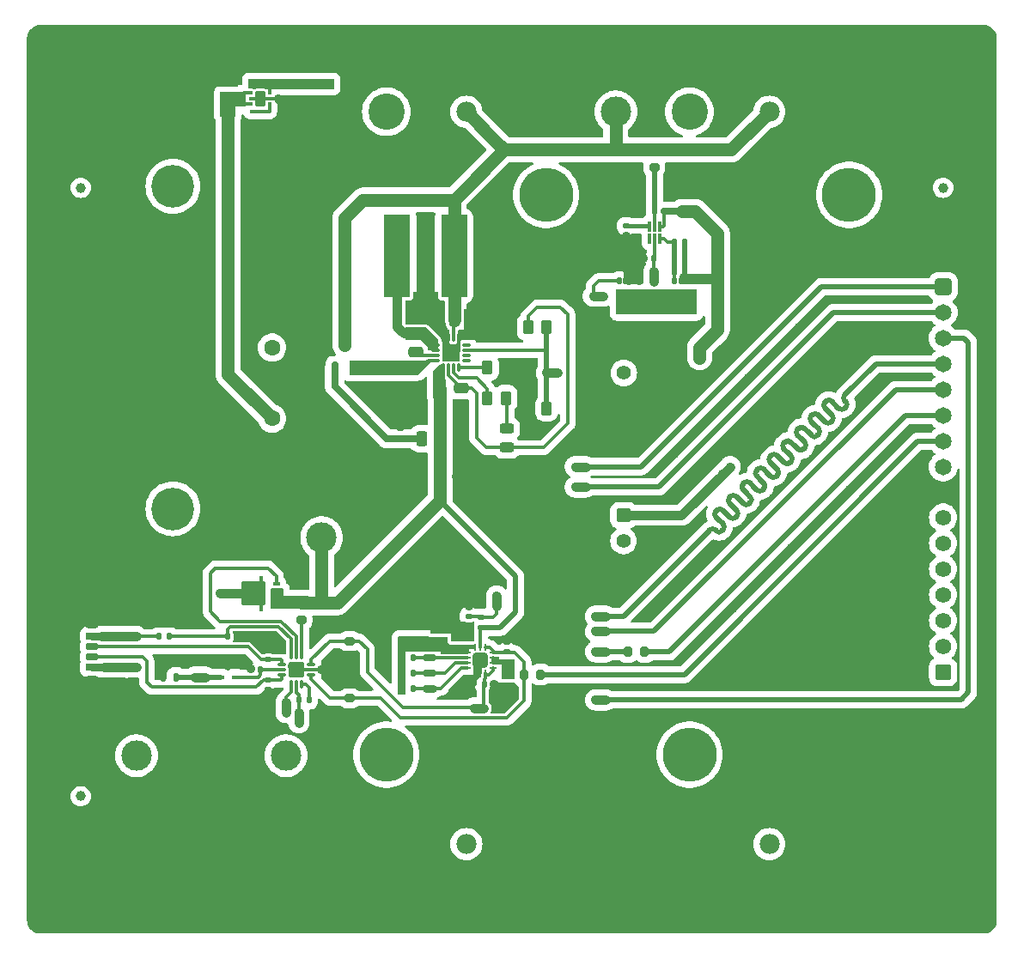
<source format=gbr>
%TF.GenerationSoftware,KiCad,Pcbnew,8.0.8*%
%TF.CreationDate,2025-03-29T17:39:48+01:00*%
%TF.ProjectId,eps,6570732e-6b69-4636-9164-5f7063625858,rev?*%
%TF.SameCoordinates,PX55d4a80PY8044ea0*%
%TF.FileFunction,Copper,L1,Top*%
%TF.FilePolarity,Positive*%
%FSLAX46Y46*%
G04 Gerber Fmt 4.6, Leading zero omitted, Abs format (unit mm)*
G04 Created by KiCad (PCBNEW 8.0.8) date 2025-03-29 17:39:48*
%MOMM*%
%LPD*%
G01*
G04 APERTURE LIST*
G04 Aperture macros list*
%AMRoundRect*
0 Rectangle with rounded corners*
0 $1 Rounding radius*
0 $2 $3 $4 $5 $6 $7 $8 $9 X,Y pos of 4 corners*
0 Add a 4 corners polygon primitive as box body*
4,1,4,$2,$3,$4,$5,$6,$7,$8,$9,$2,$3,0*
0 Add four circle primitives for the rounded corners*
1,1,$1+$1,$2,$3*
1,1,$1+$1,$4,$5*
1,1,$1+$1,$6,$7*
1,1,$1+$1,$8,$9*
0 Add four rect primitives between the rounded corners*
20,1,$1+$1,$2,$3,$4,$5,0*
20,1,$1+$1,$4,$5,$6,$7,0*
20,1,$1+$1,$6,$7,$8,$9,0*
20,1,$1+$1,$8,$9,$2,$3,0*%
G04 Aperture macros list end*
%TA.AperFunction,ComponentPad*%
%ADD10C,1.800000*%
%TD*%
%TA.AperFunction,ComponentPad*%
%ADD11C,2.010000*%
%TD*%
%TA.AperFunction,SMDPad,CuDef*%
%ADD12RoundRect,0.175000X-0.425000X0.175000X-0.425000X-0.175000X0.425000X-0.175000X0.425000X0.175000X0*%
%TD*%
%TA.AperFunction,SMDPad,CuDef*%
%ADD13RoundRect,0.190000X-0.410000X0.190000X-0.410000X-0.190000X0.410000X-0.190000X0.410000X0.190000X0*%
%TD*%
%TA.AperFunction,SMDPad,CuDef*%
%ADD14RoundRect,0.200000X-0.400000X0.200000X-0.400000X-0.200000X0.400000X-0.200000X0.400000X0.200000X0*%
%TD*%
%TA.AperFunction,SMDPad,CuDef*%
%ADD15RoundRect,0.125000X0.125000X0.190000X-0.125000X0.190000X-0.125000X-0.190000X0.125000X-0.190000X0*%
%TD*%
%TA.AperFunction,SMDPad,CuDef*%
%ADD16RoundRect,0.125000X-0.125000X0.250000X-0.125000X-0.250000X0.125000X-0.250000X0.125000X0.250000X0*%
%TD*%
%TA.AperFunction,SMDPad,CuDef*%
%ADD17RoundRect,0.250000X-0.975000X0.700000X-0.975000X-0.700000X0.975000X-0.700000X0.975000X0.700000X0*%
%TD*%
%TA.AperFunction,SMDPad,CuDef*%
%ADD18RoundRect,0.200000X0.275000X-0.200000X0.275000X0.200000X-0.275000X0.200000X-0.275000X-0.200000X0*%
%TD*%
%TA.AperFunction,SMDPad,CuDef*%
%ADD19RoundRect,0.250000X-0.262500X-0.450000X0.262500X-0.450000X0.262500X0.450000X-0.262500X0.450000X0*%
%TD*%
%TA.AperFunction,SMDPad,CuDef*%
%ADD20RoundRect,0.137500X-0.137500X-0.262500X0.137500X-0.262500X0.137500X0.262500X-0.137500X0.262500X0*%
%TD*%
%TA.AperFunction,ComponentPad*%
%ADD21RoundRect,0.250000X0.537500X-0.537500X0.537500X0.537500X-0.537500X0.537500X-0.537500X-0.537500X0*%
%TD*%
%TA.AperFunction,ComponentPad*%
%ADD22C,1.575000*%
%TD*%
%TA.AperFunction,ComponentPad*%
%ADD23C,3.000000*%
%TD*%
%TA.AperFunction,SMDPad,CuDef*%
%ADD24RoundRect,0.200000X-0.275000X0.200000X-0.275000X-0.200000X0.275000X-0.200000X0.275000X0.200000X0*%
%TD*%
%TA.AperFunction,SMDPad,CuDef*%
%ADD25RoundRect,0.225000X0.250000X-0.225000X0.250000X0.225000X-0.250000X0.225000X-0.250000X-0.225000X0*%
%TD*%
%TA.AperFunction,SMDPad,CuDef*%
%ADD26RoundRect,0.062500X-0.062500X0.275000X-0.062500X-0.275000X0.062500X-0.275000X0.062500X0.275000X0*%
%TD*%
%TA.AperFunction,SMDPad,CuDef*%
%ADD27RoundRect,0.062500X-0.275000X0.062500X-0.275000X-0.062500X0.275000X-0.062500X0.275000X0.062500X0*%
%TD*%
%TA.AperFunction,HeatsinkPad*%
%ADD28RoundRect,0.250000X-0.475000X0.475000X-0.475000X-0.475000X0.475000X-0.475000X0.475000X0.475000X0*%
%TD*%
%TA.AperFunction,SMDPad,CuDef*%
%ADD29RoundRect,0.135000X-0.185000X0.135000X-0.185000X-0.135000X0.185000X-0.135000X0.185000X0.135000X0*%
%TD*%
%TA.AperFunction,SMDPad,CuDef*%
%ADD30RoundRect,0.250000X-1.050000X-3.850000X1.050000X-3.850000X1.050000X3.850000X-1.050000X3.850000X0*%
%TD*%
%TA.AperFunction,ComponentPad*%
%ADD31RoundRect,0.250000X-1.750000X-1.750000X1.750000X-1.750000X1.750000X1.750000X-1.750000X1.750000X0*%
%TD*%
%TA.AperFunction,SMDPad,CuDef*%
%ADD32RoundRect,0.200000X-0.200000X-0.275000X0.200000X-0.275000X0.200000X0.275000X-0.200000X0.275000X0*%
%TD*%
%TA.AperFunction,SMDPad,CuDef*%
%ADD33RoundRect,0.087500X0.100000X-0.087500X0.100000X0.087500X-0.100000X0.087500X-0.100000X-0.087500X0*%
%TD*%
%TA.AperFunction,SMDPad,CuDef*%
%ADD34RoundRect,0.100000X0.950000X-0.100000X0.950000X0.100000X-0.950000X0.100000X-0.950000X-0.100000X0*%
%TD*%
%TA.AperFunction,SMDPad,CuDef*%
%ADD35RoundRect,0.250000X0.300000X0.500000X-0.300000X0.500000X-0.300000X-0.500000X0.300000X-0.500000X0*%
%TD*%
%TA.AperFunction,SMDPad,CuDef*%
%ADD36RoundRect,0.140000X-0.170000X0.140000X-0.170000X-0.140000X0.170000X-0.140000X0.170000X0.140000X0*%
%TD*%
%TA.AperFunction,SMDPad,CuDef*%
%ADD37RoundRect,0.140000X-0.140000X-0.170000X0.140000X-0.170000X0.140000X0.170000X-0.140000X0.170000X0*%
%TD*%
%TA.AperFunction,ComponentPad*%
%ADD38C,0.800000*%
%TD*%
%TA.AperFunction,ComponentPad*%
%ADD39C,6.400000*%
%TD*%
%TA.AperFunction,SMDPad,CuDef*%
%ADD40RoundRect,0.135000X0.135000X0.185000X-0.135000X0.185000X-0.135000X-0.185000X0.135000X-0.185000X0*%
%TD*%
%TA.AperFunction,SMDPad,CuDef*%
%ADD41C,1.000000*%
%TD*%
%TA.AperFunction,SMDPad,CuDef*%
%ADD42RoundRect,0.075000X0.075000X0.450000X-0.075000X0.450000X-0.075000X-0.450000X0.075000X-0.450000X0*%
%TD*%
%TA.AperFunction,SMDPad,CuDef*%
%ADD43RoundRect,0.140000X0.170000X-0.140000X0.170000X0.140000X-0.170000X0.140000X-0.170000X-0.140000X0*%
%TD*%
%TA.AperFunction,SMDPad,CuDef*%
%ADD44RoundRect,0.140000X0.140000X0.170000X-0.140000X0.170000X-0.140000X-0.170000X0.140000X-0.170000X0*%
%TD*%
%TA.AperFunction,SMDPad,CuDef*%
%ADD45RoundRect,0.135000X-0.135000X-0.185000X0.135000X-0.185000X0.135000X0.185000X-0.135000X0.185000X0*%
%TD*%
%TA.AperFunction,SMDPad,CuDef*%
%ADD46RoundRect,0.250000X-0.300000X-0.475000X0.300000X-0.475000X0.300000X0.475000X-0.300000X0.475000X0*%
%TD*%
%TA.AperFunction,SMDPad,CuDef*%
%ADD47RoundRect,0.135000X0.185000X-0.135000X0.185000X0.135000X-0.185000X0.135000X-0.185000X-0.135000X0*%
%TD*%
%TA.AperFunction,SMDPad,CuDef*%
%ADD48RoundRect,0.250000X-0.475000X0.250000X-0.475000X-0.250000X0.475000X-0.250000X0.475000X0.250000X0*%
%TD*%
%TA.AperFunction,SMDPad,CuDef*%
%ADD49RoundRect,0.250000X0.475000X-0.250000X0.475000X0.250000X-0.475000X0.250000X-0.475000X-0.250000X0*%
%TD*%
%TA.AperFunction,SMDPad,CuDef*%
%ADD50RoundRect,0.250000X-0.250000X-0.475000X0.250000X-0.475000X0.250000X0.475000X-0.250000X0.475000X0*%
%TD*%
%TA.AperFunction,SMDPad,CuDef*%
%ADD51RoundRect,0.250000X0.250000X0.475000X-0.250000X0.475000X-0.250000X-0.475000X0.250000X-0.475000X0*%
%TD*%
%TA.AperFunction,SMDPad,CuDef*%
%ADD52RoundRect,0.243750X-0.456250X0.243750X-0.456250X-0.243750X0.456250X-0.243750X0.456250X0.243750X0*%
%TD*%
%TA.AperFunction,SMDPad,CuDef*%
%ADD53RoundRect,0.150000X0.150000X0.425000X-0.150000X0.425000X-0.150000X-0.425000X0.150000X-0.425000X0*%
%TD*%
%TA.AperFunction,SMDPad,CuDef*%
%ADD54RoundRect,0.075000X-0.350000X0.075000X-0.350000X-0.075000X0.350000X-0.075000X0.350000X0.075000X0*%
%TD*%
%TA.AperFunction,SMDPad,CuDef*%
%ADD55RoundRect,0.075000X0.075000X0.350000X-0.075000X0.350000X-0.075000X-0.350000X0.075000X-0.350000X0*%
%TD*%
%TA.AperFunction,SMDPad,CuDef*%
%ADD56RoundRect,0.250000X0.525000X0.525000X-0.525000X0.525000X-0.525000X-0.525000X0.525000X-0.525000X0*%
%TD*%
%TA.AperFunction,SMDPad,CuDef*%
%ADD57RoundRect,0.100000X0.275000X-0.100000X0.275000X0.100000X-0.275000X0.100000X-0.275000X-0.100000X0*%
%TD*%
%TA.AperFunction,SMDPad,CuDef*%
%ADD58RoundRect,0.250000X0.950000X0.975000X-0.950000X0.975000X-0.950000X-0.975000X0.950000X-0.975000X0*%
%TD*%
%TA.AperFunction,SMDPad,CuDef*%
%ADD59RoundRect,0.100000X0.100000X0.277500X-0.100000X0.277500X-0.100000X-0.277500X0.100000X-0.277500X0*%
%TD*%
%TA.AperFunction,SMDPad,CuDef*%
%ADD60RoundRect,0.075000X0.075000X0.325000X-0.075000X0.325000X-0.075000X-0.325000X0.075000X-0.325000X0*%
%TD*%
%TA.AperFunction,SMDPad,CuDef*%
%ADD61RoundRect,0.075000X0.325000X-0.075000X0.325000X0.075000X-0.325000X0.075000X-0.325000X-0.075000X0*%
%TD*%
%TA.AperFunction,SMDPad,CuDef*%
%ADD62RoundRect,0.250000X0.630000X-0.630000X0.630000X0.630000X-0.630000X0.630000X-0.630000X-0.630000X0*%
%TD*%
%TA.AperFunction,SMDPad,CuDef*%
%ADD63RoundRect,0.105000X-0.245000X0.105000X-0.245000X-0.105000X0.245000X-0.105000X0.245000X0.105000X0*%
%TD*%
%TA.AperFunction,SMDPad,CuDef*%
%ADD64RoundRect,0.250000X0.262500X0.450000X-0.262500X0.450000X-0.262500X-0.450000X0.262500X-0.450000X0*%
%TD*%
%TA.AperFunction,ComponentPad*%
%ADD65RoundRect,0.250000X-0.458000X-0.458000X0.458000X-0.458000X0.458000X0.458000X-0.458000X0.458000X0*%
%TD*%
%TA.AperFunction,ComponentPad*%
%ADD66C,1.416000*%
%TD*%
%TA.AperFunction,ComponentPad*%
%ADD67C,1.600000*%
%TD*%
%TA.AperFunction,ComponentPad*%
%ADD68C,4.200000*%
%TD*%
%TA.AperFunction,ComponentPad*%
%ADD69C,1.980000*%
%TD*%
%TA.AperFunction,ComponentPad*%
%ADD70C,5.325000*%
%TD*%
%TA.AperFunction,ComponentPad*%
%ADD71C,3.585000*%
%TD*%
%TA.AperFunction,ComponentPad*%
%ADD72RoundRect,0.250000X0.458000X0.458000X-0.458000X0.458000X-0.458000X-0.458000X0.458000X-0.458000X0*%
%TD*%
%TA.AperFunction,ComponentPad*%
%ADD73RoundRect,0.250000X-0.575000X0.575000X-0.575000X-0.575000X0.575000X-0.575000X0.575000X0.575000X0*%
%TD*%
%TA.AperFunction,ComponentPad*%
%ADD74C,1.650000*%
%TD*%
%TA.AperFunction,ViaPad*%
%ADD75C,0.900000*%
%TD*%
%TA.AperFunction,ViaPad*%
%ADD76C,0.700000*%
%TD*%
%TA.AperFunction,Conductor*%
%ADD77C,0.900000*%
%TD*%
%TA.AperFunction,Conductor*%
%ADD78C,0.300000*%
%TD*%
%TA.AperFunction,Conductor*%
%ADD79C,0.500000*%
%TD*%
%TA.AperFunction,Conductor*%
%ADD80C,1.250000*%
%TD*%
%TA.AperFunction,Conductor*%
%ADD81C,0.700000*%
%TD*%
%TA.AperFunction,Conductor*%
%ADD82C,0.400000*%
%TD*%
%TA.AperFunction,Conductor*%
%ADD83C,0.200000*%
%TD*%
%TA.AperFunction,Conductor*%
%ADD84C,1.000000*%
%TD*%
%TA.AperFunction,Conductor*%
%ADD85C,0.800000*%
%TD*%
G04 APERTURE END LIST*
D10*
%TO.P,J1,1,MH1*%
%TO.N,GND*%
X6550000Y32320000D03*
%TO.P,J1,2,MH2*%
X6550000Y23680000D03*
D11*
%TO.P,J1,3,MH3*%
X2750000Y32320000D03*
%TO.P,J1,4,MH4*%
X2750000Y23680000D03*
D12*
%TO.P,J1,A5,CC1*%
%TO.N,Net-(IC4-CC1C)*%
X6630000Y28500000D03*
D13*
%TO.P,J1,A9,VBUS_1*%
%TO.N,Net-(D3-K)*%
X6630000Y26480000D03*
D14*
%TO.P,J1,A12,GND_1*%
%TO.N,GND*%
X6630000Y25250000D03*
D12*
%TO.P,J1,B5,CC2*%
%TO.N,Net-(IC4-CC2C)*%
X6630000Y27500000D03*
D13*
%TO.P,J1,B9,VBUS_2*%
%TO.N,Net-(D3-K)*%
X6630000Y29520000D03*
D14*
%TO.P,J1,B12,GND_2*%
%TO.N,GND*%
X6630000Y30750000D03*
%TD*%
D15*
%TO.P,Q1,1,S_1*%
%TO.N,Net-(BAT1--)*%
X65975000Y64575000D03*
%TO.P,Q1,2,S_2*%
X65325000Y64575000D03*
%TO.P,Q1,3,S_3*%
X64675000Y64575000D03*
%TO.P,Q1,4,G*%
%TO.N,Net-(IC1-DOUT)*%
X64025000Y64575000D03*
D16*
%TO.P,Q1,5,D_1*%
%TO.N,Net-(Q1-D_1)*%
X64025000Y61765000D03*
%TO.P,Q1,6,D_2*%
X64675000Y61765000D03*
%TO.P,Q1,7,D_3*%
X65325000Y61765000D03*
%TO.P,Q1,8,D_4*%
X65975000Y61765000D03*
D17*
%TO.P,Q1,9*%
X65000000Y62750000D03*
%TD*%
D18*
%TO.P,R16,1*%
%TO.N,/USB_CC2*%
X32000000Y23405000D03*
%TO.P,R16,2*%
%TO.N,GND*%
X32000000Y25055000D03*
%TD*%
D19*
%TO.P,R7,1*%
%TO.N,Net-(IC2-ICHG)*%
X45587500Y56000000D03*
%TO.P,R7,2*%
%TO.N,GND*%
X47412500Y56000000D03*
%TD*%
D20*
%TO.P,D3,1,K*%
%TO.N,Net-(D3-K)*%
X14875000Y25500000D03*
%TO.P,D3,2,A*%
%TO.N,GND*%
X13625000Y25500000D03*
%TD*%
D15*
%TO.P,Q2,1,S_1*%
%TO.N,GND*%
X60525000Y64575000D03*
%TO.P,Q2,2,S_2*%
X59875000Y64575000D03*
%TO.P,Q2,3,S_3*%
X59225000Y64575000D03*
%TO.P,Q2,4,G*%
%TO.N,Net-(IC1-COUT)*%
X58575000Y64575000D03*
D16*
%TO.P,Q2,5,D_1*%
%TO.N,Net-(Q1-D_1)*%
X58575000Y61765000D03*
%TO.P,Q2,6,D_2*%
X59225000Y61765000D03*
%TO.P,Q2,7,D_3*%
X59875000Y61765000D03*
%TO.P,Q2,8,D_4*%
X60525000Y61765000D03*
D17*
%TO.P,Q2,9*%
X59550000Y62750000D03*
%TD*%
D21*
%TO.P,J8,1,1*%
%TO.N,+3V3*%
X90500000Y26000000D03*
D22*
%TO.P,J8,2,2*%
%TO.N,unconnected-(J8-Pad2)*%
X90500000Y28540000D03*
%TO.P,J8,3,3*%
%TO.N,unconnected-(J8-Pad3)*%
X90500000Y31080000D03*
%TO.P,J8,4,4*%
%TO.N,unconnected-(J8-Pad4)*%
X90500000Y33620000D03*
%TO.P,J8,5,5*%
%TO.N,unconnected-(J8-Pad5)*%
X90500000Y36160000D03*
%TO.P,J8,6,6*%
%TO.N,unconnected-(J8-Pad6)*%
X90500000Y38700000D03*
%TO.P,J8,7,7*%
%TO.N,unconnected-(J8-Pad7)*%
X90500000Y41240000D03*
%TO.P,J8,8,8*%
%TO.N,GND*%
X90500000Y43780000D03*
%TD*%
D23*
%TO.P,TP5,1,1*%
%TO.N,+3V3*%
X25750000Y17750000D03*
%TD*%
D24*
%TO.P,R1,1*%
%TO.N,Net-(BAT1-+)*%
X62025000Y77435000D03*
%TO.P,R1,2*%
%TO.N,Net-(IC1-BAT)*%
X62025000Y75785000D03*
%TD*%
D25*
%TO.P,C13,1*%
%TO.N,+3V3*%
X40890000Y28902500D03*
%TO.P,C13,2*%
%TO.N,GND*%
X40890000Y30452500D03*
%TD*%
D26*
%TO.P,IC5,1,CC2*%
%TO.N,/USB_CC2*%
X45390000Y28402500D03*
%TO.P,IC5,2,VBUS*%
%TO.N,/VBUS*%
X44890000Y28402500D03*
%TO.P,IC5,3,VDD*%
%TO.N,+3V3*%
X44390000Y28402500D03*
D27*
%TO.P,IC5,4,VDD*%
X43627500Y27890000D03*
%TO.P,IC5,5,INT_N*%
%TO.N,/INT_N_PS*%
X43627500Y27390000D03*
%TO.P,IC5,6,SCL*%
%TO.N,/USB_SCL_PS*%
X43627500Y26890000D03*
%TO.P,IC5,7,SDA*%
%TO.N,/USB_SDA_PS*%
X43627500Y26390000D03*
D26*
%TO.P,IC5,8,GND*%
%TO.N,GND*%
X44390000Y25877500D03*
%TO.P,IC5,9,GND*%
X44890000Y25877500D03*
%TO.P,IC5,10,CC1*%
%TO.N,/USB_CC1*%
X45390000Y25877500D03*
D27*
%TO.P,IC5,11,CC1*%
X46152500Y26390000D03*
%TO.P,IC5,12,VCONN*%
%TO.N,+3V3*%
X46152500Y26890000D03*
%TO.P,IC5,13,VCONN*%
X46152500Y27390000D03*
%TO.P,IC5,14,CC2*%
%TO.N,/USB_CC2*%
X46152500Y27890000D03*
D28*
%TO.P,IC5,15,GND*%
%TO.N,GND*%
X44890000Y27140000D03*
%TD*%
D29*
%TO.P,R4,1*%
%TO.N,Net-(IC1-V-)*%
X59250000Y70000000D03*
%TO.P,R4,2*%
%TO.N,GND*%
X59250000Y68980000D03*
%TD*%
D30*
%TO.P,L1,1,1*%
%TO.N,Net-(IC2-SW_1)*%
X36700000Y67000000D03*
%TO.P,L1,2,2*%
%TO.N,Net-(BAT1-+)*%
X42300000Y67000000D03*
%TD*%
D31*
%TO.P,TP1,1,1*%
%TO.N,GND*%
X18250000Y17750000D03*
%TD*%
D32*
%TO.P,R22,1*%
%TO.N,/USB_CC1*%
X59425000Y28000000D03*
%TO.P,R22,2*%
%TO.N,/BYPASS_CC1_PS*%
X61075000Y28000000D03*
%TD*%
D33*
%TO.P,IC3,1,LX*%
%TO.N,Net-(IC3-L1)*%
X24125000Y82000000D03*
%TO.P,IC3,2,AGND*%
%TO.N,GND*%
X24125000Y82550000D03*
%TO.P,IC3,3,VOUT*%
%TO.N,+3V3*%
X24125000Y83100000D03*
%TO.P,IC3,4,EN*%
%TO.N,Net-(IC3-EN)*%
X22250000Y83100000D03*
%TO.P,IC3,5,PGND*%
%TO.N,GND*%
X22250000Y82550000D03*
%TO.P,IC3,6,VIN*%
%TO.N,Net-(IC3-EN)*%
X22250000Y82000000D03*
D34*
%TO.P,IC3,7,L1*%
%TO.N,Net-(IC3-L1)*%
X23187000Y81300000D03*
%TO.P,IC3,8,L2*%
%TO.N,+3V3*%
X23187000Y83800000D03*
D35*
%TO.P,IC3,9,EP*%
%TO.N,GND*%
X23187000Y82550000D03*
%TD*%
D36*
%TO.P,C11,1*%
%TO.N,Net-(IC4-CC2C)*%
X24000000Y25210000D03*
%TO.P,C11,2*%
%TO.N,GND*%
X24000000Y24250000D03*
%TD*%
D37*
%TO.P,C1,1*%
%TO.N,Net-(IC1-BAT)*%
X62070000Y71435000D03*
%TO.P,C1,2*%
%TO.N,Net-(BAT1--)*%
X63030000Y71435000D03*
%TD*%
D38*
%TO.P,H4,1,1*%
%TO.N,GND*%
X3100000Y5500000D03*
X3802944Y7197056D03*
X3802944Y3802944D03*
X5500000Y7900000D03*
D39*
X5500000Y5500000D03*
D38*
X5500000Y3100000D03*
X7197056Y7197056D03*
X7197056Y3802944D03*
X7900000Y5500000D03*
%TD*%
D40*
%TO.P,R3,1*%
%TO.N,Net-(IC1-COUT)*%
X62010000Y66750000D03*
%TO.P,R3,2*%
%TO.N,GND*%
X60990000Y66750000D03*
%TD*%
D41*
%TO.P,FID3,*%
%TO.N,*%
X5500000Y13750000D03*
%TD*%
D42*
%TO.P,IC1,1,N/C*%
%TO.N,unconnected-(IC1-N{slash}C-Pad1)*%
X61550000Y68735000D03*
%TO.P,IC1,2,COUT*%
%TO.N,Net-(IC1-COUT)*%
X62050000Y68735000D03*
%TO.P,IC1,3,DOUT*%
%TO.N,Net-(IC1-DOUT)*%
X62550000Y68735000D03*
%TO.P,IC1,4,VSS*%
%TO.N,Net-(BAT1--)*%
X62550000Y69935000D03*
%TO.P,IC1,5,BAT*%
%TO.N,Net-(IC1-BAT)*%
X62050000Y69935000D03*
%TO.P,IC1,6,V-*%
%TO.N,Net-(IC1-V-)*%
X61550000Y69935000D03*
%TD*%
D43*
%TO.P,C15,1*%
%TO.N,/USB_CC2*%
X47500000Y28020000D03*
%TO.P,C15,2*%
%TO.N,GND*%
X47500000Y28980000D03*
%TD*%
D44*
%TO.P,C10,1*%
%TO.N,Net-(D4-K)*%
X23230000Y26250000D03*
%TO.P,C10,2*%
%TO.N,GND*%
X22270000Y26250000D03*
%TD*%
D45*
%TO.P,R19,1*%
%TO.N,+3V3*%
X37240000Y25902500D03*
%TO.P,R19,2*%
%TO.N,/USB_SCL_PS*%
X38260000Y25902500D03*
%TD*%
D46*
%TO.P,D1,1,K*%
%TO.N,Net-(D1-K)*%
X39100000Y49000000D03*
%TO.P,D1,2,A*%
%TO.N,/VBUS*%
X40900000Y49000000D03*
%TD*%
D24*
%TO.P,R15,1*%
%TO.N,/USB_CC1*%
X32000000Y29055000D03*
%TO.P,R15,2*%
%TO.N,GND*%
X32000000Y27405000D03*
%TD*%
D47*
%TO.P,R14,1*%
%TO.N,/ADC_VBUS_PS*%
X43750000Y31490000D03*
%TO.P,R14,2*%
%TO.N,GND*%
X43750000Y32510000D03*
%TD*%
D48*
%TO.P,C8,1*%
%TO.N,+3V3*%
X27000000Y84000000D03*
%TO.P,C8,2*%
%TO.N,GND*%
X27000000Y82100000D03*
%TD*%
D43*
%TO.P,C12,1*%
%TO.N,+3V3*%
X42390000Y28442500D03*
%TO.P,C12,2*%
%TO.N,GND*%
X42390000Y29402500D03*
%TD*%
D45*
%TO.P,R2,1*%
%TO.N,Net-(IC1-DOUT)*%
X64015000Y68435000D03*
%TO.P,R2,2*%
%TO.N,Net-(BAT1--)*%
X65035000Y68435000D03*
%TD*%
D49*
%TO.P,C7,1*%
%TO.N,Net-(IC3-EN)*%
X20000000Y82600000D03*
%TO.P,C7,2*%
%TO.N,GND*%
X20000000Y84500000D03*
%TD*%
D37*
%TO.P,C14,1*%
%TO.N,/USB_CC1*%
X45270000Y24750000D03*
%TO.P,C14,2*%
%TO.N,GND*%
X46230000Y24750000D03*
%TD*%
D45*
%TO.P,R20,1*%
%TO.N,+3V3*%
X37250000Y27402500D03*
%TO.P,R20,2*%
%TO.N,/INT_N_PS*%
X38270000Y27402500D03*
%TD*%
D19*
%TO.P,R6,1*%
%TO.N,Net-(IC2-STAT)*%
X45587500Y53000000D03*
%TO.P,R6,2*%
%TO.N,Net-(D2-K)*%
X47412500Y53000000D03*
%TD*%
D41*
%TO.P,FID1,*%
%TO.N,*%
X5500000Y73750000D03*
%TD*%
D45*
%TO.P,R11,1*%
%TO.N,Net-(IC4-VBUS_CTRL)*%
X19990000Y29500000D03*
%TO.P,R11,2*%
%TO.N,GND*%
X21010000Y29500000D03*
%TD*%
D50*
%TO.P,C4,1*%
%TO.N,Net-(BAT1-+)*%
X42300000Y60750000D03*
%TO.P,C4,2*%
%TO.N,GND*%
X44200000Y60750000D03*
%TD*%
D23*
%TO.P,TP4,1,1*%
%TO.N,Net-(BAT1-+)*%
X58250000Y81250000D03*
%TD*%
D38*
%TO.P,H3,1,1*%
%TO.N,GND*%
X88100000Y5500000D03*
X88802944Y7197056D03*
X88802944Y3802944D03*
X90500000Y7900000D03*
D39*
X90500000Y5500000D03*
D38*
X90500000Y3100000D03*
X92197056Y7197056D03*
X92197056Y3802944D03*
X92900000Y5500000D03*
%TD*%
D49*
%TO.P,C3,1*%
%TO.N,Net-(IC2-BTST)*%
X38500000Y57550000D03*
%TO.P,C3,2*%
%TO.N,Net-(IC2-SW_1)*%
X38500000Y59450000D03*
%TD*%
D51*
%TO.P,C5,1*%
%TO.N,/VBUS*%
X40950000Y54000000D03*
%TO.P,C5,2*%
%TO.N,GND*%
X39050000Y54000000D03*
%TD*%
D52*
%TO.P,D2,1,K*%
%TO.N,Net-(D2-K)*%
X47500000Y50000000D03*
%TO.P,D2,2,A*%
%TO.N,Net-(D2-A)*%
X47500000Y48125000D03*
%TD*%
D45*
%TO.P,R17,1*%
%TO.N,/FLT{slash}_PS*%
X26990000Y23230000D03*
%TO.P,R17,2*%
%TO.N,+3V3*%
X28010000Y23230000D03*
%TD*%
D53*
%TO.P,Q3,1,G*%
%TO.N,Net-(D1-K)*%
X30540000Y56000000D03*
%TO.P,Q3,2,S*%
%TO.N,Net-(IC2-PMID)*%
X32460000Y56000000D03*
%TO.P,Q3,3,D*%
%TO.N,Net-(BAT1-+)*%
X31500000Y58200000D03*
%TD*%
D48*
%TO.P,C6,1*%
%TO.N,Net-(D2-A)*%
X43000000Y54000000D03*
%TO.P,C6,2*%
%TO.N,GND*%
X43000000Y52100000D03*
%TD*%
D47*
%TO.P,R5,1*%
%TO.N,Net-(D1-K)*%
X37000000Y48990000D03*
%TO.P,R5,2*%
%TO.N,GND*%
X37000000Y50010000D03*
%TD*%
D38*
%TO.P,H1,1,1*%
%TO.N,GND*%
X3100000Y84500000D03*
X3802944Y86197056D03*
X3802944Y82802944D03*
X5500000Y86900000D03*
D39*
X5500000Y84500000D03*
D38*
X5500000Y82100000D03*
X7197056Y86197056D03*
X7197056Y82802944D03*
X7900000Y84500000D03*
%TD*%
D54*
%TO.P,IC4,1,CC2*%
%TO.N,/USB_CC2*%
X28210000Y25730000D03*
%TO.P,IC4,2,GND*%
%TO.N,GND*%
X28210000Y26230000D03*
%TO.P,IC4,3,CC1*%
%TO.N,/USB_CC1*%
X28210000Y26730000D03*
D55*
%TO.P,IC4,4,SOURCE*%
%TO.N,Net-(IC4-SOURCE)*%
X27260000Y27680000D03*
%TO.P,IC4,5,GATE*%
%TO.N,Net-(IC4-GATE)*%
X26760000Y27680000D03*
%TO.P,IC4,6,VBUS_CTRL*%
%TO.N,Net-(IC4-VBUS_CTRL)*%
X26260000Y27680000D03*
D54*
%TO.P,IC4,7,CC1C*%
%TO.N,Net-(IC4-CC1C)*%
X25310000Y26730000D03*
%TO.P,IC4,8,IN_GD*%
%TO.N,Net-(D4-K)*%
X25310000Y26230000D03*
%TO.P,IC4,9,CC2C*%
%TO.N,Net-(IC4-CC2C)*%
X25310000Y25730000D03*
D55*
%TO.P,IC4,10,DB/*%
%TO.N,+3V3*%
X26260000Y24780000D03*
%TO.P,IC4,11,FLT/*%
%TO.N,/FLT{slash}_PS*%
X26760000Y24780000D03*
%TO.P,IC4,12,VCC*%
%TO.N,+3V3*%
X27260000Y24780000D03*
D56*
%TO.P,IC4,13,EP*%
%TO.N,GND*%
X26760000Y26230000D03*
%TD*%
D45*
%TO.P,R18,1*%
%TO.N,+3V3*%
X37240000Y24402500D03*
%TO.P,R18,2*%
%TO.N,/USB_SDA_PS*%
X38260000Y24402500D03*
%TD*%
D23*
%TO.P,TP2,1,1*%
%TO.N,Net-(D3-K)*%
X11000000Y17750000D03*
%TD*%
D36*
%TO.P,C9,1*%
%TO.N,GND*%
X24000000Y28190000D03*
%TO.P,C9,2*%
%TO.N,Net-(IC4-CC1C)*%
X24000000Y27230000D03*
%TD*%
D57*
%TO.P,Q4,1,S_1*%
%TO.N,/VBUS*%
X24775000Y32765000D03*
%TO.P,Q4,2,S_2*%
X24775000Y33415000D03*
%TO.P,Q4,3,S_3*%
X24775000Y34065000D03*
%TO.P,Q4,4,G*%
%TO.N,Net-(IC4-GATE)*%
X24775000Y34715000D03*
D58*
%TO.P,Q4,5,D*%
%TO.N,Net-(D3-K)*%
X22550000Y33740000D03*
D59*
%TO.P,Q4,6*%
%TO.N,N/C*%
X23250000Y32362500D03*
%TO.P,Q4,7*%
X23250000Y35117500D03*
%TD*%
D60*
%TO.P,IC2,1,VBUS*%
%TO.N,/VBUS*%
X41250000Y56000000D03*
%TO.P,IC2,2,REGN*%
%TO.N,Net-(D2-A)*%
X41750000Y56000000D03*
%TO.P,IC2,3,STAT*%
%TO.N,Net-(IC2-STAT)*%
X42250000Y56000000D03*
%TO.P,IC2,4,ICHG*%
%TO.N,Net-(IC2-ICHG)*%
X42750000Y56000000D03*
D61*
%TO.P,IC2,5,POL*%
%TO.N,unconnected-(IC2-POL-Pad5)*%
X43500000Y56750000D03*
%TO.P,IC2,6,~{EN}*%
%TO.N,unconnected-(IC2-~{EN}-Pad6)*%
X43500000Y57250000D03*
%TO.P,IC2,7,TS*%
%TO.N,Net-(IC2-TS)*%
X43500000Y57750000D03*
%TO.P,IC2,8,NC*%
%TO.N,unconnected-(IC2-NC-Pad8)*%
X43500000Y58250000D03*
D60*
%TO.P,IC2,9,VSET*%
%TO.N,GND*%
X42750000Y59000000D03*
%TO.P,IC2,10,BAT*%
%TO.N,Net-(BAT1-+)*%
X42250000Y59000000D03*
%TO.P,IC2,11,GND_1*%
%TO.N,GND*%
X41750000Y59000000D03*
%TO.P,IC2,12,GND_2*%
X41250000Y59000000D03*
D61*
%TO.P,IC2,13,SW_1*%
%TO.N,Net-(IC2-SW_1)*%
X40500000Y58250000D03*
%TO.P,IC2,14,SW_2*%
X40500000Y57750000D03*
%TO.P,IC2,15,BTST*%
%TO.N,Net-(IC2-BTST)*%
X40500000Y57250000D03*
%TO.P,IC2,16,PMID*%
%TO.N,Net-(IC2-PMID)*%
X40500000Y56750000D03*
D62*
%TO.P,IC2,17,EP*%
%TO.N,GND*%
X42000000Y57500000D03*
%TD*%
D63*
%TO.P,D4,1,K*%
%TO.N,Net-(D4-K)*%
X20725000Y25500000D03*
%TO.P,D4,2,A*%
%TO.N,Net-(D3-K)*%
X19275000Y25500000D03*
%TD*%
D64*
%TO.P,R9,1*%
%TO.N,Net-(IC2-TS)*%
X51412500Y52000000D03*
%TO.P,R9,2*%
%TO.N,GND*%
X49587500Y52000000D03*
%TD*%
D48*
%TO.P,C2,1*%
%TO.N,Net-(IC2-PMID)*%
X37000000Y55950000D03*
%TO.P,C2,2*%
%TO.N,GND*%
X37000000Y54050000D03*
%TD*%
D24*
%TO.P,R12,1*%
%TO.N,/VBUS*%
X27250000Y32825000D03*
%TO.P,R12,2*%
%TO.N,Net-(IC4-SOURCE)*%
X27250000Y31175000D03*
%TD*%
D23*
%TO.P,TP3,1,1*%
%TO.N,/VBUS*%
X29250000Y39250000D03*
%TD*%
D47*
%TO.P,R13,1*%
%TO.N,/VBUS*%
X45000000Y30392500D03*
%TO.P,R13,2*%
%TO.N,/ADC_VBUS_PS*%
X45000000Y31412500D03*
%TD*%
D45*
%TO.P,R10,1*%
%TO.N,Net-(D3-K)*%
X13240000Y29500000D03*
%TO.P,R10,2*%
%TO.N,Net-(IC4-VBUS_CTRL)*%
X14260000Y29500000D03*
%TD*%
D19*
%TO.P,R8,1*%
%TO.N,Net-(D2-A)*%
X49587500Y60000000D03*
%TO.P,R8,2*%
%TO.N,Net-(IC2-TS)*%
X51412500Y60000000D03*
%TD*%
D32*
%TO.P,R21,1*%
%TO.N,/USB_CC2*%
X49175000Y25750000D03*
%TO.P,R21,2*%
%TO.N,/BYPASS_CC2_PS*%
X50825000Y25750000D03*
%TD*%
D38*
%TO.P,H2,1,1*%
%TO.N,GND*%
X88100000Y84500000D03*
X88802944Y86197056D03*
X88802944Y82802944D03*
X90500000Y86900000D03*
D39*
X90500000Y84500000D03*
D38*
X90500000Y82100000D03*
X92197056Y86197056D03*
X92197056Y82802944D03*
X92900000Y84500000D03*
%TD*%
D41*
%TO.P,FID2,*%
%TO.N,*%
X90500000Y73750000D03*
%TD*%
D65*
%TO.P,NTC2,1,1*%
%TO.N,/NTC_2_PS*%
X59000000Y41465000D03*
D66*
%TO.P,NTC2,2,2*%
%TO.N,+3V3*%
X59000000Y38925000D03*
%TD*%
D67*
%TO.P,S1,1,1*%
%TO.N,Net-(IC2-PMID)*%
X24363500Y58000000D03*
%TO.P,S1,2,2*%
%TO.N,Net-(IC3-EN)*%
X24363500Y51000000D03*
D68*
%TO.P,S1,3,MH1*%
%TO.N,unconnected-(S1-MH1-Pad3)*%
X14586500Y73901000D03*
%TO.P,S1,4,MH2*%
%TO.N,unconnected-(S1-MH2-Pad4)*%
X14586500Y42099000D03*
%TD*%
D69*
%TO.P,BAT1,1,+*%
%TO.N,Net-(BAT1-+)*%
X43500000Y81250000D03*
%TO.P,BAT1,2,-*%
%TO.N,Net-(BAT1--)*%
X43500000Y9030000D03*
D70*
%TO.P,BAT1,MH1,MH1*%
%TO.N,unconnected-(BAT1-PadMH1)*%
X35630000Y17850000D03*
D71*
%TO.P,BAT1,MH2,MH2*%
%TO.N,unconnected-(BAT1-PadMH2)*%
X35630000Y81250000D03*
D70*
%TO.P,BAT1,MH3,MH3*%
%TO.N,unconnected-(BAT1-PadMH3)*%
X51370000Y73050000D03*
%TD*%
D69*
%TO.P,BAT2,1,+*%
%TO.N,Net-(BAT1-+)*%
X73370000Y81250000D03*
%TO.P,BAT2,2,-*%
%TO.N,Net-(BAT1--)*%
X73370000Y9030000D03*
D70*
%TO.P,BAT2,MH1,MH1*%
%TO.N,unconnected-(BAT2-PadMH1)*%
X65500000Y17850000D03*
D71*
%TO.P,BAT2,MH2,MH2*%
%TO.N,unconnected-(BAT2-PadMH2)*%
X65500000Y81250000D03*
D70*
%TO.P,BAT2,MH3,MH3*%
%TO.N,unconnected-(BAT2-PadMH3)*%
X81240000Y73050000D03*
%TD*%
D72*
%TO.P,NTC1,1,1*%
%TO.N,GND*%
X59025000Y52960000D03*
D66*
%TO.P,NTC1,2,2*%
%TO.N,Net-(IC2-TS)*%
X59025000Y55500000D03*
%TD*%
D73*
%TO.P,J7,1,1*%
%TO.N,/ADC_VBUS_PS*%
X90500000Y64000000D03*
D74*
%TO.P,J7,2,2*%
%TO.N,/FLT{slash}_PS*%
X90500000Y61460000D03*
%TO.P,J7,3,3*%
%TO.N,/USB_SDA_PS*%
X90500000Y58920000D03*
%TO.P,J7,4,4*%
%TO.N,/USB_SCL_PS*%
X90500000Y56380000D03*
%TO.P,J7,5,5*%
%TO.N,/INT_N_PS*%
X90500000Y53840000D03*
%TO.P,J7,6,6*%
%TO.N,/BYPASS_CC1_PS*%
X90500000Y51300000D03*
%TO.P,J7,7,7*%
%TO.N,/BYPASS_CC2_PS*%
X90500000Y48760000D03*
%TO.P,J7,8,8*%
%TO.N,/NTC_2_PS*%
X90500000Y46220000D03*
%TD*%
D75*
%TO.N,Net-(BAT1--)*%
X66500000Y57000000D03*
X66500000Y58000000D03*
%TO.N,GND*%
X20000000Y85500000D03*
X39050000Y54000000D03*
X29500000Y87000000D03*
X16750000Y87000000D03*
X45750000Y61250000D03*
X94500000Y66750000D03*
X47412500Y56000000D03*
X55750000Y1500000D03*
X40890000Y30452500D03*
X1250000Y25250000D03*
X79000000Y1500000D03*
X14500000Y27000000D03*
X37000000Y54050000D03*
X28250000Y71000000D03*
X1500000Y45000000D03*
X44200000Y60750000D03*
X81250000Y44000000D03*
X27000000Y79500000D03*
X85000000Y42000000D03*
X36000000Y51000000D03*
X94500000Y74000000D03*
X40250000Y61000000D03*
X26000000Y82100000D03*
X42750000Y18250000D03*
X79000000Y88500000D03*
X95000000Y52250000D03*
X25000000Y82500000D03*
X19500000Y87000000D03*
X27000000Y87000000D03*
X76250000Y60000000D03*
X1500000Y1500000D03*
X5500000Y30750000D03*
X59250000Y66000000D03*
X32500000Y1500000D03*
X34250000Y46500000D03*
X48000000Y88500000D03*
X23252982Y29258947D03*
X71250000Y1500000D03*
X50750000Y50000000D03*
X28250000Y68500000D03*
X32500000Y88500000D03*
X95000000Y59500000D03*
X23187000Y82550000D03*
X29000000Y51750000D03*
X76000000Y32500000D03*
X22000000Y79500000D03*
X16750000Y84500000D03*
X13500000Y27000000D03*
X27000000Y82100000D03*
X59500000Y64575000D03*
X9250000Y32500000D03*
X54250000Y62500000D03*
X38000000Y52500000D03*
X39000000Y74500000D03*
X76000000Y55250000D03*
X40250000Y88500000D03*
X32000000Y26250000D03*
X24750000Y88500000D03*
X52500000Y42000000D03*
X59000000Y51000000D03*
X54500000Y23750000D03*
X34000000Y74500000D03*
X46750000Y69500000D03*
X94500000Y8750000D03*
X82750000Y53000000D03*
X64000000Y47500000D03*
X31500000Y79500000D03*
X36750000Y45250000D03*
X29250000Y26230000D03*
X53500000Y48750000D03*
X94500000Y16000000D03*
X86750000Y88500000D03*
X55750000Y88500000D03*
X46750000Y72000000D03*
X16750000Y79500000D03*
X31500000Y74500000D03*
X94500000Y45000000D03*
X62000000Y32250000D03*
X28250000Y61000000D03*
X27135026Y25853603D03*
X41500000Y74500000D03*
X20000000Y84500000D03*
X1500000Y59500000D03*
X31500000Y82000000D03*
X32000000Y27405000D03*
X40250000Y1500000D03*
X46750000Y74500000D03*
X57500000Y66000000D03*
X39250000Y45250000D03*
X24750000Y1500000D03*
X16750000Y82000000D03*
X43000000Y52100000D03*
X52250000Y21750000D03*
X43500000Y30000000D03*
X94500000Y23250000D03*
X22270000Y26300000D03*
X31500000Y87000000D03*
X59250000Y67500000D03*
X24500000Y79500000D03*
X1500000Y8750000D03*
X43750000Y32510000D03*
X71250000Y88500000D03*
X49500000Y55750000D03*
X57500000Y67500000D03*
X36000000Y52500000D03*
X41625000Y57875000D03*
X94500000Y30500000D03*
X39500000Y64500000D03*
X4750000Y21000000D03*
X30250000Y26230000D03*
X21500000Y27000000D03*
X87500000Y50000000D03*
X70500000Y27000000D03*
X48000000Y1500000D03*
X17000000Y1500000D03*
X57250000Y18250000D03*
X43000000Y24250000D03*
X28250000Y66000000D03*
X5500000Y25250000D03*
X36500000Y74500000D03*
X49500000Y54250000D03*
X61500000Y53000000D03*
X69750000Y32250000D03*
X9250000Y1500000D03*
X24500000Y87000000D03*
X52250000Y63750000D03*
X94500000Y81250000D03*
X9250000Y22250000D03*
X49500000Y50000000D03*
X17000000Y88500000D03*
X55000000Y53250000D03*
X43700000Y24950000D03*
X45750000Y60250000D03*
X46230000Y24750000D03*
X46990000Y23990000D03*
X71250000Y55000000D03*
X1500000Y37750000D03*
X55000000Y50750000D03*
X63500000Y88500000D03*
X50000000Y37000000D03*
X1250000Y30750000D03*
X50000000Y39500000D03*
X38750000Y61000000D03*
X45000000Y45250000D03*
X31500000Y84500000D03*
X29500000Y79500000D03*
X46750000Y67000000D03*
X29750000Y72750000D03*
X42500000Y45250000D03*
X43750000Y33750000D03*
X24000000Y23000000D03*
X21010000Y29500000D03*
X28250000Y63500000D03*
X9250000Y88500000D03*
X1500000Y81250000D03*
X38750000Y35500000D03*
X50000000Y45250000D03*
X55000000Y60000000D03*
X24250000Y29250000D03*
X4750000Y35250000D03*
X44890000Y27140000D03*
X1500000Y74000000D03*
X42347609Y57250000D03*
X94500000Y1500000D03*
X9250000Y33750000D03*
X64000000Y34250000D03*
X1500000Y52250000D03*
X81750000Y38250000D03*
X24000000Y24000000D03*
X61500000Y51000000D03*
X47250000Y64500000D03*
X22000000Y87000000D03*
X39500000Y69750000D03*
X49587500Y52000000D03*
X94500000Y88500000D03*
X86750000Y1500000D03*
X1500000Y88500000D03*
X75500000Y38250000D03*
X32000000Y25055000D03*
X60500000Y64575000D03*
X94500000Y37750000D03*
X59250000Y68980000D03*
X80250000Y59500000D03*
X60990000Y66750000D03*
X43000000Y51000000D03*
X49750000Y63750000D03*
X47500000Y45250000D03*
X41250000Y38250000D03*
X71250000Y50250000D03*
X28250000Y54500000D03*
X55000000Y57500000D03*
X38000000Y51000000D03*
X36000000Y33250000D03*
X51750000Y47000000D03*
X1500000Y16000000D03*
X32500000Y48250000D03*
X63500000Y1500000D03*
X52500000Y39500000D03*
X26376042Y26540068D03*
X1500000Y66750000D03*
X9250000Y23500000D03*
X30750000Y50000000D03*
%TO.N,Net-(IC2-PMID)*%
X35000000Y55950000D03*
X34000000Y55950000D03*
%TO.N,+3V3*%
X29750000Y84000000D03*
D76*
X39250000Y28902500D03*
D75*
X25750000Y23000000D03*
D76*
X38500000Y28902500D03*
D75*
X47750000Y26750000D03*
X28750000Y84000000D03*
X25750000Y22000000D03*
X47750000Y25750000D03*
%TO.N,/USB_CC1*%
X45250000Y22450000D03*
X56250000Y28000000D03*
X44250000Y22450000D03*
X57250000Y28000000D03*
%TO.N,Net-(D3-K)*%
X11000000Y29500000D03*
X10000000Y26480000D03*
X20500000Y33745000D03*
X11000000Y26500000D03*
X19250000Y33745000D03*
X16750000Y25500000D03*
X17750000Y25500000D03*
X10000000Y29500000D03*
%TO.N,Net-(IC1-COUT)*%
X56025000Y63075000D03*
X62010000Y64500000D03*
X57025000Y63075000D03*
X62010000Y65500000D03*
%TO.N,Net-(IC2-TS)*%
X52500000Y55500000D03*
X51412500Y55500000D03*
%TO.N,/FLT{slash}_PS*%
X26990000Y22000000D03*
X54250000Y44250000D03*
X55250000Y44250000D03*
X26990000Y21010000D03*
%TO.N,/USB_SDA_PS*%
X56250000Y23250000D03*
D76*
X40250000Y24402500D03*
X39500000Y24402500D03*
D75*
X57250000Y23250000D03*
%TO.N,/USB_SCL_PS*%
X57250000Y31500000D03*
D76*
X39500000Y25902500D03*
X40250000Y25902500D03*
D75*
X56250000Y31500000D03*
D76*
%TO.N,/INT_N_PS*%
X39500000Y27390000D03*
X40250000Y27390000D03*
D75*
X57250000Y30000000D03*
X56250000Y30000000D03*
%TO.N,/NTC_2_PS*%
X69500000Y46250000D03*
X68750000Y45500000D03*
%TO.N,/ADC_VBUS_PS*%
X46500000Y33500000D03*
X54250000Y46250000D03*
X46500000Y32500000D03*
X55250000Y46250000D03*
%TD*%
D77*
%TO.N,/NTC_2_PS*%
X64715000Y41465000D02*
X59000000Y41465000D01*
X69500000Y46250000D02*
X64715000Y41465000D01*
D78*
%TO.N,Net-(IC1-DOUT)*%
X64015000Y65235000D02*
X64025000Y65225000D01*
D79*
X64015000Y68435000D02*
X64015000Y65235000D01*
D77*
%TO.N,GND*%
X43700000Y24950000D02*
X43000000Y24250000D01*
D78*
X43700000Y24950000D02*
X44390000Y25640000D01*
X44390000Y25640000D02*
X44390000Y25877500D01*
D79*
%TO.N,Net-(BAT1--)*%
X65035000Y68435000D02*
X65035000Y64865000D01*
D80*
X66065000Y71435000D02*
X68250000Y69250000D01*
D78*
X63030000Y70030000D02*
X62935000Y69935000D01*
D79*
X65035000Y64865000D02*
X65325000Y64575000D01*
D80*
X64750000Y71435000D02*
X66065000Y71435000D01*
X68250000Y69250000D02*
X68250000Y59750000D01*
X66500000Y58000000D02*
X66500000Y57000000D01*
D81*
X64750000Y71435000D02*
X63030000Y71435000D01*
D78*
X62935000Y69935000D02*
X62550000Y69935000D01*
D80*
X68250000Y59750000D02*
X66500000Y58000000D01*
D78*
X63030000Y71435000D02*
X63030000Y70030000D01*
%TO.N,Net-(BAT1-+)*%
X42250000Y60700000D02*
X42300000Y60750000D01*
X42250000Y59000000D02*
X42250000Y60700000D01*
D80*
X47250000Y77500000D02*
X42500000Y72750000D01*
X42300000Y67000000D02*
X42300000Y60750000D01*
X58250000Y81250000D02*
X58250000Y77500000D01*
X42300000Y72550000D02*
X33300000Y72550000D01*
X42300000Y72550000D02*
X42300000Y67000000D01*
X69620000Y77500000D02*
X58250000Y77500000D01*
X42500000Y72750000D02*
X42300000Y72550000D01*
X58250000Y77500000D02*
X47250000Y77500000D01*
X43500000Y81250000D02*
X46500000Y78250000D01*
X33300000Y72550000D02*
X31500000Y70750000D01*
X31500000Y70750000D02*
X31500000Y58250000D01*
X73370000Y81250000D02*
X69620000Y77500000D01*
X47250000Y77500000D02*
X46500000Y78250000D01*
D78*
%TO.N,Net-(IC1-BAT)*%
X62050000Y71415000D02*
X62070000Y71435000D01*
X62050000Y69935000D02*
X62050000Y71415000D01*
D79*
X62070000Y75740000D02*
X62070000Y71435000D01*
D78*
%TO.N,GND*%
X26376042Y26606522D02*
X26285000Y26697564D01*
D82*
X59250000Y64600000D02*
X59225000Y64575000D01*
D78*
X23187000Y82550000D02*
X24125000Y82550000D01*
X28210000Y26230000D02*
X27511423Y26230000D01*
X27511423Y26230000D02*
X27135026Y25853603D01*
D79*
X46230000Y24750000D02*
X46250000Y24750000D01*
D83*
X42347609Y57250000D02*
X42250000Y57250000D01*
D78*
X26376042Y26540068D02*
X27062507Y25853603D01*
D82*
X59250000Y68980000D02*
X59250000Y67500000D01*
D78*
X30250000Y26230000D02*
X28210000Y26230000D01*
X44390000Y25877500D02*
X44390000Y26640000D01*
X27062507Y25853603D02*
X27135026Y25853603D01*
D81*
X60990000Y66750000D02*
X59250000Y66750000D01*
D78*
X42750000Y57652391D02*
X42750000Y59000000D01*
D83*
X41625000Y57875000D02*
X41250000Y58250000D01*
D82*
X60500000Y64575000D02*
X60525000Y64575000D01*
X59500000Y64575000D02*
X60500000Y64575000D01*
D78*
X44390000Y26640000D02*
X44890000Y27140000D01*
X42347609Y57250000D02*
X42750000Y57652391D01*
D83*
X42347609Y57250000D02*
X41750000Y57847609D01*
X41750000Y57847609D02*
X41750000Y59000000D01*
D82*
X59250000Y66750000D02*
X59250000Y66000000D01*
X59250000Y67500000D02*
X59250000Y66750000D01*
D78*
X22250000Y82550000D02*
X23187000Y82550000D01*
X26376042Y26540068D02*
X26376042Y26606522D01*
X44890000Y25877500D02*
X44390000Y25877500D01*
X44890000Y25877500D02*
X44890000Y27140000D01*
D77*
X26000000Y82100000D02*
X25400000Y82100000D01*
D78*
X24950000Y82550000D02*
X24125000Y82550000D01*
D82*
X59250000Y66000000D02*
X59250000Y64600000D01*
D83*
X42250000Y57250000D02*
X41625000Y57875000D01*
D77*
X25400000Y82100000D02*
X25000000Y82500000D01*
X46990000Y23990000D02*
X46230000Y24750000D01*
D82*
X59225000Y64575000D02*
X59500000Y64575000D01*
D78*
X25000000Y82500000D02*
X24950000Y82550000D01*
D83*
X41250000Y58250000D02*
X41250000Y59000000D01*
D77*
X27000000Y82100000D02*
X26000000Y82100000D01*
%TO.N,Net-(IC2-PMID)*%
X32510000Y55950000D02*
X34000000Y55950000D01*
X34000000Y55950000D02*
X35000000Y55950000D01*
D78*
X39800000Y56750000D02*
X40500000Y56750000D01*
X39000000Y55950000D02*
X39800000Y56750000D01*
D77*
X32460000Y56000000D02*
X32510000Y55950000D01*
X35000000Y55950000D02*
X37000000Y55950000D01*
D78*
%TO.N,Net-(IC2-BTST)*%
X40500000Y57250000D02*
X38800000Y57250000D01*
X38800000Y57250000D02*
X38500000Y57550000D01*
D77*
%TO.N,Net-(IC2-SW_1)*%
X37300000Y59450000D02*
X38500000Y59450000D01*
X36700000Y67000000D02*
X36700000Y60050000D01*
X36700000Y60050000D02*
X37300000Y59450000D01*
D80*
%TO.N,/VBUS*%
X40900000Y49000000D02*
X40900000Y53950000D01*
D79*
X46830000Y30392500D02*
X45000000Y30392500D01*
D77*
X40900000Y53950000D02*
X40950000Y54000000D01*
D78*
X44890000Y30282500D02*
X45000000Y30392500D01*
D80*
X40900000Y42900000D02*
X30825000Y32825000D01*
D79*
X48375000Y34125000D02*
X48375000Y31937500D01*
X48375000Y34125000D02*
X48375000Y35425000D01*
D77*
X27190000Y32765000D02*
X27250000Y32825000D01*
D80*
X29250000Y39250000D02*
X29250000Y32825000D01*
X40900000Y49000000D02*
X40900000Y42900000D01*
D78*
X41250000Y54300000D02*
X40950000Y54000000D01*
D80*
X29250000Y32825000D02*
X27250000Y32825000D01*
D78*
X44890000Y28402500D02*
X44890000Y30282500D01*
D79*
X48375000Y31937500D02*
X46830000Y30392500D01*
D80*
X30825000Y32825000D02*
X29250000Y32825000D01*
D78*
X41250000Y56000000D02*
X41250000Y54300000D01*
D79*
X48375000Y35425000D02*
X40900000Y42900000D01*
D78*
%TO.N,Net-(D2-A)*%
X52750000Y62000000D02*
X53500000Y61250000D01*
X51125000Y48125000D02*
X47500000Y48125000D01*
X41750000Y55250000D02*
X43000000Y54000000D01*
X44500000Y49125000D02*
X45500000Y48125000D01*
X44000000Y54000000D02*
X44500000Y53500000D01*
X45500000Y48125000D02*
X47500000Y48125000D01*
X49587500Y61087500D02*
X50500000Y62000000D01*
X41750000Y56000000D02*
X41750000Y55250000D01*
X50500000Y62000000D02*
X52750000Y62000000D01*
X53500000Y61250000D02*
X53500000Y50500000D01*
X44500000Y53500000D02*
X44500000Y49125000D01*
X49587500Y60000000D02*
X49587500Y61087500D01*
X43000000Y54000000D02*
X44000000Y54000000D01*
X53500000Y50500000D02*
X51125000Y48125000D01*
D84*
%TO.N,Net-(IC3-EN)*%
X20000000Y82600000D02*
X21100000Y82600000D01*
D77*
X21100000Y82600000D02*
X21150000Y82600000D01*
D78*
X22250000Y83100000D02*
X21600000Y83100000D01*
X21700000Y82000000D02*
X21100000Y82600000D01*
D80*
X20000000Y81750000D02*
X20000000Y55363500D01*
D78*
X21600000Y83100000D02*
X21100000Y82600000D01*
D80*
X20000000Y55363500D02*
X24363500Y51000000D01*
D78*
X22250000Y82000000D02*
X21700000Y82000000D01*
%TO.N,+3V3*%
X25750000Y23500000D02*
X26260000Y24010000D01*
X23187000Y83800000D02*
X24125000Y83800000D01*
X25750000Y23000000D02*
X25750000Y23500000D01*
D77*
X25750000Y22000000D02*
X25750000Y23000000D01*
D78*
X28010000Y24490000D02*
X28010000Y23230000D01*
X27720000Y24780000D02*
X28010000Y24490000D01*
X27260000Y24780000D02*
X27720000Y24780000D01*
X24125000Y83800000D02*
X24125000Y83100000D01*
X46152500Y27390000D02*
X46152500Y26890000D01*
X26260000Y24010000D02*
X26260000Y24780000D01*
%TO.N,Net-(IC4-CC1C)*%
X24000000Y27230000D02*
X23270000Y27230000D01*
X22000000Y28500000D02*
X6630000Y28500000D01*
X25310000Y27150000D02*
X25230000Y27230000D01*
X25230000Y27230000D02*
X24000000Y27230000D01*
X23270000Y27230000D02*
X22000000Y28500000D01*
X25310000Y26730000D02*
X25310000Y27150000D01*
%TO.N,Net-(D4-K)*%
X23230000Y25730000D02*
X23230000Y26250000D01*
X23230000Y26250000D02*
X23250000Y26230000D01*
X23000000Y25500000D02*
X23230000Y25730000D01*
X20725000Y25500000D02*
X23000000Y25500000D01*
X23250000Y26230000D02*
X25310000Y26230000D01*
%TO.N,Net-(IC4-CC2C)*%
X11565686Y27500000D02*
X6630000Y27500000D01*
X24000000Y25210000D02*
X25210000Y25210000D01*
X25210000Y25210000D02*
X25310000Y25310000D01*
X23511935Y25210000D02*
X22801935Y24500000D01*
X25310000Y25310000D02*
X25310000Y25730000D01*
X22801935Y24500000D02*
X12500000Y24500000D01*
X24000000Y25210000D02*
X23511935Y25210000D01*
X12500000Y24500000D02*
X12000000Y25000000D01*
X12000000Y25000000D02*
X12000000Y27065686D01*
X12000000Y27065686D02*
X11565686Y27500000D01*
%TO.N,/USB_CC1*%
X45250000Y24730000D02*
X45270000Y24750000D01*
X28210000Y27210000D02*
X28210000Y26730000D01*
X45390000Y25877500D02*
X45390000Y25750000D01*
X45250000Y22450000D02*
X45250000Y24730000D01*
X33750000Y26000000D02*
X33750000Y28250000D01*
X45270000Y25270000D02*
X45270000Y24750000D01*
X32945000Y29055000D02*
X30055000Y29055000D01*
X45390000Y25750000D02*
X45750000Y25750000D01*
D79*
X56250000Y28000000D02*
X59425000Y28000000D01*
D78*
X46152500Y26152500D02*
X46152500Y26390000D01*
X33750000Y28250000D02*
X32945000Y29055000D01*
D77*
X45250000Y22450000D02*
X44250000Y22450000D01*
D78*
X44250000Y22450000D02*
X44200000Y22500000D01*
X44200000Y22500000D02*
X37250000Y22500000D01*
X30055000Y29055000D02*
X28210000Y27210000D01*
X37250000Y22500000D02*
X33750000Y26000000D01*
X45750000Y25750000D02*
X46152500Y26152500D01*
X45390000Y25390000D02*
X45270000Y25270000D01*
X45390000Y25750000D02*
X45390000Y25390000D01*
D77*
X56250000Y28000000D02*
X57250000Y28000000D01*
D78*
%TO.N,/USB_CC2*%
X45390000Y28402500D02*
X45847500Y28402500D01*
X47500000Y21500000D02*
X37000000Y21500000D01*
X49175000Y25750000D02*
X49175000Y23175000D01*
X28210000Y25290000D02*
X28210000Y25730000D01*
X35095000Y23405000D02*
X32750000Y23405000D01*
X30095000Y23405000D02*
X28210000Y25290000D01*
X49175000Y26977500D02*
X49175000Y25750000D01*
X48250000Y27902500D02*
X49175000Y26977500D01*
X46152500Y27890000D02*
X46250000Y27890000D01*
X37000000Y21500000D02*
X35095000Y23405000D01*
X46152500Y28097500D02*
X46152500Y27890000D01*
X32750000Y23405000D02*
X30095000Y23405000D01*
X49175000Y23175000D02*
X47500000Y21500000D01*
X46250000Y27890000D02*
X47377500Y27890000D01*
X47390000Y27902500D02*
X48250000Y27902500D01*
X45847500Y28402500D02*
X46152500Y28097500D01*
D79*
%TO.N,Net-(D1-K)*%
X30480000Y55940000D02*
X30540000Y56000000D01*
D81*
X35680001Y48990000D02*
X37000000Y48990000D01*
X30540000Y54130001D02*
X35680001Y48990000D01*
D79*
X30540000Y56000000D02*
X30490000Y55950000D01*
X39090000Y48990000D02*
X39100000Y49000000D01*
D81*
X30540000Y56000000D02*
X30540000Y54130001D01*
X37000000Y48990000D02*
X39090000Y48990000D01*
D78*
%TO.N,Net-(D2-K)*%
X47500000Y53412500D02*
X47412500Y53500000D01*
X47500000Y50000000D02*
X47500000Y53412500D01*
D77*
%TO.N,Net-(D3-K)*%
X7520000Y29500000D02*
X11000000Y29500000D01*
X19250000Y33745000D02*
X22545000Y33745000D01*
X22545000Y34005000D02*
X22550000Y34000000D01*
D85*
X7500000Y29520000D02*
X6630000Y29520000D01*
D79*
X17750000Y25500000D02*
X19275000Y25500000D01*
D77*
X16750000Y25500000D02*
X17750000Y25500000D01*
D85*
X7750000Y26480000D02*
X6630000Y26480000D01*
D77*
X7770000Y26500000D02*
X11000000Y26500000D01*
X7500000Y29520000D02*
X7520000Y29500000D01*
D85*
X10980000Y26480000D02*
X11000000Y26500000D01*
D78*
X13240000Y29500000D02*
X11000000Y29500000D01*
D79*
X14875000Y25500000D02*
X16750000Y25500000D01*
D78*
%TO.N,Net-(IC1-COUT)*%
X56025000Y64075000D02*
X56525000Y64575000D01*
X62010000Y65500000D02*
X62010000Y66750000D01*
X62010000Y64500000D02*
X62010000Y64290000D01*
D77*
X62010000Y64500000D02*
X62010000Y65500000D01*
D78*
X56025000Y63075000D02*
X56025000Y64075000D01*
X62050000Y68735000D02*
X62050000Y66790000D01*
X62050000Y66790000D02*
X62010000Y66750000D01*
D77*
X56025000Y63075000D02*
X57025000Y63075000D01*
D78*
X56525000Y64575000D02*
X58575000Y64575000D01*
%TO.N,Net-(IC1-DOUT)*%
X63015000Y68735000D02*
X63315000Y68435000D01*
X64025000Y64575000D02*
X64025000Y65225000D01*
X63315000Y68435000D02*
X64015000Y68435000D01*
X62550000Y68735000D02*
X63015000Y68735000D01*
X64025000Y65225000D02*
X64000000Y65250000D01*
D82*
%TO.N,Net-(IC1-V-)*%
X61435000Y70000000D02*
X61500000Y69935000D01*
X59250000Y70000000D02*
X61435000Y70000000D01*
D78*
%TO.N,Net-(IC2-STAT)*%
X42250000Y56000000D02*
X42250000Y55496880D01*
X44500000Y55000000D02*
X45587500Y53912500D01*
X45587500Y53912500D02*
X45587500Y53500000D01*
X42746880Y55000000D02*
X44500000Y55000000D01*
X42250000Y55496880D02*
X42746880Y55000000D01*
D79*
%TO.N,Net-(IC2-TS)*%
X51412500Y52000000D02*
X51412500Y60000000D01*
D78*
X51412500Y57750000D02*
X43500000Y57750000D01*
X51412500Y55500000D02*
X51412500Y57750000D01*
D77*
X51412500Y55500000D02*
X52500000Y55500000D01*
D78*
%TO.N,Net-(IC2-ICHG)*%
X42750000Y56000000D02*
X45587500Y56000000D01*
%TO.N,Net-(IC3-L1)*%
X24125000Y82000000D02*
X24125000Y81300000D01*
X24125000Y81300000D02*
X23187000Y81300000D01*
%TO.N,/FLT{slash}_PS*%
X26990000Y23230000D02*
X26990000Y23740000D01*
X27000000Y21000000D02*
X26990000Y21010000D01*
D79*
X62500000Y44250000D02*
X79710000Y61460000D01*
X55250000Y44250000D02*
X62500000Y44250000D01*
D78*
X26990000Y23740000D02*
X26760000Y23970000D01*
D79*
X79710000Y61460000D02*
X90500000Y61460000D01*
D78*
X26760000Y23970000D02*
X26760000Y24780000D01*
D77*
X26990000Y22000000D02*
X26990000Y21010000D01*
X54250000Y44250000D02*
X55250000Y44250000D01*
D78*
X26990000Y23230000D02*
X26990000Y22000000D01*
%TO.N,Net-(IC4-VBUS_CTRL)*%
X26260000Y27680000D02*
X26260000Y29240000D01*
X20250000Y30500000D02*
X19990000Y30240000D01*
X25000000Y30500000D02*
X20250000Y30500000D01*
X19990000Y30240000D02*
X19990000Y29500000D01*
X19990000Y29500000D02*
X14260000Y29500000D01*
X26260000Y29240000D02*
X25000000Y30500000D01*
%TO.N,Net-(IC4-GATE)*%
X18250000Y35750000D02*
X18250000Y32000000D01*
X25250000Y31000000D02*
X26760000Y29490000D01*
X24000000Y36250000D02*
X18750000Y36250000D01*
X18250000Y32000000D02*
X19250000Y31000000D01*
X24775000Y35475000D02*
X24000000Y36250000D01*
X18750000Y36250000D02*
X18250000Y35750000D01*
X26760000Y29490000D02*
X26760000Y27680000D01*
X24775000Y34715000D02*
X24775000Y35475000D01*
X19250000Y31000000D02*
X25250000Y31000000D01*
%TO.N,Net-(IC4-SOURCE)*%
X27250000Y30925000D02*
X27260000Y30915000D01*
X27260000Y30915000D02*
X27260000Y27680000D01*
D77*
%TO.N,/USB_SDA_PS*%
X56250000Y23250000D02*
X57250000Y23250000D01*
D79*
X93000000Y58500000D02*
X92580000Y58920000D01*
X92250000Y23250000D02*
X93000000Y24000000D01*
D78*
X40250000Y24402500D02*
X41006370Y24402500D01*
X41006370Y24402500D02*
X42993870Y26390000D01*
D85*
X40250000Y24402500D02*
X39500000Y24402500D01*
D79*
X92580000Y58920000D02*
X90500000Y58920000D01*
X93000000Y24000000D02*
X93000000Y58500000D01*
D78*
X39500000Y24402500D02*
X38260000Y24402500D01*
X42993870Y26390000D02*
X43627500Y26390000D01*
D79*
X56250000Y23250000D02*
X92250000Y23250000D01*
D78*
%TO.N,/USB_SCL_PS*%
X43627500Y26890000D02*
X42390000Y26890000D01*
D79*
X90500000Y56380000D02*
X83880000Y56380000D01*
X69483537Y41248144D02*
X69115842Y41615839D01*
X59000000Y31500000D02*
X57250000Y31500000D01*
X75161613Y47661613D02*
X75529309Y47293917D01*
X76271773Y50044566D02*
X76137422Y49910216D01*
X71802850Y44302850D02*
X71435154Y44670546D01*
X70763402Y43998795D02*
X71131097Y43631100D01*
X76137422Y49372815D02*
X76505117Y49005120D01*
X70155288Y41382495D02*
X70020939Y41248145D01*
X78958783Y52731576D02*
X78824432Y52597226D01*
X77848622Y50348625D02*
X77848623Y50348623D01*
X76872813Y48100020D02*
X76738464Y47965670D01*
X72241258Y46014051D02*
X72106907Y45879701D01*
X80132583Y52095177D02*
X79496184Y52731576D01*
X71498793Y42726000D02*
X71364444Y42591650D01*
X74793917Y48029310D02*
X75161612Y47661615D01*
X78216318Y49443525D02*
X78081969Y49309175D01*
X71131098Y43631098D02*
X71498794Y43263402D01*
X77615278Y51388071D02*
X77480927Y51253721D01*
X68210743Y41983536D02*
X68076392Y41849186D01*
X75833365Y48333365D02*
X75465669Y48701061D01*
X80804333Y52766931D02*
X80903328Y52667936D01*
X74928268Y48701061D02*
X74793917Y48566711D01*
X70459345Y42959345D02*
X70091649Y43327041D01*
X72170547Y43935154D02*
X71802852Y44302849D01*
X77176870Y49676870D02*
X76809174Y50044566D01*
X69787593Y42287593D02*
X70155289Y41919897D01*
X73514052Y45278659D02*
X73146357Y45646354D01*
X83880000Y56380000D02*
X80804333Y53304333D01*
D81*
X39500000Y25902500D02*
X40250000Y25902500D01*
D79*
X77480927Y50716320D02*
X77848622Y50348625D01*
D77*
X56250000Y31500000D02*
X57250000Y31500000D01*
D79*
X70459347Y42959344D02*
X70459345Y42959345D01*
X68444087Y40944090D02*
X68444088Y40944088D01*
X68811783Y40038990D02*
X68677434Y39904640D01*
X73146357Y45646354D02*
X73146355Y45646355D01*
X77544567Y49309174D02*
X77176872Y49676869D01*
X79192127Y51692130D02*
X79192128Y51692128D01*
X73450412Y46685805D02*
X73818107Y46318110D01*
X75161612Y47661615D02*
X75161613Y47661613D01*
X75833367Y48333364D02*
X75833365Y48333365D01*
X68712789Y40675387D02*
X68811784Y40576392D01*
X69115842Y41615839D02*
X69115840Y41615840D01*
X73818107Y46318110D02*
X73818108Y46318108D01*
X69115840Y41615840D02*
X68748144Y41983536D01*
X68140032Y39904639D02*
X68041038Y40003633D01*
X76505117Y49005120D02*
X76505118Y49005118D01*
X79192128Y51692128D02*
X79559824Y51324432D01*
X68444088Y40944088D02*
X68712789Y40675387D01*
X69554248Y43327041D02*
X69419897Y43192691D01*
X78520375Y51020375D02*
X78152679Y51388071D01*
X69419897Y42655290D02*
X69787592Y42287595D01*
X78824432Y52059825D02*
X79192127Y51692130D01*
X78888072Y50652679D02*
X78520377Y51020374D01*
X67503636Y40003633D02*
X67369285Y39869284D01*
X77176872Y49676869D02*
X77176870Y49676870D01*
X72474602Y44974605D02*
X72474603Y44974603D01*
X79559823Y50787030D02*
X79425474Y50652680D01*
X80903328Y52130534D02*
X80768977Y51996182D01*
X75529308Y46756515D02*
X75394959Y46622165D01*
X72474603Y44974603D02*
X72842299Y44606907D01*
D78*
X42390000Y26890000D02*
X41402500Y25902500D01*
D79*
X73146355Y45646355D02*
X72778659Y46014051D01*
X76505118Y49005118D02*
X76872814Y48637422D01*
X74489860Y46989860D02*
X74122164Y47357556D01*
X70897753Y44670546D02*
X70763402Y44536196D01*
X71802852Y44302849D02*
X71802850Y44302850D01*
X73818108Y46318108D02*
X74185804Y45950412D01*
X80231577Y51996183D02*
X80132583Y52095177D01*
X66712849Y39212849D02*
X59000000Y31500000D01*
X68076392Y41311785D02*
X68444087Y40944090D01*
X74185803Y45413010D02*
X74051454Y45278660D01*
X78520377Y51020374D02*
X78520375Y51020375D01*
X74857557Y46622164D02*
X74489862Y46989859D01*
D78*
X41402500Y25902500D02*
X38260000Y25902500D01*
D79*
X70827042Y42591649D02*
X70459347Y42959344D01*
X71131097Y43631100D02*
X71131098Y43631098D01*
X69787592Y42287595D02*
X69787593Y42287593D01*
X72106907Y45342300D02*
X72474602Y44974605D01*
X74489862Y46989859D02*
X74489860Y46989860D01*
X77848623Y50348623D02*
X78216319Y49980927D01*
X73584763Y47357556D02*
X73450412Y47223206D01*
X67369285Y39869284D02*
X66712849Y39212849D01*
X76201062Y47965669D02*
X75833367Y48333364D01*
X72842298Y44069505D02*
X72707949Y43935155D01*
X75529309Y47293917D02*
G75*
G02*
X75529325Y46756499I-268709J-268717D01*
G01*
X71498794Y43263402D02*
G75*
G02*
X71498794Y42725998I-268694J-268702D01*
G01*
X73450412Y47223206D02*
G75*
G03*
X73450406Y46685799I268688J-268706D01*
G01*
X78152679Y51388071D02*
G75*
G03*
X77615279Y51388071I-268700J-268698D01*
G01*
X75394959Y46622165D02*
G75*
G02*
X74857599Y46622206I-268659J268735D01*
G01*
X72707949Y43935155D02*
G75*
G02*
X72170500Y43935106I-268749J268745D01*
G01*
X78216319Y49980927D02*
G75*
G02*
X78216345Y49443499I-268719J-268727D01*
G01*
X74185804Y45950412D02*
G75*
G02*
X74185815Y45412999I-268704J-268712D01*
G01*
X76872814Y48637422D02*
G75*
G02*
X76872835Y48099999I-268714J-268722D01*
G01*
X78824432Y52597226D02*
G75*
G03*
X78824406Y52059799I268668J-268726D01*
G01*
X72778659Y46014051D02*
G75*
G03*
X72241259Y46014051I-268700J-268698D01*
G01*
X76809174Y50044566D02*
G75*
G03*
X76271774Y50044566I-268700J-268698D01*
G01*
X72842299Y44606907D02*
G75*
G02*
X72842305Y44069499I-268699J-268707D01*
G01*
X79496184Y52731576D02*
G75*
G03*
X78958784Y52731576I-268700J-268698D01*
G01*
X71364444Y42591650D02*
G75*
G02*
X70827000Y42591606I-268744J268750D01*
G01*
X75465669Y48701061D02*
G75*
G03*
X74928269Y48701061I-268700J-268698D01*
G01*
X74793917Y48566711D02*
G75*
G03*
X74793906Y48029299I268683J-268711D01*
G01*
X70020939Y41248145D02*
G75*
G02*
X69483499Y41248106I-268739J268655D01*
G01*
X68748144Y41983536D02*
G75*
G03*
X68210744Y41983536I-268700J-268698D01*
G01*
X78081969Y49309175D02*
G75*
G02*
X77544599Y49309206I-268669J268725D01*
G01*
X79559824Y51324432D02*
G75*
G02*
X79559855Y50786999I-268724J-268732D01*
G01*
X76137422Y49910216D02*
G75*
G03*
X76137406Y49372799I268678J-268716D01*
G01*
X80804333Y53304333D02*
G75*
G03*
X80804301Y52766899I268667J-268733D01*
G01*
X71435154Y44670546D02*
G75*
G03*
X70897754Y44670546I-268700J-268698D01*
G01*
X77480927Y51253721D02*
G75*
G03*
X77480906Y50716299I268673J-268721D01*
G01*
X70091649Y43327041D02*
G75*
G03*
X69554249Y43327041I-268700J-268698D01*
G01*
X74122164Y47357556D02*
G75*
G03*
X73584764Y47357556I-268700J-268698D01*
G01*
X80768977Y51996182D02*
G75*
G02*
X80231599Y51996205I-268677J268718D01*
G01*
X76738464Y47965670D02*
G75*
G02*
X76201099Y47965706I-268664J268730D01*
G01*
X68677434Y39904640D02*
G75*
G02*
X68139999Y39904606I-268734J268660D01*
G01*
X68076392Y41849186D02*
G75*
G03*
X68076406Y41311799I268708J-268686D01*
G01*
X69419897Y43192691D02*
G75*
G03*
X69419906Y42655300I268703J-268691D01*
G01*
X80903328Y52667936D02*
G75*
G02*
X80903363Y52130499I-268728J-268736D01*
G01*
X72106907Y45879701D02*
G75*
G03*
X72106906Y45342299I268693J-268701D01*
G01*
X79425474Y50652680D02*
G75*
G02*
X78888099Y50652706I-268674J268720D01*
G01*
X74051454Y45278660D02*
G75*
G02*
X73514099Y45278706I-268654J268740D01*
G01*
X68041038Y40003633D02*
G75*
G03*
X67503636Y40003633I-268701J-268696D01*
G01*
X70155289Y41919897D02*
G75*
G02*
X70155285Y41382499I-268689J-268697D01*
G01*
X68811784Y40576392D02*
G75*
G02*
X68811775Y40038999I-268684J-268692D01*
G01*
X70763402Y44536196D02*
G75*
G03*
X70763406Y43998800I268698J-268696D01*
G01*
D77*
%TO.N,/INT_N_PS*%
X56250000Y30000000D02*
X57250000Y30000000D01*
D79*
X85840000Y53840000D02*
X90500000Y53840000D01*
D81*
X39500000Y27390000D02*
X40250000Y27390000D01*
D78*
X43627500Y27390000D02*
X40250000Y27390000D01*
X39500000Y27390000D02*
X38282500Y27390000D01*
X38282500Y27390000D02*
X38270000Y27402500D01*
D79*
X56250000Y30000000D02*
X62000000Y30000000D01*
X62000000Y30000000D02*
X85840000Y53840000D01*
D78*
%TO.N,/ADC_VBUS_PS*%
X46500000Y31750000D02*
X46162500Y31412500D01*
D79*
X55250000Y46250000D02*
X60750000Y46250000D01*
D77*
X46500000Y32500000D02*
X46500000Y33500000D01*
D78*
X46500000Y32500000D02*
X46500000Y31750000D01*
D79*
X60750000Y46250000D02*
X78500000Y64000000D01*
D78*
X43750000Y31412500D02*
X43827500Y31490000D01*
D77*
X54250000Y46250000D02*
X55250000Y46250000D01*
D78*
X43827500Y31490000D02*
X44922500Y31490000D01*
X46162500Y31412500D02*
X45000000Y31412500D01*
D79*
X78500000Y64000000D02*
X90500000Y64000000D01*
D78*
X44922500Y31490000D02*
X45000000Y31412500D01*
D79*
%TO.N,/BYPASS_CC2_PS*%
X88010000Y48760000D02*
X90500000Y48760000D01*
X65000000Y25750000D02*
X88010000Y48760000D01*
X50825000Y25750000D02*
X65000000Y25750000D01*
D78*
%TO.N,/BYPASS_CC1_PS*%
X90437500Y51260000D02*
X90500000Y51197500D01*
D79*
X86800000Y51300000D02*
X90500000Y51300000D01*
X61075000Y28000000D02*
X63500000Y28000000D01*
X63500000Y28000000D02*
X86800000Y51300000D01*
%TD*%
%TA.AperFunction,Conductor*%
%TO.N,+3V3*%
G36*
X39851225Y29488916D02*
G01*
X39889641Y29465130D01*
X40000000Y29444500D01*
X41620500Y29444500D01*
X41672826Y29422826D01*
X41694500Y29370500D01*
X41694500Y28999976D01*
X41695802Y28971815D01*
X41726528Y28863828D01*
X41726530Y28863823D01*
X41735052Y28852539D01*
X41750000Y28807943D01*
X41750000Y28750000D01*
X41812269Y28750000D01*
X41851225Y28738916D01*
X41889641Y28715130D01*
X42000000Y28694500D01*
X42079417Y28694500D01*
X42079421Y28694500D01*
X42079427Y28694501D01*
X42180312Y28711642D01*
X42180316Y28711643D01*
X42180316Y28711644D01*
X42180321Y28711644D01*
X42185188Y28713348D01*
X42209629Y28717500D01*
X42570370Y28717500D01*
X42594810Y28713348D01*
X42599678Y28711644D01*
X42599680Y28711644D01*
X42599682Y28711643D01*
X42599686Y28711642D01*
X42700571Y28694501D01*
X42700573Y28694501D01*
X42700578Y28694500D01*
X42700582Y28694500D01*
X44160674Y28694500D01*
X44186642Y28695606D01*
X44244606Y28711642D01*
X44294849Y28725542D01*
X44327521Y28741516D01*
X44337920Y28745655D01*
X44339988Y28746302D01*
X44341035Y28746629D01*
X44363115Y28750000D01*
X44415500Y28750000D01*
X44467826Y28728326D01*
X44489500Y28676000D01*
X44489500Y28349771D01*
X44491274Y28343150D01*
X44483880Y28286998D01*
X44438945Y28252521D01*
X44419795Y28250000D01*
X43750000Y28250000D01*
X43750000Y27864500D01*
X43728326Y27812174D01*
X43676000Y27790500D01*
X41074000Y27790500D01*
X41021674Y27812174D01*
X41000000Y27864500D01*
X41000000Y28000000D01*
X37500000Y28000000D01*
X37500000Y23824000D01*
X37478326Y23771674D01*
X37426000Y23750000D01*
X36824000Y23750000D01*
X36771674Y23771674D01*
X36750000Y23824000D01*
X36750000Y29426000D01*
X36771674Y29478326D01*
X36824000Y29500000D01*
X39812269Y29500000D01*
X39851225Y29488916D01*
G37*
%TD.AperFunction*%
%TD*%
%TA.AperFunction,Conductor*%
%TO.N,Net-(BAT1--)*%
G36*
X68771674Y65228326D02*
G01*
X68816411Y65183589D01*
X68838085Y65131263D01*
X68838085Y64311980D01*
X68816411Y64259654D01*
X68764085Y64237980D01*
X64644161Y64237980D01*
X64591835Y64259654D01*
X64570161Y64311980D01*
X64571072Y64323557D01*
X64575500Y64351513D01*
X64575500Y64798489D01*
X64573000Y64814270D01*
X64559719Y64898126D01*
X64529281Y64957863D01*
X64524838Y65014325D01*
X64526852Y65019783D01*
X64527985Y65022518D01*
X64565499Y65162523D01*
X64565500Y65162523D01*
X64565500Y65176000D01*
X64587174Y65228326D01*
X64639500Y65250000D01*
X68719348Y65250000D01*
X68771674Y65228326D01*
G37*
%TD.AperFunction*%
%TD*%
%TA.AperFunction,Conductor*%
%TO.N,GND*%
G36*
X45000000Y25969415D02*
G01*
X44989500Y25930226D01*
X44989500Y25586545D01*
X44967827Y25534220D01*
X44949517Y25515910D01*
X44940331Y25500000D01*
X44750000Y25500000D01*
X44500000Y25250000D01*
X44500000Y24750000D01*
X43250000Y23250000D01*
X43000000Y23250000D01*
X41750000Y23250000D01*
X41750000Y24250000D01*
X43250000Y25750000D01*
X44250000Y25750000D01*
X44250000Y27750000D01*
X45000000Y27750000D01*
X45000000Y25969415D01*
G37*
%TD.AperFunction*%
%TD*%
%TA.AperFunction,Conductor*%
%TO.N,Net-(IC3-EN)*%
G36*
X21728326Y83228326D02*
G01*
X21750000Y83176000D01*
X21750000Y81824000D01*
X21728326Y81771674D01*
X21676000Y81750000D01*
X20750000Y81750000D01*
X20750000Y80824000D01*
X20728326Y80771674D01*
X20676000Y80750000D01*
X19324000Y80750000D01*
X19271674Y80771674D01*
X19250000Y80824000D01*
X19250000Y83176000D01*
X19271674Y83228326D01*
X19324000Y83250000D01*
X21676000Y83250000D01*
X21728326Y83228326D01*
G37*
%TD.AperFunction*%
%TD*%
%TA.AperFunction,Conductor*%
%TO.N,GND*%
G36*
X40699500Y63106898D02*
G01*
X40699500Y63106896D01*
X40699499Y63106896D01*
X40710123Y63018437D01*
X40765638Y62877659D01*
X40765639Y62877658D01*
X40857078Y62757078D01*
X40977658Y62665639D01*
X41118436Y62610123D01*
X41189764Y62601558D01*
X41206896Y62599500D01*
X41206898Y62599500D01*
X41300500Y62599500D01*
X41352826Y62577826D01*
X41374500Y62525500D01*
X41374500Y60658848D01*
X41410065Y60480048D01*
X41410068Y60480038D01*
X41479831Y60311614D01*
X41479832Y60311612D01*
X41479833Y60311611D01*
X41487027Y60300844D01*
X41499500Y60259731D01*
X41499500Y60231898D01*
X41499500Y60231896D01*
X41499499Y60231896D01*
X41510123Y60143437D01*
X41565638Y60002659D01*
X41565639Y60002658D01*
X41657078Y59882078D01*
X41770214Y59796284D01*
X41798811Y59747399D01*
X41799500Y59737322D01*
X41799500Y58639360D01*
X41810134Y58566375D01*
X41810134Y58566374D01*
X41865173Y58453790D01*
X41865174Y58453789D01*
X41953789Y58365174D01*
X42000000Y58342583D01*
X42000000Y57250000D01*
X41200500Y57179864D01*
X41200500Y57360636D01*
X41189866Y57433625D01*
X41173305Y57467499D01*
X41169795Y57524026D01*
X41173306Y57532502D01*
X41189865Y57566373D01*
X41189864Y57566373D01*
X41189866Y57566375D01*
X41200500Y57639364D01*
X41200500Y57860636D01*
X41189866Y57933625D01*
X41173305Y57967499D01*
X41169795Y58024026D01*
X41173306Y58032502D01*
X41189865Y58066373D01*
X41189864Y58066373D01*
X41189866Y58066375D01*
X41200500Y58139364D01*
X41200500Y58360636D01*
X41189866Y58433625D01*
X41134826Y58546211D01*
X41077174Y58603863D01*
X41071423Y58617746D01*
X41071569Y58750000D01*
X41041944Y58778276D01*
X41036216Y58810009D01*
X41018121Y58858493D01*
X40962700Y58951832D01*
X40403275Y59596882D01*
X40400169Y59600243D01*
X40390215Y59611017D01*
X40383695Y59617641D01*
X40369805Y59630896D01*
X39724939Y60208649D01*
X39724929Y60208656D01*
X39630207Y60266460D01*
X39580833Y60285343D01*
X39580831Y60285344D01*
X39580830Y60285344D01*
X39580826Y60285345D01*
X39580821Y60285346D01*
X39484851Y60303071D01*
X39471700Y60305500D01*
X37574000Y60305500D01*
X37573993Y60305500D01*
X37566942Y60305419D01*
X37555808Y60303071D01*
X37500137Y60313483D01*
X37500000Y60313595D01*
X37500000Y60500000D01*
X37500000Y62589352D01*
X37524500Y62599500D01*
X37793104Y62599500D01*
X37808722Y62601376D01*
X37881564Y62610123D01*
X38022342Y62665639D01*
X38142922Y62757078D01*
X38234361Y62877658D01*
X38289877Y63018436D01*
X38300500Y63106898D01*
X38300500Y63500000D01*
X40699500Y63500000D01*
X40699500Y63106898D01*
G37*
%TD.AperFunction*%
%TD*%
%TA.AperFunction,Conductor*%
%TO.N,+3V3*%
G36*
X30478326Y84478326D02*
G01*
X30500000Y84426000D01*
X30500000Y83574000D01*
X30478326Y83521674D01*
X30426000Y83500000D01*
X24250000Y83500000D01*
X24250000Y83074000D01*
X24228326Y83021674D01*
X24176000Y83000000D01*
X24074000Y83000000D01*
X24021674Y83021674D01*
X24000000Y83074000D01*
X24000000Y83500000D01*
X23726047Y83500000D01*
X23700187Y83504666D01*
X23594487Y83544090D01*
X23594484Y83544091D01*
X23594483Y83544091D01*
X23534873Y83550500D01*
X22839126Y83550500D01*
X22779514Y83544091D01*
X22673813Y83504666D01*
X22647953Y83500000D01*
X22496022Y83500000D01*
X22464749Y83506933D01*
X22438830Y83519019D01*
X22438828Y83519020D01*
X22402563Y83523794D01*
X22389603Y83525500D01*
X22389601Y83525500D01*
X22110398Y83525500D01*
X22083657Y83521979D01*
X22028950Y83536639D01*
X22000633Y83585689D01*
X22000000Y83595346D01*
X22000000Y84426000D01*
X22021674Y84478326D01*
X22074000Y84500000D01*
X30426000Y84500000D01*
X30478326Y84478326D01*
G37*
%TD.AperFunction*%
%TD*%
%TA.AperFunction,Conductor*%
%TO.N,/VBUS*%
G36*
X25478326Y34228326D02*
G01*
X25500000Y34176000D01*
X25500000Y33500000D01*
X27926000Y33500000D01*
X27978326Y33478326D01*
X28000000Y33426000D01*
X28000000Y32324000D01*
X27978326Y32271674D01*
X27926000Y32250000D01*
X24324000Y32250000D01*
X24271674Y32271674D01*
X24250000Y32324000D01*
X24250000Y34176000D01*
X24271674Y34228326D01*
X24324000Y34250000D01*
X25426000Y34250000D01*
X25478326Y34228326D01*
G37*
%TD.AperFunction*%
%TD*%
%TA.AperFunction,Conductor*%
%TO.N,GND*%
G36*
X21000000Y83750000D02*
G01*
X19000000Y83750000D01*
X19000000Y86250000D01*
X21000000Y86250000D01*
X21000000Y83750000D01*
G37*
%TD.AperFunction*%
%TD*%
%TA.AperFunction,Conductor*%
%TO.N,GND*%
G36*
X47750000Y24994751D02*
G01*
X47796585Y25000000D01*
X48250000Y25000000D01*
X48724500Y24525500D01*
X48724500Y23392256D01*
X48702826Y23339930D01*
X47335071Y21972174D01*
X47282745Y21950500D01*
X45957307Y21950500D01*
X45904981Y21972174D01*
X45883307Y22024500D01*
X45895779Y22065613D01*
X45915080Y22094499D01*
X45915080Y22094500D01*
X45915084Y22094505D01*
X45916754Y22098540D01*
X45922466Y22109595D01*
X45930456Y22122310D01*
X45950755Y22180324D01*
X45952212Y22184144D01*
X45971658Y22231087D01*
X45974781Y22246793D01*
X45977507Y22256780D01*
X45986313Y22281941D01*
X45991895Y22331488D01*
X45992851Y22337633D01*
X46000500Y22376084D01*
X46000500Y22403695D01*
X46000965Y22411980D01*
X46005249Y22450000D01*
X46000964Y22488022D01*
X46000500Y22496306D01*
X46000500Y22523918D01*
X45992851Y22562370D01*
X45991894Y22568521D01*
X45986313Y22618059D01*
X45977511Y22643213D01*
X45974780Y22653218D01*
X45971659Y22668908D01*
X45971658Y22668909D01*
X45971658Y22668913D01*
X45952222Y22715834D01*
X45950754Y22719678D01*
X45930456Y22777690D01*
X45922463Y22790411D01*
X45916755Y22801459D01*
X45915084Y22805495D01*
X45880438Y22857347D01*
X45879319Y22859073D01*
X45840479Y22920887D01*
X45840478Y22920888D01*
X45840477Y22920890D01*
X45750000Y23011367D01*
X45750000Y24298877D01*
X45803852Y24371843D01*
X45847710Y24497181D01*
X45850500Y24526934D01*
X45850500Y24973066D01*
X45847974Y25000000D01*
X47703415Y25000000D01*
X47750000Y24994751D01*
G37*
%TD.AperFunction*%
%TD*%
%TA.AperFunction,Conductor*%
%TO.N,GND*%
G36*
X47750000Y58750000D02*
G01*
X43000000Y58750000D01*
X43000000Y58657419D01*
X42953789Y58634827D01*
X42865173Y58546211D01*
X42810134Y58433627D01*
X42810134Y58433626D01*
X42799500Y58360641D01*
X42799500Y58139360D01*
X42810134Y58066374D01*
X42826694Y58032500D01*
X42830203Y57975971D01*
X42826694Y57967500D01*
X42810134Y57933627D01*
X42799500Y57860641D01*
X42799500Y57639360D01*
X42810134Y57566374D01*
X42826694Y57532500D01*
X42828711Y57500000D01*
X42500000Y57500000D01*
X42500000Y58342583D01*
X42546211Y58365174D01*
X42634826Y58453789D01*
X42689866Y58566375D01*
X42700500Y58639364D01*
X42700500Y59360636D01*
X42700500Y59692227D01*
X42722174Y59744553D01*
X42730479Y59750000D01*
X43250000Y59750000D01*
X43250000Y61750000D01*
X47750000Y61750000D01*
X47750000Y58750000D01*
G37*
%TD.AperFunction*%
%TD*%
%TA.AperFunction,Conductor*%
%TO.N,Net-(IC2-SW_1)*%
G36*
X39521079Y59981115D02*
G01*
X40165954Y59403354D01*
X40172480Y59396723D01*
X40731905Y58751673D01*
X40750000Y58703189D01*
X40750000Y57774500D01*
X40728326Y57722174D01*
X40676000Y57700500D01*
X39824000Y57700500D01*
X39771674Y57722174D01*
X39750000Y57774500D01*
X39750000Y57980808D01*
X39000000Y58730808D01*
X37574000Y58730808D01*
X37521674Y58752482D01*
X37500000Y58804808D01*
X37500000Y59926000D01*
X37521674Y59978326D01*
X37574000Y60000000D01*
X39471700Y60000000D01*
X39521079Y59981115D01*
G37*
%TD.AperFunction*%
%TD*%
%TA.AperFunction,Conductor*%
%TO.N,GND*%
G36*
X43359207Y30965618D02*
G01*
X43483115Y30922261D01*
X43483121Y30922259D01*
X43512543Y30919500D01*
X43987456Y30919501D01*
X44016879Y30922259D01*
X44130452Y30962000D01*
X44140792Y30965618D01*
X44140792Y30965619D01*
X44140794Y30965619D01*
X44187379Y31000000D01*
X44250000Y31000000D01*
X44250000Y29034229D01*
X44222495Y29030222D01*
X44222492Y29030221D01*
X44160674Y29000000D01*
X42700578Y29000000D01*
X42642824Y29020209D01*
X42642825Y29020209D01*
X42642820Y29020210D01*
X42642819Y29020210D01*
X42613066Y29023000D01*
X42166934Y29023000D01*
X42137181Y29020210D01*
X42137179Y29020210D01*
X42137175Y29020209D01*
X42079421Y29000000D01*
X42000000Y29000000D01*
X42000000Y29750000D01*
X40000000Y29750000D01*
X40000000Y31000000D01*
X43000000Y31000000D01*
X43312621Y31000000D01*
X43359207Y30965618D01*
G37*
%TD.AperFunction*%
%TD*%
%TA.AperFunction,Conductor*%
%TO.N,Net-(IC2-PMID)*%
G36*
X40809471Y56777826D02*
G01*
X40826671Y56742455D01*
X40828961Y56743033D01*
X40830121Y56738440D01*
X40846062Y56698018D01*
X40845095Y56641389D01*
X40804368Y56602030D01*
X40792496Y56598465D01*
X40713247Y56581747D01*
X40660856Y56560046D01*
X40654432Y56557299D01*
X40654425Y56557295D01*
X40589691Y56512950D01*
X40547871Y56500000D01*
X40000000Y56500000D01*
X38771674Y55271674D01*
X38719348Y55250000D01*
X32074000Y55250000D01*
X32021674Y55271674D01*
X32000000Y55324000D01*
X32000000Y56676000D01*
X32021674Y56728326D01*
X32074000Y56750000D01*
X37973307Y56750000D01*
X37979686Y56749618D01*
X37979687Y56749632D01*
X37981895Y56749500D01*
X37981898Y56749500D01*
X39018105Y56749500D01*
X39020313Y56749632D01*
X39020313Y56749618D01*
X39026693Y56750000D01*
X39500000Y56750000D01*
X39527826Y56777826D01*
X39580152Y56799500D01*
X40139364Y56799500D01*
X40757145Y56799500D01*
X40809471Y56777826D01*
G37*
%TD.AperFunction*%
%TD*%
%TA.AperFunction,Conductor*%
%TO.N,GND*%
G36*
X60750000Y64250000D02*
G01*
X59108764Y64250000D01*
X59109719Y64251874D01*
X59109719Y64251876D01*
X59109720Y64251877D01*
X59125500Y64351507D01*
X59125500Y64798494D01*
X59109720Y64898122D01*
X59109719Y64898124D01*
X59109719Y64898126D01*
X59048528Y65018220D01*
X59048526Y65018222D01*
X59048523Y65018226D01*
X59000000Y65066749D01*
X59000000Y66500000D01*
X60750000Y66500000D01*
X60750000Y64250000D01*
G37*
%TD.AperFunction*%
%TD*%
%TA.AperFunction,Conductor*%
%TO.N,GND*%
G36*
X24835071Y30027826D02*
G01*
X25750000Y29112897D01*
X25750000Y27750000D01*
X24396927Y27750000D01*
X24378158Y27763852D01*
X24378156Y27763853D01*
X24252824Y27807709D01*
X24252825Y27807709D01*
X24252820Y27807710D01*
X24252819Y27807710D01*
X24223066Y27810500D01*
X23776934Y27810500D01*
X23747181Y27807710D01*
X23747179Y27807710D01*
X23747175Y27807709D01*
X23621844Y27763854D01*
X23603072Y27750000D01*
X23387103Y27750000D01*
X22276614Y28860489D01*
X22276611Y28860491D01*
X22276610Y28860492D01*
X22173891Y28919797D01*
X22173889Y28919798D01*
X22173887Y28919799D01*
X22172585Y28920148D01*
X22149674Y28926288D01*
X22149674Y28926287D01*
X22059309Y28950500D01*
X20543836Y28950500D01*
X20500000Y28968658D01*
X20500000Y29089721D01*
X20514381Y29109206D01*
X20557741Y29233121D01*
X20560500Y29262543D01*
X20560499Y29737456D01*
X20557741Y29766879D01*
X20554335Y29776613D01*
X20514382Y29890793D01*
X20500000Y29910280D01*
X20500000Y30035076D01*
X20543836Y30049500D01*
X24782745Y30049500D01*
X24835071Y30027826D01*
G37*
%TD.AperFunction*%
%TD*%
%TA.AperFunction,Conductor*%
%TO.N,/VBUS*%
G36*
X41120394Y56376673D02*
G01*
X41238436Y56330123D01*
X41238439Y56330123D01*
X41243041Y56328959D01*
X41242317Y56326097D01*
X41283639Y56302925D01*
X41299500Y56257145D01*
X41299500Y55190691D01*
X41304002Y55173891D01*
X41304002Y55173888D01*
X41330199Y55076118D01*
X41330203Y55076109D01*
X41389508Y54973390D01*
X41389509Y54973389D01*
X41389511Y54973386D01*
X41478326Y54884571D01*
X41500000Y54832246D01*
X41500000Y53074000D01*
X41478326Y53021674D01*
X41426000Y53000000D01*
X40324000Y53000000D01*
X40271674Y53021674D01*
X40250000Y53074000D01*
X40250000Y55719348D01*
X40271674Y55771674D01*
X40777826Y56277826D01*
X40830152Y56299500D01*
X40860630Y56299500D01*
X40860636Y56299500D01*
X40933625Y56310134D01*
X41046211Y56365174D01*
X41046215Y56365179D01*
X41050240Y56368052D01*
X41105419Y56380824D01*
X41120394Y56376673D01*
G37*
%TD.AperFunction*%
%TD*%
%TA.AperFunction,Conductor*%
%TO.N,Net-(Q1-D_1)*%
G36*
X66228326Y63728326D02*
G01*
X66250000Y63676000D01*
X66250000Y61324000D01*
X66228326Y61271674D01*
X66176000Y61250000D01*
X58324000Y61250000D01*
X58271674Y61271674D01*
X58250000Y61324000D01*
X58250000Y63676000D01*
X58271674Y63728326D01*
X58324000Y63750000D01*
X66176000Y63750000D01*
X66228326Y63728326D01*
G37*
%TD.AperFunction*%
%TD*%
%TA.AperFunction,Conductor*%
%TO.N,+3V3*%
G36*
X46093154Y27491274D02*
G01*
X46099773Y27489500D01*
X46676000Y27489500D01*
X46728326Y27467826D01*
X46750000Y27415500D01*
X46750000Y27250000D01*
X48176000Y27250000D01*
X48228326Y27228326D01*
X48250000Y27176000D01*
X48250000Y25379500D01*
X48228326Y25327174D01*
X48176000Y25305500D01*
X47796585Y25305500D01*
X47762379Y25303579D01*
X47762377Y25303579D01*
X47762363Y25303578D01*
X47758274Y25303117D01*
X47741726Y25303117D01*
X47737636Y25303578D01*
X47737623Y25303579D01*
X47737621Y25303579D01*
X47703415Y25305500D01*
X47703409Y25305500D01*
X47074000Y25305500D01*
X47021674Y25327174D01*
X47000000Y25379500D01*
X47000000Y26750000D01*
X46546536Y26750000D01*
X46515261Y26756934D01*
X46509761Y26759499D01*
X46494566Y26761500D01*
X46464179Y26765500D01*
X46464177Y26765500D01*
X46308273Y26765500D01*
X46289121Y26768021D01*
X46205227Y26790500D01*
X46099773Y26790500D01*
X46099772Y26790500D01*
X46093150Y26788726D01*
X46036998Y26796120D01*
X46002521Y26841055D01*
X46000000Y26860205D01*
X46000000Y27419796D01*
X46021674Y27472122D01*
X46074000Y27493796D01*
X46093154Y27491274D01*
G37*
%TD.AperFunction*%
%TD*%
%TA.AperFunction,Conductor*%
%TO.N,GND*%
G36*
X41750000Y23250500D02*
G01*
X40706649Y23250500D01*
X40639610Y23270185D01*
X40593855Y23322989D01*
X40583911Y23392147D01*
X40612936Y23455703D01*
X40659197Y23489061D01*
X40723907Y23515865D01*
X40723907Y23515866D01*
X40723914Y23515868D01*
X40761103Y23540717D01*
X40892847Y23628745D01*
X40893867Y23627218D01*
X40950255Y23651166D01*
X40964610Y23652000D01*
X41080290Y23652000D01*
X41177832Y23671404D01*
X41225283Y23680842D01*
X41361865Y23737416D01*
X41431965Y23784255D01*
X41431968Y23784258D01*
X41431970Y23784258D01*
X41458551Y23802020D01*
X41484786Y23819548D01*
X41750000Y24084763D01*
X41750000Y23250500D01*
G37*
%TD.AperFunction*%
%TA.AperFunction,Conductor*%
G36*
X44389500Y24530665D02*
G01*
X44389501Y24530647D01*
X44399860Y24429240D01*
X44399861Y24429237D01*
X44432911Y24329500D01*
X44452938Y24269060D01*
X44454311Y24264919D01*
X44481038Y24221589D01*
X44499500Y24156491D01*
X44499500Y23624500D01*
X44479815Y23557461D01*
X44427011Y23511706D01*
X44375500Y23500500D01*
X44307701Y23500500D01*
X44295547Y23501097D01*
X44250000Y23505583D01*
X44204453Y23501097D01*
X44192299Y23500500D01*
X44146534Y23500500D01*
X44101639Y23491571D01*
X44089607Y23489786D01*
X44044070Y23485301D01*
X44044068Y23485301D01*
X44044066Y23485300D01*
X44000272Y23472016D01*
X43988473Y23469061D01*
X43943584Y23460132D01*
X43943581Y23460131D01*
X43901286Y23442613D01*
X43889835Y23438516D01*
X43846047Y23425233D01*
X43846045Y23425232D01*
X43805672Y23403653D01*
X43794676Y23398453D01*
X43752409Y23380945D01*
X43752402Y23380942D01*
X43714338Y23355510D01*
X43703908Y23349258D01*
X43663552Y23327687D01*
X43663546Y23327683D01*
X43628169Y23298651D01*
X43618399Y23291406D01*
X43588458Y23271399D01*
X43521783Y23250520D01*
X43519567Y23250500D01*
X43250417Y23250500D01*
X44389500Y24617400D01*
X44389500Y24530665D01*
G37*
%TD.AperFunction*%
%TA.AperFunction,Conductor*%
G36*
X31159099Y28284815D02*
G01*
X31179741Y28268181D01*
X31222738Y28225184D01*
X31253381Y28205930D01*
X31373208Y28130637D01*
X31375478Y28129211D01*
X31493901Y28087773D01*
X31545745Y28069632D01*
X31545750Y28069631D01*
X31636246Y28059435D01*
X31680040Y28054501D01*
X31680043Y28054500D01*
X31680046Y28054500D01*
X32319957Y28054500D01*
X32319958Y28054501D01*
X32387104Y28062066D01*
X32454249Y28069631D01*
X32454252Y28069632D01*
X32454255Y28069632D01*
X32624522Y28129211D01*
X32654342Y28147949D01*
X32721576Y28166950D01*
X32788412Y28146584D01*
X32807995Y28130637D01*
X32963181Y27975451D01*
X32996666Y27914128D01*
X32999500Y27887770D01*
X32999500Y25926082D01*
X32999500Y25926080D01*
X32999499Y25926080D01*
X33028340Y25781093D01*
X33028343Y25781083D01*
X33084913Y25644510D01*
X33084914Y25644509D01*
X33084916Y25644505D01*
X33099742Y25622317D01*
X33099743Y25622315D01*
X33167051Y25521580D01*
X33167052Y25521579D01*
X34321451Y24367181D01*
X34354936Y24305858D01*
X34349952Y24236166D01*
X34308080Y24180233D01*
X34242616Y24155816D01*
X34233770Y24155500D01*
X32907940Y24155500D01*
X32840901Y24175185D01*
X32820259Y24191819D01*
X32777262Y24234816D01*
X32624523Y24330789D01*
X32454254Y24390369D01*
X32454249Y24390370D01*
X32319960Y24405500D01*
X32319954Y24405500D01*
X31680046Y24405500D01*
X31680039Y24405500D01*
X31545750Y24390370D01*
X31545745Y24390369D01*
X31375476Y24330789D01*
X31222737Y24234816D01*
X31179741Y24191819D01*
X31118418Y24158334D01*
X31092060Y24155500D01*
X30457229Y24155500D01*
X30390190Y24175185D01*
X30369548Y24191819D01*
X29234734Y25326633D01*
X29201249Y25387956D01*
X29204029Y25451203D01*
X29229315Y25532343D01*
X29235500Y25600406D01*
X29235500Y25859594D01*
X29229315Y25927657D01*
X29180512Y26084270D01*
X29131194Y26165852D01*
X29113359Y26233405D01*
X29131195Y26294150D01*
X29180512Y26375730D01*
X29229315Y26532343D01*
X29235500Y26600406D01*
X29235500Y26859594D01*
X29229315Y26927657D01*
X29194526Y27039295D01*
X29193375Y27109153D01*
X29225229Y27163863D01*
X30329549Y28268181D01*
X30390872Y28301666D01*
X30417230Y28304500D01*
X31092060Y28304500D01*
X31159099Y28284815D01*
G37*
%TD.AperFunction*%
%TA.AperFunction,Conductor*%
G36*
X41208498Y41372867D02*
G01*
X41252845Y41344366D01*
X47488181Y35109031D01*
X47521666Y35047708D01*
X47524500Y35021350D01*
X47524500Y34260495D01*
X47504815Y34193456D01*
X47452011Y34147701D01*
X47382853Y34137757D01*
X47319297Y34166782D01*
X47312820Y34172812D01*
X47307643Y34177989D01*
X47283605Y34202027D01*
X47275442Y34211034D01*
X47266942Y34221391D01*
X47246410Y34246410D01*
X47229247Y34260495D01*
X47211033Y34275443D01*
X47202015Y34283617D01*
X47169658Y34315975D01*
X47169654Y34315978D01*
X47131597Y34341407D01*
X47121824Y34348655D01*
X47086452Y34377684D01*
X47046086Y34399261D01*
X47035653Y34405514D01*
X46997595Y34430943D01*
X46955316Y34448455D01*
X46944323Y34453654D01*
X46903954Y34475232D01*
X46903239Y34475449D01*
X46860146Y34488522D01*
X46848692Y34492621D01*
X46806422Y34510130D01*
X46806414Y34510132D01*
X46761531Y34519060D01*
X46749730Y34522016D01*
X46705935Y34535300D01*
X46660383Y34539787D01*
X46648353Y34541572D01*
X46603465Y34550500D01*
X46603463Y34550500D01*
X46557701Y34550500D01*
X46545547Y34551097D01*
X46500000Y34555583D01*
X46454453Y34551097D01*
X46442299Y34550500D01*
X46396534Y34550500D01*
X46351639Y34541571D01*
X46339607Y34539786D01*
X46294070Y34535301D01*
X46294068Y34535301D01*
X46294066Y34535300D01*
X46250272Y34522016D01*
X46238473Y34519061D01*
X46193584Y34510132D01*
X46193581Y34510131D01*
X46151286Y34492613D01*
X46139835Y34488516D01*
X46096047Y34475233D01*
X46096045Y34475232D01*
X46055672Y34453653D01*
X46044676Y34448453D01*
X46002409Y34430945D01*
X46002402Y34430942D01*
X45964338Y34405510D01*
X45953908Y34399258D01*
X45913552Y34377687D01*
X45913547Y34377683D01*
X45878167Y34348650D01*
X45868402Y34341408D01*
X45830349Y34315981D01*
X45830344Y34315977D01*
X45797979Y34283612D01*
X45788967Y34275445D01*
X45753590Y34246411D01*
X45753589Y34246410D01*
X45724555Y34211033D01*
X45716388Y34202021D01*
X45684023Y34169656D01*
X45684019Y34169651D01*
X45658592Y34131598D01*
X45651350Y34121833D01*
X45622317Y34086453D01*
X45622313Y34086448D01*
X45600742Y34046092D01*
X45594490Y34035662D01*
X45569058Y33997598D01*
X45569055Y33997591D01*
X45551547Y33955324D01*
X45546347Y33944328D01*
X45524768Y33903955D01*
X45524767Y33903953D01*
X45511484Y33860165D01*
X45507387Y33848714D01*
X45489869Y33806419D01*
X45489868Y33806416D01*
X45480939Y33761527D01*
X45477984Y33749730D01*
X45464700Y33705934D01*
X45464700Y33705932D01*
X45464699Y33705930D01*
X45460214Y33660393D01*
X45458429Y33648361D01*
X45449500Y33603467D01*
X45449500Y33557701D01*
X45448903Y33545547D01*
X45444417Y33500001D01*
X45448903Y33454455D01*
X45449500Y33442301D01*
X45449500Y32557701D01*
X45448903Y32545547D01*
X45444417Y32500001D01*
X45448903Y32454455D01*
X45449500Y32442301D01*
X45449500Y32398299D01*
X45429815Y32331260D01*
X45377011Y32285505D01*
X45312898Y32274941D01*
X45234013Y32283000D01*
X44765996Y32283000D01*
X44765978Y32282999D01*
X44665256Y32272710D01*
X44665253Y32272709D01*
X44587050Y32246794D01*
X44548046Y32240500D01*
X44373303Y32240500D01*
X44308206Y32258962D01*
X44247954Y32296126D01*
X44247953Y32296127D01*
X44128010Y32335872D01*
X44084744Y32350209D01*
X44084742Y32350210D01*
X43984012Y32360500D01*
X43515996Y32360500D01*
X43515978Y32360499D01*
X43415256Y32350210D01*
X43415253Y32350209D01*
X43252047Y32296127D01*
X43252044Y32296126D01*
X43105714Y32205868D01*
X43105710Y32205865D01*
X42984135Y32084290D01*
X42984132Y32084286D01*
X42893874Y31937956D01*
X42893873Y31937954D01*
X42839791Y31774744D01*
X42839790Y31774743D01*
X42829500Y31674018D01*
X42829500Y31305997D01*
X42829501Y31305979D01*
X42839790Y31205257D01*
X42839791Y31205254D01*
X42893873Y31042048D01*
X42893874Y31042045D01*
X42919808Y31000000D01*
X40000000Y31000000D01*
X40000000Y30076118D01*
X39977973Y30082385D01*
X39968984Y30084868D01*
X39968977Y30084869D01*
X39812278Y30105499D01*
X39812275Y30105500D01*
X39812269Y30105500D01*
X36824000Y30105500D01*
X36772861Y30102149D01*
X36744962Y30100320D01*
X36592286Y30059410D01*
X36592282Y30059409D01*
X36562944Y30047257D01*
X36539960Y30037736D01*
X36539958Y30037735D01*
X36539955Y30037734D01*
X36539954Y30037733D01*
X36403068Y29958702D01*
X36291298Y29846930D01*
X36212264Y29710041D01*
X36212262Y29710037D01*
X36190593Y29657725D01*
X36190588Y29657711D01*
X36165132Y29582718D01*
X36144501Y29426011D01*
X36144500Y29425994D01*
X36144500Y24966230D01*
X36124815Y24899191D01*
X36072011Y24853436D01*
X36002853Y24843492D01*
X35939297Y24872517D01*
X35932819Y24878549D01*
X34536819Y26274549D01*
X34503334Y26335872D01*
X34500500Y26362230D01*
X34500500Y28323921D01*
X34471659Y28468908D01*
X34471658Y28468909D01*
X34471658Y28468913D01*
X34444010Y28535662D01*
X34415087Y28605489D01*
X34415085Y28605493D01*
X34415084Y28605495D01*
X34365000Y28680451D01*
X34339543Y28718552D01*
X34332954Y28728414D01*
X34332952Y28728416D01*
X33423421Y29637948D01*
X33423420Y29637949D01*
X33422152Y29638796D01*
X33331229Y29699548D01*
X33300495Y29720084D01*
X33300493Y29720085D01*
X33300490Y29720087D01*
X33163917Y29776657D01*
X33163907Y29776660D01*
X33018920Y29805500D01*
X33018918Y29805500D01*
X32907940Y29805500D01*
X32840901Y29825185D01*
X32820259Y29841819D01*
X32777262Y29884816D01*
X32624523Y29980789D01*
X32454254Y30040369D01*
X32454249Y30040370D01*
X32319960Y30055500D01*
X32319954Y30055500D01*
X31680046Y30055500D01*
X31680039Y30055500D01*
X31545750Y30040370D01*
X31545745Y30040369D01*
X31375476Y29980789D01*
X31222737Y29884816D01*
X31179741Y29841819D01*
X31118418Y29808334D01*
X31092060Y29805500D01*
X29981080Y29805500D01*
X29836092Y29776660D01*
X29836082Y29776657D01*
X29699509Y29720087D01*
X29668771Y29699548D01*
X29576579Y29637949D01*
X29576578Y29637948D01*
X28222181Y28283550D01*
X28160858Y28250065D01*
X28091166Y28255049D01*
X28035233Y28296921D01*
X28010816Y28362385D01*
X28010500Y28371231D01*
X28010500Y30277060D01*
X28030185Y30344099D01*
X28046819Y30364741D01*
X28099200Y30417122D01*
X28154816Y30472738D01*
X28250789Y30625478D01*
X28310368Y30795745D01*
X28314267Y30830345D01*
X28319656Y30878176D01*
X28325500Y30930046D01*
X28325500Y31419954D01*
X28320806Y31461616D01*
X28332860Y31530438D01*
X28380209Y31581817D01*
X28444026Y31599500D01*
X30921448Y31599500D01*
X30921449Y31599500D01*
X31111972Y31629676D01*
X31295429Y31689285D01*
X31364585Y31724522D01*
X31467302Y31776858D01*
X31623360Y31890241D01*
X41077483Y41344367D01*
X41138806Y41377851D01*
X41208498Y41372867D01*
G37*
%TD.AperFunction*%
%TA.AperFunction,Conductor*%
G36*
X46372587Y25208715D02*
G01*
X46428523Y25166847D01*
X46443820Y25139986D01*
X46462264Y25095460D01*
X46462265Y25095458D01*
X46517378Y25000000D01*
X46147367Y25000000D01*
X46144155Y25031441D01*
X46156924Y25100130D01*
X46198622Y25147142D01*
X46228416Y25167048D01*
X46241576Y25180209D01*
X46302895Y25213696D01*
X46372587Y25208715D01*
G37*
%TD.AperFunction*%
%TA.AperFunction,Conductor*%
G36*
X21704809Y27729815D02*
G01*
X21725451Y27713181D01*
X22455326Y26983306D01*
X22488811Y26921983D01*
X22483827Y26852291D01*
X22473184Y26830528D01*
X22414311Y26735082D01*
X22414309Y26735077D01*
X22359861Y26570763D01*
X22349500Y26469351D01*
X22349500Y26374500D01*
X22329815Y26307461D01*
X22277011Y26261706D01*
X22225500Y26250500D01*
X21288796Y26250500D01*
X21251909Y26256114D01*
X21098104Y26304041D01*
X21098102Y26304042D01*
X21098100Y26304042D01*
X21048336Y26308564D01*
X21027026Y26310500D01*
X20422974Y26310500D01*
X20380327Y26306625D01*
X20351894Y26304041D01*
X20188329Y26253073D01*
X20064150Y26178003D01*
X19996595Y26160167D01*
X19935850Y26178003D01*
X19889387Y26206091D01*
X19811673Y26253071D01*
X19811671Y26253072D01*
X19811669Y26253073D01*
X19811670Y26253073D01*
X19648104Y26304041D01*
X19648106Y26304041D01*
X19619672Y26306625D01*
X19577026Y26310500D01*
X19577023Y26310500D01*
X19565409Y26310500D01*
X19529399Y26317665D01*
X19528909Y26316048D01*
X19523085Y26317815D01*
X19523082Y26317816D01*
X19523077Y26317817D01*
X19523074Y26317818D01*
X19358771Y26350500D01*
X19358767Y26350500D01*
X18413943Y26350500D01*
X18346904Y26370185D01*
X18338271Y26376469D01*
X18336448Y26377687D01*
X18296087Y26399261D01*
X18285653Y26405514D01*
X18247595Y26430943D01*
X18205316Y26448455D01*
X18194323Y26453654D01*
X18153954Y26475232D01*
X18153951Y26475233D01*
X18110146Y26488522D01*
X18098692Y26492621D01*
X18056422Y26510130D01*
X18056414Y26510132D01*
X18011531Y26519060D01*
X17999730Y26522016D01*
X17955935Y26535300D01*
X17910383Y26539787D01*
X17898353Y26541572D01*
X17853465Y26550500D01*
X17853463Y26550500D01*
X17807701Y26550500D01*
X17795547Y26551097D01*
X17750000Y26555583D01*
X17704453Y26551097D01*
X17692299Y26550500D01*
X16807701Y26550500D01*
X16795547Y26551097D01*
X16750000Y26555583D01*
X16704453Y26551097D01*
X16692299Y26550500D01*
X16646534Y26550500D01*
X16601639Y26541571D01*
X16589607Y26539786D01*
X16544070Y26535301D01*
X16544068Y26535301D01*
X16544066Y26535300D01*
X16500272Y26522016D01*
X16488473Y26519061D01*
X16443584Y26510132D01*
X16443581Y26510131D01*
X16401286Y26492613D01*
X16389835Y26488516D01*
X16346047Y26475233D01*
X16346045Y26475232D01*
X16305672Y26453653D01*
X16294676Y26448453D01*
X16252409Y26430945D01*
X16252402Y26430942D01*
X16214338Y26405510D01*
X16203908Y26399258D01*
X16163548Y26377685D01*
X16158492Y26374305D01*
X16157609Y26375627D01*
X16100414Y26351334D01*
X16086058Y26350500D01*
X15500151Y26350500D01*
X15435054Y26368961D01*
X15326518Y26435907D01*
X15326513Y26435909D01*
X15304797Y26443105D01*
X15162753Y26490174D01*
X15162751Y26490175D01*
X15061678Y26500500D01*
X14688330Y26500500D01*
X14688312Y26500499D01*
X14587247Y26490175D01*
X14423484Y26435908D01*
X14423481Y26435907D01*
X14276648Y26345339D01*
X14154661Y26223352D01*
X14064093Y26076519D01*
X14064092Y26076516D01*
X14009826Y25912753D01*
X14009826Y25912752D01*
X14009825Y25912752D01*
X13999500Y25811685D01*
X13999500Y25811677D01*
X13999500Y25532342D01*
X13999501Y25374500D01*
X13979817Y25307461D01*
X13927013Y25261706D01*
X13875501Y25250500D01*
X12874500Y25250500D01*
X12807461Y25270185D01*
X12761706Y25322989D01*
X12750500Y25374500D01*
X12750500Y27139605D01*
X12744340Y27170569D01*
X12744340Y27170570D01*
X12721659Y27284598D01*
X12678828Y27388000D01*
X12672879Y27402361D01*
X12665086Y27421177D01*
X12665085Y27421179D01*
X12661808Y27426083D01*
X12632083Y27470570D01*
X12582952Y27544102D01*
X12582950Y27544104D01*
X12580713Y27546830D01*
X12579986Y27548540D01*
X12579567Y27549168D01*
X12579686Y27549248D01*
X12553396Y27611138D01*
X12565184Y27680007D01*
X12612333Y27731569D01*
X12676562Y27749500D01*
X21637770Y27749500D01*
X21704809Y27729815D01*
G37*
%TD.AperFunction*%
%TA.AperFunction,Conductor*%
G36*
X44250000Y25750000D02*
G01*
X44228760Y25750000D01*
X44250000Y25762840D01*
X44250000Y25750000D01*
G37*
%TD.AperFunction*%
%TA.AperFunction,Conductor*%
G36*
X27046832Y26665519D02*
G01*
X27062343Y26660685D01*
X27077078Y26659346D01*
X27142057Y26633679D01*
X27182847Y26576952D01*
X27189345Y26547080D01*
X27190685Y26532343D01*
X27190686Y26532341D01*
X27190687Y26532336D01*
X27239485Y26375737D01*
X27239486Y26375735D01*
X27239488Y26375730D01*
X27275567Y26316048D01*
X27288805Y26294149D01*
X27306640Y26226594D01*
X27288805Y26165851D01*
X27287950Y26164437D01*
X27249243Y26100406D01*
X27239486Y26084266D01*
X27239485Y26084264D01*
X27190687Y25927665D01*
X27190685Y25927657D01*
X27189346Y25912921D01*
X27163674Y25847939D01*
X27106945Y25807151D01*
X27077079Y25800655D01*
X27072372Y25800227D01*
X27062341Y25799315D01*
X27062333Y25799313D01*
X27046887Y25794500D01*
X26977027Y25793350D01*
X26973113Y25794500D01*
X26957666Y25799313D01*
X26957657Y25799315D01*
X26889594Y25805500D01*
X26630406Y25805500D01*
X26579358Y25800862D01*
X26562342Y25799315D01*
X26562333Y25799313D01*
X26546887Y25794500D01*
X26477027Y25793350D01*
X26473113Y25794500D01*
X26457666Y25799313D01*
X26457657Y25799315D01*
X26442920Y25800655D01*
X26377938Y25826325D01*
X26337150Y25883054D01*
X26330654Y25912915D01*
X26329315Y25927657D01*
X26324499Y25943109D01*
X26323346Y26012965D01*
X26324481Y26016833D01*
X26329315Y26032343D01*
X26335500Y26100406D01*
X26335500Y26359594D01*
X26329315Y26427657D01*
X26324499Y26443109D01*
X26323346Y26512965D01*
X26324481Y26516833D01*
X26329315Y26532343D01*
X26330654Y26547080D01*
X26356321Y26612057D01*
X26413048Y26652848D01*
X26442913Y26659346D01*
X26457657Y26660685D01*
X26473108Y26665501D01*
X26542965Y26666654D01*
X26546832Y26665519D01*
X26562343Y26660685D01*
X26630406Y26654500D01*
X26630409Y26654500D01*
X26889591Y26654500D01*
X26889594Y26654500D01*
X26957657Y26660685D01*
X26973108Y26665501D01*
X27042965Y26666654D01*
X27046832Y26665519D01*
G37*
%TD.AperFunction*%
%TA.AperFunction,Conductor*%
G36*
X45147824Y27457614D02*
G01*
X45198170Y27409168D01*
X45214500Y27347662D01*
X45214500Y27273902D01*
X45220568Y27207118D01*
X45220570Y27207109D01*
X45229987Y27176888D01*
X45231137Y27107028D01*
X45229988Y27103115D01*
X45220570Y27072888D01*
X45214500Y27006089D01*
X45214500Y26902974D01*
X45194815Y26835935D01*
X45142011Y26790180D01*
X45127391Y26784589D01*
X45053400Y26761532D01*
X45000000Y26729251D01*
X45000000Y27464501D01*
X45006090Y27464501D01*
X45006096Y27464501D01*
X45051655Y27468641D01*
X45072887Y27470570D01*
X45072888Y27470571D01*
X45079278Y27471151D01*
X45147824Y27457614D01*
G37*
%TD.AperFunction*%
%TA.AperFunction,Conductor*%
G36*
X24704809Y29729815D02*
G01*
X24725451Y29713181D01*
X25473181Y28965452D01*
X25506666Y28904129D01*
X25509500Y28877771D01*
X25509500Y28090702D01*
X25489815Y28023663D01*
X25437011Y27977908D01*
X25367853Y27967964D01*
X25361309Y27969085D01*
X25303922Y27980500D01*
X25303918Y27980500D01*
X24625934Y27980500D01*
X24560837Y27998962D01*
X24485087Y28045686D01*
X24485081Y28045689D01*
X24485079Y28045690D01*
X24484509Y28045879D01*
X24320762Y28100139D01*
X24219344Y28110500D01*
X23780664Y28110500D01*
X23780646Y28110499D01*
X23679240Y28100140D01*
X23588089Y28069936D01*
X23518261Y28067536D01*
X23461406Y28099962D01*
X22478413Y29082955D01*
X22419505Y29122314D01*
X22401258Y29134506D01*
X22401257Y29134507D01*
X22355503Y29165080D01*
X22355488Y29165088D01*
X22218917Y29221657D01*
X22218907Y29221660D01*
X22073920Y29250500D01*
X22073918Y29250500D01*
X20984500Y29250500D01*
X20917461Y29270185D01*
X20871706Y29322989D01*
X20860500Y29374500D01*
X20860499Y29625500D01*
X20880183Y29692539D01*
X20932987Y29738294D01*
X20984499Y29749500D01*
X24637770Y29749500D01*
X24704809Y29729815D01*
G37*
%TD.AperFunction*%
%TA.AperFunction,Conductor*%
G36*
X89358041Y55509815D02*
G01*
X89382231Y55489483D01*
X89531223Y55327636D01*
X89531233Y55327627D01*
X89685118Y55207853D01*
X89725931Y55151143D01*
X89729606Y55081370D01*
X89694974Y55020687D01*
X89685118Y55012147D01*
X89531233Y54892374D01*
X89531223Y54892365D01*
X89382231Y54730517D01*
X89322344Y54694526D01*
X89291002Y54690500D01*
X85756228Y54690500D01*
X85591925Y54657818D01*
X85591917Y54657816D01*
X85437139Y54593705D01*
X85297837Y54500627D01*
X85297834Y54500624D01*
X61684030Y30886819D01*
X61622707Y30853334D01*
X61596349Y30850500D01*
X59852651Y30850500D01*
X59785612Y30870185D01*
X59739857Y30922989D01*
X59729913Y30992147D01*
X59758938Y31055703D01*
X59764970Y31062181D01*
X67432035Y38729246D01*
X67432046Y38729259D01*
X67739756Y39036969D01*
X67801078Y39070452D01*
X67870770Y39065468D01*
X67883729Y39059772D01*
X67936382Y39032945D01*
X67936388Y39032943D01*
X68120596Y38973096D01*
X68120599Y38973096D01*
X68120606Y38973093D01*
X68311925Y38942801D01*
X68505628Y38942813D01*
X68696943Y38973129D01*
X68881160Y39033004D01*
X69053741Y39120961D01*
X69210435Y39234836D01*
X69239701Y39264111D01*
X69268984Y39293401D01*
X69268985Y39293400D01*
X69268991Y39293409D01*
X69472412Y39496830D01*
X69472414Y39496834D01*
X69476704Y39501123D01*
X69476800Y39501231D01*
X69481622Y39506051D01*
X69595477Y39662744D01*
X69683416Y39835320D01*
X69743276Y40019528D01*
X69769805Y40187004D01*
X69799736Y40250137D01*
X69859048Y40287067D01*
X69872857Y40290073D01*
X70040458Y40316633D01*
X70224676Y40376510D01*
X70397257Y40464472D01*
X70553952Y40578350D01*
X70617039Y40641456D01*
X70617041Y40641454D01*
X70617048Y40641466D01*
X70815917Y40840335D01*
X70815917Y40840336D01*
X70821762Y40846180D01*
X70821788Y40846211D01*
X70825141Y40849563D01*
X70938993Y41006257D01*
X71026930Y41178833D01*
X71086786Y41363041D01*
X71113316Y41530534D01*
X71143245Y41593666D01*
X71202556Y41630597D01*
X71216377Y41633604D01*
X71383922Y41660151D01*
X71568113Y41720007D01*
X71740674Y41807937D01*
X71897357Y41921776D01*
X71900481Y41924901D01*
X71900507Y41924923D01*
X71906609Y41931025D01*
X71979269Y42003687D01*
X72029042Y42053457D01*
X72029043Y42053460D01*
X72036103Y42060519D01*
X72036117Y42060535D01*
X72071875Y42096293D01*
X72100180Y42124598D01*
X72100181Y42124597D01*
X72168661Y42193075D01*
X72282509Y42349770D01*
X72370443Y42522347D01*
X72430296Y42706554D01*
X72456822Y42874034D01*
X72486751Y42937167D01*
X72546063Y42974098D01*
X72559869Y42977102D01*
X72727436Y43003655D01*
X72911629Y43063514D01*
X73084191Y43151447D01*
X73240874Y43265290D01*
X73252045Y43276461D01*
X73407371Y43431790D01*
X73407397Y43431804D01*
X73443701Y43468109D01*
X73443702Y43468108D01*
X73512180Y43536587D01*
X73626025Y43693283D01*
X73713956Y43865860D01*
X73723643Y43895672D01*
X73755734Y43994444D01*
X73773807Y44050067D01*
X73800340Y44217604D01*
X73830268Y44280737D01*
X73889579Y44317668D01*
X73903428Y44320680D01*
X73966971Y44330739D01*
X74070811Y44347174D01*
X74255005Y44406998D01*
X74427574Y44494898D01*
X74584270Y44608709D01*
X74588851Y44613290D01*
X74589070Y44613487D01*
X74593616Y44618034D01*
X74593619Y44618035D01*
X74654393Y44678810D01*
X74654395Y44678808D01*
X74654405Y44678823D01*
X74715971Y44740368D01*
X74715971Y44740370D01*
X74720459Y44744855D01*
X74720640Y44745056D01*
X74724001Y44748418D01*
X74724004Y44748419D01*
X74750885Y44775302D01*
X74750933Y44775328D01*
X74787223Y44811619D01*
X74855700Y44880099D01*
X74969541Y45036796D01*
X75057469Y45209373D01*
X75117317Y45393580D01*
X75143846Y45561104D01*
X75173773Y45624235D01*
X75233083Y45661168D01*
X75246932Y45664180D01*
X75274318Y45668515D01*
X75414326Y45690677D01*
X75598521Y45750505D01*
X75771091Y45838408D01*
X75927786Y45952223D01*
X75932614Y45957051D01*
X75932812Y45957229D01*
X75937121Y45961539D01*
X75937124Y45961540D01*
X75968270Y45992688D01*
X76001504Y46025920D01*
X76001506Y46025918D01*
X76001515Y46025933D01*
X76059486Y46083886D01*
X76059486Y46083888D01*
X76064271Y46088670D01*
X76064383Y46088796D01*
X76067518Y46091933D01*
X76067522Y46091934D01*
X76094395Y46118810D01*
X76094466Y46118849D01*
X76130744Y46155130D01*
X76199219Y46223611D01*
X76313057Y46380309D01*
X76400982Y46552886D01*
X76460827Y46737093D01*
X76487352Y46904601D01*
X76517280Y46967736D01*
X76576590Y47004669D01*
X76590427Y47007679D01*
X76757840Y47034180D01*
X76942037Y47094011D01*
X76942042Y47094014D01*
X76942046Y47094015D01*
X77008148Y47127688D01*
X77114608Y47181919D01*
X77271303Y47295738D01*
X77275911Y47300346D01*
X77276102Y47300518D01*
X77345654Y47370071D01*
X77345655Y47370070D01*
X77345662Y47370081D01*
X77403001Y47427403D01*
X77403003Y47427407D01*
X77407874Y47432276D01*
X77407952Y47432363D01*
X77411035Y47435447D01*
X77411039Y47435449D01*
X77437905Y47462320D01*
X77437996Y47462370D01*
X77474264Y47498643D01*
X77474265Y47498642D01*
X77542738Y47567123D01*
X77656574Y47723822D01*
X77744495Y47896400D01*
X77804337Y48080606D01*
X77830858Y48248102D01*
X77860785Y48311236D01*
X77920095Y48348169D01*
X77933919Y48351177D01*
X78101355Y48377684D01*
X78285553Y48437518D01*
X78458124Y48525429D01*
X78614820Y48639252D01*
X78619499Y48643931D01*
X78619642Y48644060D01*
X78624128Y48648547D01*
X78624134Y48648550D01*
X78685791Y48710209D01*
X78685792Y48710210D01*
X78685793Y48710209D01*
X78685797Y48710216D01*
X78746516Y48770920D01*
X78746519Y48770926D01*
X78751368Y48775773D01*
X78751382Y48775788D01*
X78781415Y48805827D01*
X78781525Y48805888D01*
X78817785Y48842154D01*
X78817786Y48842153D01*
X78886258Y48910635D01*
X79000090Y49067335D01*
X79088008Y49239913D01*
X79147848Y49424119D01*
X79174365Y49591602D01*
X79204289Y49654734D01*
X79263598Y49691669D01*
X79277423Y49694677D01*
X79444869Y49721187D01*
X79629069Y49781025D01*
X79801641Y49868939D01*
X79958336Y49982766D01*
X79963112Y49987543D01*
X79963248Y49987665D01*
X79967635Y49992053D01*
X79967639Y49992055D01*
X80030018Y50054436D01*
X80030019Y50054435D01*
X80030023Y50054442D01*
X80090031Y50114438D01*
X80090032Y50114441D01*
X80095061Y50119468D01*
X80095064Y50119471D01*
X80098069Y50122478D01*
X80098074Y50122480D01*
X80124931Y50149343D01*
X80125069Y50149418D01*
X80161307Y50185665D01*
X80161308Y50185664D01*
X80229777Y50254147D01*
X80343606Y50410848D01*
X80431521Y50583426D01*
X80491358Y50767632D01*
X80517871Y50935100D01*
X80547794Y50998232D01*
X80607103Y51035167D01*
X80620940Y51038178D01*
X80788377Y51064688D01*
X80972578Y51124527D01*
X81145150Y51212443D01*
X81301845Y51326272D01*
X81306290Y51330718D01*
X81306392Y51330809D01*
X81311136Y51335554D01*
X81311142Y51335557D01*
X81377297Y51401715D01*
X81377306Y51401722D01*
X81436864Y51461269D01*
X81436896Y51461298D01*
X81468066Y51492475D01*
X81468220Y51492560D01*
X81504826Y51529174D01*
X81573295Y51597658D01*
X81687120Y51754360D01*
X81775032Y51926938D01*
X81834867Y52111143D01*
X81865151Y52302440D01*
X81865138Y52496120D01*
X81860728Y52523952D01*
X81834829Y52687414D01*
X81774972Y52871609D01*
X81774971Y52871612D01*
X81755025Y52910753D01*
X81748170Y52924205D01*
X81735271Y52992873D01*
X81761545Y53057615D01*
X81770963Y53068176D01*
X84195970Y55493181D01*
X84257293Y55526666D01*
X84283651Y55529500D01*
X89291002Y55529500D01*
X89358041Y55509815D01*
G37*
%TD.AperFunction*%
%TA.AperFunction,Conductor*%
G36*
X89102406Y63129815D02*
G01*
X89146455Y63080594D01*
X89204156Y62964250D01*
X89320059Y62820060D01*
X89464247Y62704158D01*
X89483348Y62694685D01*
X89534662Y62647264D01*
X89552192Y62579629D01*
X89530372Y62513254D01*
X89519484Y62499613D01*
X89382230Y62350517D01*
X89322345Y62314526D01*
X89291002Y62310500D01*
X79626228Y62310500D01*
X79461925Y62277818D01*
X79461917Y62277816D01*
X79319715Y62218913D01*
X79319714Y62218913D01*
X79307142Y62213707D01*
X79307130Y62213700D01*
X79167838Y62120627D01*
X79167834Y62120624D01*
X62184030Y45136819D01*
X62122707Y45103334D01*
X62096349Y45100500D01*
X55913943Y45100500D01*
X55846904Y45120185D01*
X55838271Y45126469D01*
X55836452Y45127684D01*
X55812207Y45140644D01*
X55762364Y45189608D01*
X55746905Y45257746D01*
X55770739Y45323425D01*
X55812210Y45359359D01*
X55836450Y45372315D01*
X55836454Y45372319D01*
X55841518Y45375701D01*
X55842402Y45374378D01*
X55899583Y45398666D01*
X55913943Y45399500D01*
X60833768Y45399500D01*
X60833769Y45399501D01*
X60998082Y45432184D01*
X61044862Y45451561D01*
X61152863Y45496296D01*
X61292162Y45589373D01*
X78815970Y63113181D01*
X78877293Y63146666D01*
X78903651Y63149500D01*
X89035367Y63149500D01*
X89102406Y63129815D01*
G37*
%TD.AperFunction*%
%TA.AperFunction,Conductor*%
G36*
X50505039Y56979815D02*
G01*
X50550794Y56927011D01*
X50562000Y56875500D01*
X50562000Y56163943D01*
X50542315Y56096904D01*
X50536028Y56088266D01*
X50534813Y56086448D01*
X50513242Y56046092D01*
X50506990Y56035662D01*
X50481558Y55997598D01*
X50481555Y55997591D01*
X50464047Y55955324D01*
X50458847Y55944328D01*
X50437268Y55903955D01*
X50437267Y55903953D01*
X50423984Y55860165D01*
X50419887Y55848714D01*
X50402369Y55806419D01*
X50402368Y55806416D01*
X50393439Y55761527D01*
X50390484Y55749730D01*
X50377200Y55705934D01*
X50377200Y55705932D01*
X50377199Y55705930D01*
X50372714Y55660393D01*
X50370929Y55648361D01*
X50362000Y55603467D01*
X50362000Y55557701D01*
X50361403Y55545547D01*
X50356917Y55500001D01*
X50361403Y55454455D01*
X50362000Y55442301D01*
X50362000Y55396535D01*
X50370928Y55351652D01*
X50372713Y55339617D01*
X50377200Y55294066D01*
X50377200Y55294064D01*
X50390484Y55250270D01*
X50393440Y55238469D01*
X50402368Y55193586D01*
X50402370Y55193578D01*
X50419879Y55151308D01*
X50423978Y55139854D01*
X50437268Y55096046D01*
X50458846Y55055677D01*
X50464045Y55044684D01*
X50481557Y55002405D01*
X50506986Y54964347D01*
X50513239Y54953913D01*
X50534813Y54913552D01*
X50538199Y54908485D01*
X50536876Y54907602D01*
X50561166Y54850417D01*
X50562000Y54836057D01*
X50562000Y53119673D01*
X50542315Y53052634D01*
X50534652Y53041993D01*
X50490179Y52986666D01*
X50429156Y52910751D01*
X50346964Y52745024D01*
X50346963Y52745022D01*
X50302317Y52565500D01*
X50302317Y52565495D01*
X50299500Y52523954D01*
X50299500Y51476046D01*
X50300237Y51465179D01*
X50302317Y51434501D01*
X50346963Y51254979D01*
X50346964Y51254977D01*
X50429156Y51089250D01*
X50429157Y51089249D01*
X50429158Y51089247D01*
X50462945Y51047215D01*
X50545059Y50945060D01*
X50627173Y50879055D01*
X50689247Y50829158D01*
X50854979Y50746963D01*
X51034501Y50702318D01*
X51034502Y50702318D01*
X51034505Y50702317D01*
X51076046Y50699500D01*
X51076048Y50699500D01*
X51748952Y50699500D01*
X51748954Y50699500D01*
X51790495Y50702317D01*
X51970021Y50746963D01*
X52135753Y50829158D01*
X52279940Y50945060D01*
X52395842Y51089247D01*
X52478037Y51254979D01*
X52505165Y51364065D01*
X52540447Y51424371D01*
X52602733Y51456030D01*
X52672247Y51448989D01*
X52726919Y51405483D01*
X52749391Y51339326D01*
X52749500Y51334138D01*
X52749500Y50862230D01*
X52729815Y50795191D01*
X52713181Y50774549D01*
X50850451Y48911819D01*
X50789128Y48878334D01*
X50762770Y48875500D01*
X48691519Y48875500D01*
X48624480Y48895185D01*
X48594872Y48921813D01*
X48556745Y48969245D01*
X48551991Y48973999D01*
X48553944Y48975953D01*
X48521061Y49023147D01*
X48518452Y49092968D01*
X48552472Y49150520D01*
X48551991Y49151001D01*
X48553862Y49152873D01*
X48554006Y49153115D01*
X48554748Y49153759D01*
X48556739Y49155751D01*
X48556745Y49155755D01*
X48671794Y49298883D01*
X48753386Y49463397D01*
X48797704Y49641604D01*
X48800500Y49682838D01*
X48800500Y50317162D01*
X48797704Y50358396D01*
X48793645Y50374716D01*
X48779943Y50429815D01*
X48753386Y50536603D01*
X48671794Y50701117D01*
X48556745Y50844245D01*
X48413617Y50959294D01*
X48319403Y51006021D01*
X48268092Y51053442D01*
X48250500Y51117108D01*
X48250500Y51864776D01*
X48270185Y51931815D01*
X48277853Y51942464D01*
X48280287Y51945492D01*
X48395842Y52089247D01*
X48478037Y52254979D01*
X48522683Y52434505D01*
X48525500Y52476046D01*
X48525500Y53523954D01*
X48522683Y53565495D01*
X48513300Y53603223D01*
X48503488Y53642680D01*
X48478037Y53745021D01*
X48395842Y53910753D01*
X48325000Y53998884D01*
X48279940Y54054941D01*
X48177785Y54137055D01*
X48135753Y54170842D01*
X48135751Y54170843D01*
X48135750Y54170844D01*
X47970023Y54253036D01*
X47970021Y54253037D01*
X47790497Y54297683D01*
X47790501Y54297683D01*
X47759339Y54299796D01*
X47748954Y54300500D01*
X47076046Y54300500D01*
X47064177Y54299696D01*
X47034500Y54297683D01*
X46854978Y54253037D01*
X46854976Y54253036D01*
X46689249Y54170844D01*
X46689247Y54170842D01*
X46577686Y54081167D01*
X46513104Y54054508D01*
X46444360Y54066998D01*
X46422314Y54081166D01*
X46310753Y54170842D01*
X46310752Y54170843D01*
X46308608Y54172566D01*
X46271735Y54221761D01*
X46252587Y54267989D01*
X46252580Y54268002D01*
X46170452Y54390915D01*
X46118515Y54442852D01*
X46065916Y54495451D01*
X46035334Y54526033D01*
X46001849Y54587356D01*
X46006833Y54657048D01*
X46048705Y54712981D01*
X46093087Y54734048D01*
X46145021Y54746963D01*
X46310753Y54829158D01*
X46454940Y54945060D01*
X46570842Y55089247D01*
X46653037Y55254979D01*
X46697683Y55434505D01*
X46700500Y55476046D01*
X46700500Y56523954D01*
X46697683Y56565495D01*
X46653037Y56745021D01*
X46615648Y56820409D01*
X46603498Y56889211D01*
X46630475Y56953663D01*
X46688014Y56993298D01*
X46726738Y56999500D01*
X50438000Y56999500D01*
X50505039Y56979815D01*
G37*
%TD.AperFunction*%
%TA.AperFunction,Conductor*%
G36*
X39563833Y55105014D02*
G01*
X39619767Y55063143D01*
X39644184Y54997678D01*
X39644500Y54988832D01*
X39644500Y53074000D01*
X39648644Y53010775D01*
X39649680Y52994965D01*
X39670275Y52918106D01*
X39674500Y52886012D01*
X39674500Y50441755D01*
X39654815Y50374716D01*
X39602011Y50328961D01*
X39532853Y50319017D01*
X39520576Y50321420D01*
X39515502Y50322682D01*
X39515500Y50322683D01*
X39485822Y50324696D01*
X39473954Y50325500D01*
X38726046Y50325500D01*
X38714177Y50324696D01*
X38684500Y50322683D01*
X38504978Y50278037D01*
X38504976Y50278036D01*
X38339249Y50195844D01*
X38195062Y50079943D01*
X38195061Y50079942D01*
X38120201Y49986812D01*
X38062857Y49946894D01*
X38023554Y49940500D01*
X36125073Y49940500D01*
X36058034Y49960185D01*
X36037392Y49976819D01*
X31526819Y54487392D01*
X31493334Y54548715D01*
X31490500Y54575073D01*
X31490500Y54670384D01*
X31510185Y54737423D01*
X31562989Y54783178D01*
X31632147Y54793122D01*
X31676496Y54777773D01*
X31789960Y54712264D01*
X31789994Y54712250D01*
X31842275Y54690594D01*
X31842284Y54690591D01*
X31842286Y54690590D01*
X31917285Y54665132D01*
X32074000Y54644500D01*
X32074007Y54644500D01*
X38719337Y54644500D01*
X38719348Y54644500D01*
X38798380Y54649680D01*
X38798383Y54649681D01*
X38798385Y54649681D01*
X38830646Y54658326D01*
X38951062Y54690590D01*
X38951074Y54690596D01*
X38951077Y54690596D01*
X39003356Y54712250D01*
X39003372Y54712258D01*
X39003388Y54712264D01*
X39074424Y54747296D01*
X39199827Y54843521D01*
X39432819Y55076513D01*
X39494142Y55109998D01*
X39563833Y55105014D01*
G37*
%TD.AperFunction*%
%TA.AperFunction,Conductor*%
G36*
X42052343Y58005685D02*
G01*
X42120406Y57999500D01*
X42120409Y57999500D01*
X42375500Y57999500D01*
X42442539Y57979815D01*
X42488294Y57927011D01*
X42499500Y57875500D01*
X42499500Y57620406D01*
X42500000Y57614905D01*
X42500000Y57500000D01*
X42511107Y57500000D01*
X42511650Y57467027D01*
X42510500Y57463113D01*
X42505687Y57447667D01*
X42505685Y57447658D01*
X42505685Y57447657D01*
X42500190Y57387181D01*
X42499500Y57379592D01*
X42499500Y57124500D01*
X42479815Y57057461D01*
X42427011Y57011706D01*
X42375500Y57000500D01*
X42120406Y57000500D01*
X42069358Y56995862D01*
X42052342Y56994315D01*
X42052333Y56994313D01*
X42036887Y56989500D01*
X41967027Y56988350D01*
X41963113Y56989500D01*
X41947666Y56994313D01*
X41947657Y56994315D01*
X41879594Y57000500D01*
X41624500Y57000500D01*
X41557461Y57020185D01*
X41511706Y57072989D01*
X41500500Y57124500D01*
X41500500Y57206181D01*
X42000000Y57250000D01*
X42000000Y58021996D01*
X42052343Y58005685D01*
G37*
%TD.AperFunction*%
%TA.AperFunction,Conductor*%
G36*
X43250000Y59750000D02*
G01*
X43219198Y59750000D01*
X43250000Y59788319D01*
X43250000Y59750000D01*
G37*
%TD.AperFunction*%
%TA.AperFunction,Conductor*%
G36*
X40403105Y71304815D02*
G01*
X40448860Y71252011D01*
X40458804Y71182853D01*
X40449026Y71151423D01*
X40449281Y71151329D01*
X40447431Y71146297D01*
X40447156Y71145412D01*
X40446964Y71145024D01*
X40446962Y71145019D01*
X40402317Y70965500D01*
X40399500Y70923952D01*
X40399500Y63500000D01*
X38600500Y63500000D01*
X38600500Y70923954D01*
X38597683Y70965495D01*
X38553037Y71145021D01*
X38552844Y71145410D01*
X38552798Y71145669D01*
X38550719Y71151329D01*
X38551733Y71151702D01*
X38540694Y71214211D01*
X38567671Y71278663D01*
X38625211Y71318299D01*
X38663934Y71324500D01*
X40336066Y71324500D01*
X40403105Y71304815D01*
G37*
%TD.AperFunction*%
%TA.AperFunction,Conductor*%
G36*
X23301202Y82925315D02*
G01*
X23346957Y82872511D01*
X23352548Y82857891D01*
X23393003Y82728066D01*
X23393004Y82728065D01*
X23393005Y82728062D01*
X23416893Y82688547D01*
X23461867Y82614149D01*
X23479702Y82546594D01*
X23461867Y82485851D01*
X23416893Y82411454D01*
X23393007Y82371940D01*
X23393003Y82371934D01*
X23343299Y82212427D01*
X23342019Y82205991D01*
X23340607Y82206272D01*
X23317711Y82148301D01*
X23260985Y82107509D01*
X23219886Y82100500D01*
X23155115Y82100500D01*
X23088076Y82120185D01*
X23042321Y82172989D01*
X23033530Y82206102D01*
X23032981Y82205992D01*
X23031700Y82212427D01*
X22981995Y82371938D01*
X22981994Y82371940D01*
X22913133Y82485851D01*
X22895297Y82553405D01*
X22913133Y82614149D01*
X22947820Y82671529D01*
X22981995Y82728062D01*
X23022452Y82857894D01*
X23061188Y82916038D01*
X23125213Y82944012D01*
X23140836Y82945000D01*
X23234163Y82945000D01*
X23301202Y82925315D01*
G37*
%TD.AperFunction*%
%TA.AperFunction,Conductor*%
G36*
X94504853Y89799119D02*
G01*
X94693563Y89784267D01*
X94712772Y89781224D01*
X94892085Y89738175D01*
X94910577Y89732167D01*
X95046833Y89675728D01*
X95080946Y89661597D01*
X95098283Y89652763D01*
X95255504Y89556418D01*
X95271246Y89544981D01*
X95411464Y89425223D01*
X95425222Y89411465D01*
X95544980Y89271247D01*
X95556417Y89255505D01*
X95652762Y89098284D01*
X95661596Y89080947D01*
X95732163Y88910585D01*
X95738176Y88892079D01*
X95781222Y88712778D01*
X95784266Y88693560D01*
X95799118Y88504854D01*
X95799500Y88495125D01*
X95799500Y1504876D01*
X95799118Y1495147D01*
X95784266Y1306441D01*
X95781222Y1287223D01*
X95738176Y1107922D01*
X95732163Y1089416D01*
X95661596Y919054D01*
X95652762Y901717D01*
X95556417Y744496D01*
X95544980Y728754D01*
X95425222Y588536D01*
X95411464Y574778D01*
X95271246Y455020D01*
X95255504Y443583D01*
X95098283Y347238D01*
X95080946Y338404D01*
X94910584Y267837D01*
X94892078Y261824D01*
X94712777Y218778D01*
X94693559Y215734D01*
X94504854Y200882D01*
X94495125Y200500D01*
X1504875Y200500D01*
X1495146Y200882D01*
X1306440Y215734D01*
X1287222Y218778D01*
X1107921Y261824D01*
X1089415Y267837D01*
X919053Y338404D01*
X901716Y347238D01*
X744495Y443583D01*
X728753Y455020D01*
X588535Y574778D01*
X574777Y588536D01*
X455019Y728754D01*
X443582Y744496D01*
X347237Y901717D01*
X338403Y919054D01*
X324272Y953167D01*
X267833Y1089423D01*
X261825Y1107915D01*
X218776Y1287228D01*
X215733Y1306441D01*
X200882Y1495147D01*
X200500Y1504876D01*
X200500Y9030000D01*
X41904582Y9030000D01*
X41924223Y8780425D01*
X41982666Y8536989D01*
X42078471Y8305695D01*
X42209276Y8092243D01*
X42209282Y8092234D01*
X42371866Y7901872D01*
X42371869Y7901869D01*
X42562237Y7739280D01*
X42562242Y7739277D01*
X42775694Y7608472D01*
X43006988Y7512667D01*
X43067847Y7498057D01*
X43250422Y7454224D01*
X43500000Y7434582D01*
X43749578Y7454224D01*
X43993011Y7512667D01*
X44224305Y7608472D01*
X44437763Y7739280D01*
X44628131Y7901869D01*
X44790720Y8092237D01*
X44921528Y8305695D01*
X45017333Y8536989D01*
X45075776Y8780422D01*
X45095418Y9030000D01*
X71774582Y9030000D01*
X71794223Y8780425D01*
X71852666Y8536989D01*
X71948471Y8305695D01*
X72079276Y8092243D01*
X72079282Y8092234D01*
X72241866Y7901872D01*
X72241869Y7901869D01*
X72432237Y7739280D01*
X72432242Y7739277D01*
X72645694Y7608472D01*
X72876988Y7512667D01*
X72937847Y7498057D01*
X73120422Y7454224D01*
X73370000Y7434582D01*
X73619578Y7454224D01*
X73863011Y7512667D01*
X74094305Y7608472D01*
X74307763Y7739280D01*
X74498131Y7901869D01*
X74660720Y8092237D01*
X74791528Y8305695D01*
X74887333Y8536989D01*
X74945776Y8780422D01*
X74965418Y9030000D01*
X74945776Y9279578D01*
X74887333Y9523011D01*
X74791528Y9754305D01*
X74791528Y9754306D01*
X74660723Y9967758D01*
X74660717Y9967767D01*
X74498133Y10158129D01*
X74498128Y10158134D01*
X74307766Y10320718D01*
X74307757Y10320724D01*
X74094305Y10451529D01*
X73863011Y10547334D01*
X73619574Y10605777D01*
X73619575Y10605777D01*
X73370000Y10625418D01*
X73120424Y10605777D01*
X72876988Y10547334D01*
X72645694Y10451529D01*
X72432242Y10320724D01*
X72432233Y10320718D01*
X72241871Y10158134D01*
X72241866Y10158129D01*
X72079282Y9967767D01*
X72079276Y9967758D01*
X71948471Y9754306D01*
X71852666Y9523012D01*
X71794223Y9279576D01*
X71774582Y9030000D01*
X45095418Y9030000D01*
X45075776Y9279578D01*
X45017333Y9523011D01*
X44921528Y9754305D01*
X44921528Y9754306D01*
X44790723Y9967758D01*
X44790717Y9967767D01*
X44628133Y10158129D01*
X44628128Y10158134D01*
X44437766Y10320718D01*
X44437757Y10320724D01*
X44224305Y10451529D01*
X43993011Y10547334D01*
X43749574Y10605777D01*
X43749575Y10605777D01*
X43500000Y10625418D01*
X43250424Y10605777D01*
X43006988Y10547334D01*
X42775694Y10451529D01*
X42562242Y10320724D01*
X42562233Y10320718D01*
X42371871Y10158134D01*
X42371866Y10158129D01*
X42209282Y9967767D01*
X42209276Y9967758D01*
X42078471Y9754306D01*
X41982666Y9523012D01*
X41924223Y9279576D01*
X41904582Y9030000D01*
X200500Y9030000D01*
X200500Y13750000D01*
X4494659Y13750000D01*
X4513975Y13553871D01*
X4571188Y13365267D01*
X4664086Y13191468D01*
X4664090Y13191461D01*
X4789116Y13039117D01*
X4941460Y12914091D01*
X4941467Y12914087D01*
X5115266Y12821189D01*
X5115269Y12821189D01*
X5115273Y12821186D01*
X5303868Y12763976D01*
X5500000Y12744659D01*
X5696132Y12763976D01*
X5884727Y12821186D01*
X6058538Y12914090D01*
X6210883Y13039117D01*
X6335910Y13191462D01*
X6428814Y13365273D01*
X6486024Y13553868D01*
X6505341Y13750000D01*
X6486024Y13946132D01*
X6428814Y14134727D01*
X6428811Y14134731D01*
X6428811Y14134734D01*
X6335913Y14308533D01*
X6335909Y14308540D01*
X6210883Y14460884D01*
X6058539Y14585910D01*
X6058532Y14585914D01*
X5884733Y14678812D01*
X5884727Y14678814D01*
X5696132Y14736024D01*
X5696129Y14736025D01*
X5500000Y14755341D01*
X5303870Y14736025D01*
X5115266Y14678812D01*
X4941467Y14585914D01*
X4941460Y14585910D01*
X4789116Y14460884D01*
X4664090Y14308540D01*
X4664086Y14308533D01*
X4571188Y14134734D01*
X4513975Y13946130D01*
X4494659Y13750000D01*
X200500Y13750000D01*
X200500Y17750000D01*
X8894592Y17750000D01*
X8914201Y17463320D01*
X8972666Y17181966D01*
X8972667Y17181963D01*
X9068894Y16911207D01*
X9068893Y16911207D01*
X9201098Y16656065D01*
X9366812Y16421300D01*
X9451923Y16330169D01*
X9562947Y16211292D01*
X9619517Y16165269D01*
X9785853Y16029945D01*
X10031382Y15880635D01*
X10218237Y15799474D01*
X10294942Y15766156D01*
X10571642Y15688629D01*
X10821920Y15654229D01*
X10856321Y15649500D01*
X10856322Y15649500D01*
X11143679Y15649500D01*
X11174370Y15653719D01*
X11428358Y15688629D01*
X11705058Y15766156D01*
X11818015Y15815221D01*
X11968617Y15880635D01*
X11968620Y15880637D01*
X11968625Y15880639D01*
X12214147Y16029945D01*
X12437053Y16211292D01*
X12633189Y16421302D01*
X12798901Y16656064D01*
X12931104Y16911203D01*
X13027334Y17181968D01*
X13085798Y17463314D01*
X13105408Y17750000D01*
X23644592Y17750000D01*
X23664201Y17463320D01*
X23722666Y17181966D01*
X23722667Y17181963D01*
X23818894Y16911207D01*
X23818893Y16911207D01*
X23951098Y16656065D01*
X24116812Y16421300D01*
X24201923Y16330169D01*
X24312947Y16211292D01*
X24369517Y16165269D01*
X24535853Y16029945D01*
X24781382Y15880635D01*
X24968237Y15799474D01*
X25044942Y15766156D01*
X25321642Y15688629D01*
X25571920Y15654229D01*
X25606321Y15649500D01*
X25606322Y15649500D01*
X25893679Y15649500D01*
X25924370Y15653719D01*
X26178358Y15688629D01*
X26455058Y15766156D01*
X26568015Y15815221D01*
X26718617Y15880635D01*
X26718620Y15880637D01*
X26718625Y15880639D01*
X26964147Y16029945D01*
X27187053Y16211292D01*
X27383189Y16421302D01*
X27548901Y16656064D01*
X27681104Y16911203D01*
X27777334Y17181968D01*
X27835798Y17463314D01*
X27855408Y17750000D01*
X27835798Y18036686D01*
X27777334Y18318032D01*
X27681105Y18588794D01*
X27681106Y18588794D01*
X27548901Y18843936D01*
X27383187Y19078701D01*
X27249251Y19222110D01*
X27187053Y19288708D01*
X26964147Y19470055D01*
X26964146Y19470056D01*
X26718617Y19619366D01*
X26455063Y19733842D01*
X26455061Y19733843D01*
X26455058Y19733844D01*
X26325578Y19770123D01*
X26178364Y19811370D01*
X26178359Y19811371D01*
X26178358Y19811371D01*
X26036018Y19830936D01*
X25893679Y19850500D01*
X25893678Y19850500D01*
X25606322Y19850500D01*
X25606321Y19850500D01*
X25321642Y19811371D01*
X25321635Y19811370D01*
X25113861Y19753155D01*
X25044942Y19733844D01*
X25044939Y19733844D01*
X25044936Y19733842D01*
X25044935Y19733842D01*
X24781382Y19619366D01*
X24535853Y19470056D01*
X24312950Y19288711D01*
X24116812Y19078701D01*
X23951098Y18843936D01*
X23818894Y18588794D01*
X23722667Y18318038D01*
X23722666Y18318035D01*
X23664201Y18036681D01*
X23644592Y17750000D01*
X13105408Y17750000D01*
X13085798Y18036686D01*
X13027334Y18318032D01*
X12931105Y18588794D01*
X12931106Y18588794D01*
X12798901Y18843936D01*
X12633187Y19078701D01*
X12499251Y19222110D01*
X12437053Y19288708D01*
X12214147Y19470055D01*
X12214146Y19470056D01*
X11968617Y19619366D01*
X11705063Y19733842D01*
X11705061Y19733843D01*
X11705058Y19733844D01*
X11575578Y19770123D01*
X11428364Y19811370D01*
X11428359Y19811371D01*
X11428358Y19811371D01*
X11286018Y19830936D01*
X11143679Y19850500D01*
X11143678Y19850500D01*
X10856322Y19850500D01*
X10856321Y19850500D01*
X10571642Y19811371D01*
X10571635Y19811370D01*
X10363861Y19753155D01*
X10294942Y19733844D01*
X10294939Y19733844D01*
X10294936Y19733842D01*
X10294935Y19733842D01*
X10031382Y19619366D01*
X9785853Y19470056D01*
X9562950Y19288711D01*
X9366812Y19078701D01*
X9201098Y18843936D01*
X9068894Y18588794D01*
X8972667Y18318038D01*
X8972666Y18318035D01*
X8914201Y18036681D01*
X8894592Y17750000D01*
X200500Y17750000D01*
X200500Y29754401D01*
X5429500Y29754401D01*
X5429500Y29285600D01*
X5444442Y29152986D01*
X5444442Y29152985D01*
X5483214Y29042178D01*
X5486775Y28972400D01*
X5483214Y28960271D01*
X5444158Y28848655D01*
X5444158Y28848650D01*
X5429500Y28718559D01*
X5429500Y28281442D01*
X5444157Y28151349D01*
X5444159Y28151341D01*
X5482785Y28040954D01*
X5486346Y27971175D01*
X5482785Y27959046D01*
X5444159Y27848660D01*
X5444157Y27848652D01*
X5429500Y27718559D01*
X5429500Y27281442D01*
X5444157Y27151352D01*
X5444158Y27151347D01*
X5444158Y27151345D01*
X5444159Y27151343D01*
X5461866Y27100740D01*
X5483214Y27039731D01*
X5486775Y26969952D01*
X5483214Y26957824D01*
X5444442Y26847016D01*
X5444442Y26847015D01*
X5429500Y26714401D01*
X5429500Y26245600D01*
X5444441Y26112990D01*
X5444442Y26112985D01*
X5457204Y26076514D01*
X5501935Y25948679D01*
X5503278Y25944843D01*
X5542103Y25883054D01*
X5598051Y25794013D01*
X5724013Y25668051D01*
X5874845Y25573277D01*
X6042984Y25514443D01*
X6042989Y25514442D01*
X6132355Y25504374D01*
X6175600Y25499501D01*
X6175603Y25499500D01*
X6175606Y25499500D01*
X6418702Y25499500D01*
X6442892Y25497118D01*
X6471293Y25491468D01*
X6531457Y25479500D01*
X6531459Y25479500D01*
X7503503Y25479500D01*
X7527694Y25477117D01*
X7666532Y25449501D01*
X7666534Y25449500D01*
X7666535Y25449500D01*
X9759849Y25449500D01*
X9787982Y25445328D01*
X9788094Y25445888D01*
X9794066Y25444700D01*
X10000000Y25424417D01*
X10205934Y25444700D01*
X10205935Y25444701D01*
X10211906Y25445888D01*
X10212017Y25445328D01*
X10240151Y25449500D01*
X10942299Y25449500D01*
X10954453Y25448903D01*
X11000000Y25444417D01*
X11045547Y25448903D01*
X11057701Y25449500D01*
X11103469Y25449500D01*
X11109532Y25450097D01*
X11109707Y25448315D01*
X11170879Y25442852D01*
X11226064Y25400000D01*
X11249321Y25334114D01*
X11249500Y25327454D01*
X11249500Y24926082D01*
X11249500Y24926080D01*
X11249499Y24926080D01*
X11278340Y24781093D01*
X11278343Y24781083D01*
X11334914Y24644508D01*
X11367812Y24595273D01*
X11367813Y24595270D01*
X11417046Y24521586D01*
X11417052Y24521579D01*
X12021584Y23917048D01*
X12021586Y23917046D01*
X12047182Y23899945D01*
X12085579Y23874289D01*
X12144505Y23834916D01*
X12144507Y23834915D01*
X12144511Y23834913D01*
X12278760Y23779306D01*
X12281087Y23778342D01*
X12281091Y23778342D01*
X12281092Y23778341D01*
X12426079Y23749500D01*
X12426082Y23749500D01*
X22875855Y23749500D01*
X22973397Y23768904D01*
X23020848Y23778342D01*
X23157430Y23834916D01*
X23216356Y23874289D01*
X23280351Y23917048D01*
X23659280Y24295980D01*
X23720601Y24329463D01*
X23759564Y24331655D01*
X23780657Y24329500D01*
X24219342Y24329501D01*
X24219350Y24329502D01*
X24219353Y24329502D01*
X24288955Y24336612D01*
X24320761Y24339861D01*
X24485079Y24394310D01*
X24528511Y24421099D01*
X24560837Y24441038D01*
X24625934Y24459500D01*
X25283919Y24459500D01*
X25306344Y24463961D01*
X25337648Y24470188D01*
X25407239Y24463961D01*
X25462417Y24421099D01*
X25485662Y24355210D01*
X25469595Y24287213D01*
X25449521Y24260890D01*
X25167052Y23978422D01*
X25167049Y23978419D01*
X25127785Y23919654D01*
X25084919Y23855502D01*
X25084914Y23855492D01*
X25070228Y23820039D01*
X25034338Y23771646D01*
X25003588Y23746409D01*
X24974555Y23711033D01*
X24966388Y23702021D01*
X24934023Y23669656D01*
X24934019Y23669651D01*
X24908592Y23631598D01*
X24901350Y23621833D01*
X24872317Y23586453D01*
X24872313Y23586448D01*
X24850742Y23546092D01*
X24844490Y23535662D01*
X24819058Y23497598D01*
X24819055Y23497591D01*
X24801547Y23455324D01*
X24796347Y23444328D01*
X24774768Y23403955D01*
X24774767Y23403953D01*
X24761484Y23360165D01*
X24757387Y23348714D01*
X24739869Y23306419D01*
X24739868Y23306416D01*
X24730939Y23261527D01*
X24727984Y23249730D01*
X24714700Y23205934D01*
X24714700Y23205932D01*
X24714699Y23205930D01*
X24710214Y23160393D01*
X24708429Y23148361D01*
X24699500Y23103467D01*
X24699500Y23057701D01*
X24698903Y23045547D01*
X24694417Y23000001D01*
X24698903Y22954455D01*
X24699500Y22942301D01*
X24699500Y22057701D01*
X24698903Y22045547D01*
X24694417Y22000001D01*
X24698903Y21954455D01*
X24699500Y21942301D01*
X24699500Y21896535D01*
X24708428Y21851652D01*
X24710213Y21839617D01*
X24714700Y21794066D01*
X24714700Y21794064D01*
X24727984Y21750270D01*
X24730940Y21738469D01*
X24739868Y21693586D01*
X24739870Y21693578D01*
X24757379Y21651308D01*
X24761478Y21639854D01*
X24774768Y21596046D01*
X24796346Y21555677D01*
X24801545Y21544684D01*
X24819057Y21502405D01*
X24844486Y21464347D01*
X24850739Y21453914D01*
X24872316Y21413548D01*
X24901345Y21378176D01*
X24908593Y21368403D01*
X24934022Y21330346D01*
X24934025Y21330342D01*
X24966383Y21297985D01*
X24974556Y21288968D01*
X25003590Y21253590D01*
X25038966Y21224558D01*
X25047983Y21216385D01*
X25080341Y21184026D01*
X25080346Y21184022D01*
X25118395Y21158599D01*
X25128170Y21151350D01*
X25163550Y21122315D01*
X25163552Y21122314D01*
X25163555Y21122312D01*
X25203916Y21100738D01*
X25214349Y21094485D01*
X25252402Y21069059D01*
X25294689Y21051544D01*
X25305677Y21046346D01*
X25346043Y21024769D01*
X25346045Y21024769D01*
X25346046Y21024768D01*
X25389848Y21011482D01*
X25401295Y21007386D01*
X25443580Y20989870D01*
X25457517Y20987098D01*
X25488471Y20980940D01*
X25500274Y20977984D01*
X25516710Y20972999D01*
X25544066Y20964700D01*
X25589615Y20960215D01*
X25601629Y20958433D01*
X25646535Y20949500D01*
X25692299Y20949500D01*
X25704453Y20948903D01*
X25750000Y20944417D01*
X25795547Y20948903D01*
X25807701Y20949500D01*
X25827989Y20949500D01*
X25895028Y20929815D01*
X25940783Y20877011D01*
X25951391Y20837656D01*
X25951662Y20834914D01*
X25954699Y20804067D01*
X25954700Y20804064D01*
X25967984Y20760270D01*
X25970940Y20748469D01*
X25979868Y20703586D01*
X25979870Y20703578D01*
X25997379Y20661308D01*
X26001478Y20649854D01*
X26014766Y20606051D01*
X26014768Y20606046D01*
X26036346Y20565677D01*
X26041545Y20554684D01*
X26059057Y20512405D01*
X26084486Y20474347D01*
X26090739Y20463914D01*
X26112316Y20423548D01*
X26141345Y20388176D01*
X26148593Y20378403D01*
X26174022Y20340346D01*
X26174025Y20340342D01*
X26206383Y20307985D01*
X26214557Y20298967D01*
X26243588Y20263592D01*
X26278966Y20234558D01*
X26287983Y20226385D01*
X26320341Y20194026D01*
X26320346Y20194022D01*
X26358395Y20168599D01*
X26368170Y20161350D01*
X26403550Y20132315D01*
X26403552Y20132314D01*
X26403555Y20132312D01*
X26443916Y20110738D01*
X26454349Y20104485D01*
X26492402Y20079059D01*
X26534689Y20061544D01*
X26545677Y20056346D01*
X26586043Y20034769D01*
X26586045Y20034769D01*
X26586046Y20034768D01*
X26629848Y20021482D01*
X26641295Y20017386D01*
X26683580Y19999870D01*
X26697517Y19997098D01*
X26728471Y19990940D01*
X26740274Y19987984D01*
X26756710Y19982999D01*
X26784066Y19974700D01*
X26829615Y19970215D01*
X26841629Y19968433D01*
X26886535Y19959500D01*
X26932299Y19959500D01*
X26944453Y19958903D01*
X26990000Y19954417D01*
X27035547Y19958903D01*
X27047701Y19959500D01*
X27093468Y19959500D01*
X27120201Y19964819D01*
X27138356Y19968431D01*
X27150382Y19970215D01*
X27195934Y19974700D01*
X27239741Y19987990D01*
X27251515Y19990939D01*
X27296420Y19999870D01*
X27338720Y20017393D01*
X27350141Y20021479D01*
X27393954Y20034768D01*
X27434332Y20056352D01*
X27445304Y20061542D01*
X27487598Y20079059D01*
X27525668Y20104498D01*
X27536085Y20110740D01*
X27576450Y20132315D01*
X27611834Y20161356D01*
X27621585Y20168587D01*
X27659655Y20194023D01*
X27692033Y20226403D01*
X27701020Y20234548D01*
X27736410Y20263590D01*
X27765452Y20298980D01*
X27773597Y20307967D01*
X27805977Y20340345D01*
X27831413Y20378415D01*
X27838644Y20388166D01*
X27867685Y20423550D01*
X27889262Y20463919D01*
X27895502Y20474332D01*
X27920941Y20512402D01*
X27938458Y20554696D01*
X27943648Y20565668D01*
X27965232Y20606046D01*
X27978521Y20649859D01*
X27982607Y20661280D01*
X28000130Y20703580D01*
X28009061Y20748485D01*
X28012014Y20760270D01*
X28025300Y20804066D01*
X28029785Y20849618D01*
X28031571Y20861652D01*
X28032797Y20867811D01*
X28036355Y20885700D01*
X28040500Y20906532D01*
X28040500Y20952301D01*
X28041097Y20964455D01*
X28041121Y20964700D01*
X28045583Y21010000D01*
X28041097Y21055547D01*
X28040500Y21067701D01*
X28040500Y21942301D01*
X28041097Y21954455D01*
X28045583Y22000000D01*
X28041097Y22045547D01*
X28040500Y22057701D01*
X28040500Y22103465D01*
X28031567Y22148371D01*
X28029785Y22160382D01*
X28028508Y22173357D01*
X28041532Y22242001D01*
X28089601Y22292708D01*
X28151912Y22309501D01*
X28194004Y22309501D01*
X28194010Y22309501D01*
X28294744Y22319791D01*
X28457952Y22373873D01*
X28604289Y22464135D01*
X28725865Y22585711D01*
X28816127Y22732048D01*
X28870209Y22895256D01*
X28880500Y22995989D01*
X28880499Y23258774D01*
X28900183Y23325811D01*
X28952987Y23371566D01*
X29022146Y23381510D01*
X29085701Y23352485D01*
X29092180Y23346453D01*
X29616585Y22822048D01*
X29620391Y22819505D01*
X29739505Y22739916D01*
X29773609Y22725790D01*
X29773610Y22725789D01*
X29773611Y22725789D01*
X29876088Y22683341D01*
X29992241Y22660237D01*
X30011468Y22656413D01*
X30021081Y22654500D01*
X30021082Y22654500D01*
X30021083Y22654500D01*
X30168918Y22654500D01*
X31092060Y22654500D01*
X31159099Y22634815D01*
X31179741Y22618181D01*
X31222738Y22575184D01*
X31375478Y22479211D01*
X31509879Y22432182D01*
X31545745Y22419632D01*
X31545750Y22419631D01*
X31636246Y22409435D01*
X31680040Y22404501D01*
X31680043Y22404500D01*
X31680046Y22404500D01*
X32319957Y22404500D01*
X32319958Y22404501D01*
X32387104Y22412066D01*
X32454249Y22419631D01*
X32454252Y22419632D01*
X32454255Y22419632D01*
X32624522Y22479211D01*
X32777262Y22575184D01*
X32820259Y22618181D01*
X32881582Y22651666D01*
X32907940Y22654500D01*
X34732770Y22654500D01*
X34799809Y22634815D01*
X34820451Y22618181D01*
X36139898Y21298734D01*
X36173383Y21237411D01*
X36168399Y21167719D01*
X36126527Y21111786D01*
X36061063Y21087369D01*
X36038810Y21087780D01*
X35806916Y21113000D01*
X35806915Y21113000D01*
X35453085Y21113000D01*
X35453083Y21113000D01*
X35101331Y21074745D01*
X34755770Y20998681D01*
X34420459Y20885701D01*
X34420454Y20885700D01*
X34099347Y20737139D01*
X34099334Y20737132D01*
X33847038Y20585330D01*
X33796157Y20554715D01*
X33740499Y20512405D01*
X33514485Y20340595D01*
X33514476Y20340587D01*
X33257597Y20097259D01*
X33028539Y19827592D01*
X33028531Y19827582D01*
X32829973Y19534732D01*
X32829972Y19534729D01*
X32664236Y19222119D01*
X32664230Y19222107D01*
X32533265Y18893408D01*
X32533264Y18893406D01*
X32438609Y18552488D01*
X32438608Y18552485D01*
X32381363Y18203308D01*
X32362208Y17850003D01*
X32362208Y17849998D01*
X32381363Y17496693D01*
X32438608Y17147516D01*
X32438609Y17147513D01*
X32533264Y16806595D01*
X32533265Y16806593D01*
X32533267Y16806589D01*
X32664232Y16477890D01*
X32805574Y16211290D01*
X32829972Y16165272D01*
X32829973Y16165269D01*
X33028531Y15872419D01*
X33028539Y15872409D01*
X33257597Y15602742D01*
X33257598Y15602741D01*
X33514476Y15359413D01*
X33796157Y15145285D01*
X34099339Y14962866D01*
X34099343Y14962865D01*
X34099347Y14962862D01*
X34420454Y14814301D01*
X34420458Y14814301D01*
X34420465Y14814297D01*
X34755773Y14701319D01*
X35101330Y14625256D01*
X35453085Y14587000D01*
X35453091Y14587000D01*
X35806909Y14587000D01*
X35806915Y14587000D01*
X36158670Y14625256D01*
X36504227Y14701319D01*
X36839535Y14814297D01*
X36839542Y14814301D01*
X36839545Y14814301D01*
X37160652Y14962862D01*
X37160661Y14962866D01*
X37463843Y15145285D01*
X37745524Y15359413D01*
X38002402Y15602741D01*
X38231467Y15872417D01*
X38430031Y16165277D01*
X38595768Y16477890D01*
X38726733Y16806589D01*
X38821393Y17147521D01*
X38878636Y17496690D01*
X38897792Y17850000D01*
X38897792Y17850003D01*
X62232208Y17850003D01*
X62232208Y17849998D01*
X62251363Y17496693D01*
X62308608Y17147516D01*
X62308609Y17147513D01*
X62403264Y16806595D01*
X62403265Y16806593D01*
X62403267Y16806589D01*
X62534232Y16477890D01*
X62675574Y16211290D01*
X62699972Y16165272D01*
X62699973Y16165269D01*
X62898531Y15872419D01*
X62898539Y15872409D01*
X63127597Y15602742D01*
X63127598Y15602741D01*
X63384476Y15359413D01*
X63666157Y15145285D01*
X63969339Y14962866D01*
X63969343Y14962865D01*
X63969347Y14962862D01*
X64290454Y14814301D01*
X64290458Y14814301D01*
X64290465Y14814297D01*
X64625773Y14701319D01*
X64971330Y14625256D01*
X65323085Y14587000D01*
X65323091Y14587000D01*
X65676909Y14587000D01*
X65676915Y14587000D01*
X66028670Y14625256D01*
X66374227Y14701319D01*
X66709535Y14814297D01*
X66709542Y14814301D01*
X66709545Y14814301D01*
X67030652Y14962862D01*
X67030661Y14962866D01*
X67333843Y15145285D01*
X67615524Y15359413D01*
X67872402Y15602741D01*
X68101467Y15872417D01*
X68300031Y16165277D01*
X68465768Y16477890D01*
X68596733Y16806589D01*
X68691393Y17147521D01*
X68748636Y17496690D01*
X68767792Y17850000D01*
X68748636Y18203310D01*
X68691393Y18552479D01*
X68610470Y18843936D01*
X68596735Y18893406D01*
X68596734Y18893408D01*
X68465769Y19222107D01*
X68465768Y19222110D01*
X68300031Y19534723D01*
X68300027Y19534729D01*
X68300026Y19534732D01*
X68101468Y19827582D01*
X68101460Y19827592D01*
X67872402Y20097259D01*
X67797087Y20168601D01*
X67615524Y20340587D01*
X67615517Y20340593D01*
X67615514Y20340595D01*
X67548699Y20391386D01*
X67333843Y20554715D01*
X67132424Y20675905D01*
X67030665Y20737132D01*
X67030652Y20737139D01*
X66709545Y20885700D01*
X66709540Y20885701D01*
X66709537Y20885702D01*
X66709535Y20885703D01*
X66578615Y20929815D01*
X66374229Y20998681D01*
X66028668Y21074745D01*
X65676916Y21113000D01*
X65676915Y21113000D01*
X65323085Y21113000D01*
X65323083Y21113000D01*
X64971331Y21074745D01*
X64625770Y20998681D01*
X64290459Y20885701D01*
X64290454Y20885700D01*
X63969347Y20737139D01*
X63969334Y20737132D01*
X63717038Y20585330D01*
X63666157Y20554715D01*
X63610499Y20512405D01*
X63384485Y20340595D01*
X63384476Y20340587D01*
X63127597Y20097259D01*
X62898539Y19827592D01*
X62898531Y19827582D01*
X62699973Y19534732D01*
X62699972Y19534729D01*
X62534236Y19222119D01*
X62534230Y19222107D01*
X62403265Y18893408D01*
X62403264Y18893406D01*
X62308609Y18552488D01*
X62308608Y18552485D01*
X62251363Y18203308D01*
X62232208Y17850003D01*
X38897792Y17850003D01*
X38878636Y18203310D01*
X38821393Y18552479D01*
X38740470Y18843936D01*
X38726735Y18893406D01*
X38726734Y18893408D01*
X38595769Y19222107D01*
X38595768Y19222110D01*
X38430031Y19534723D01*
X38430027Y19534729D01*
X38430026Y19534732D01*
X38231468Y19827582D01*
X38231460Y19827592D01*
X38002402Y20097259D01*
X37927087Y20168601D01*
X37745524Y20340587D01*
X37745517Y20340593D01*
X37745514Y20340595D01*
X37583290Y20463914D01*
X37500584Y20526786D01*
X37459127Y20583025D01*
X37454658Y20652752D01*
X37488594Y20713826D01*
X37550163Y20746858D01*
X37575626Y20749500D01*
X47573920Y20749500D01*
X47671462Y20768904D01*
X47718913Y20778342D01*
X47855495Y20834916D01*
X47904729Y20867814D01*
X47978416Y20917048D01*
X49757952Y22696584D01*
X49823086Y22794066D01*
X49840084Y22819505D01*
X49884230Y22926082D01*
X49896659Y22956088D01*
X49925500Y23101083D01*
X49925500Y23248918D01*
X49925500Y24744988D01*
X49945185Y24812027D01*
X49997989Y24857782D01*
X50067147Y24867726D01*
X50115532Y24846806D01*
X50116842Y24848889D01*
X50245952Y24767763D01*
X50275478Y24749211D01*
X50416109Y24700002D01*
X50445745Y24689632D01*
X50445750Y24689631D01*
X50536246Y24679435D01*
X50580040Y24674501D01*
X50580043Y24674500D01*
X50580046Y24674500D01*
X51069957Y24674500D01*
X51069958Y24674501D01*
X51137104Y24682066D01*
X51204249Y24689631D01*
X51204252Y24689632D01*
X51204255Y24689632D01*
X51374522Y24749211D01*
X51527262Y24845184D01*
X51545259Y24863181D01*
X51606582Y24896666D01*
X51632940Y24899500D01*
X65083768Y24899500D01*
X65083769Y24899501D01*
X65248082Y24932184D01*
X65326418Y24964632D01*
X65402863Y24996296D01*
X65542162Y25089373D01*
X81692795Y41240007D01*
X89107243Y41240007D01*
X89107243Y41239994D01*
X89126237Y41010764D01*
X89182706Y40787773D01*
X89275106Y40577122D01*
X89400914Y40384557D01*
X89400917Y40384553D01*
X89400919Y40384551D01*
X89556711Y40215315D01*
X89605298Y40177499D01*
X89738226Y40074036D01*
X89738575Y40073808D01*
X89738685Y40073679D01*
X89742281Y40070880D01*
X89741705Y40070141D01*
X89783931Y40020660D01*
X89793353Y39951429D01*
X89763851Y39888094D01*
X89742149Y39869290D01*
X89742281Y39869120D01*
X89739068Y39866620D01*
X89738575Y39866192D01*
X89738226Y39865965D01*
X89556718Y39724691D01*
X89556708Y39724682D01*
X89400914Y39555444D01*
X89275106Y39362879D01*
X89182706Y39152228D01*
X89126237Y38929237D01*
X89107243Y38700007D01*
X89107243Y38699994D01*
X89126237Y38470764D01*
X89182706Y38247773D01*
X89275106Y38037122D01*
X89400914Y37844557D01*
X89400917Y37844553D01*
X89400919Y37844551D01*
X89556711Y37675315D01*
X89605298Y37637499D01*
X89738226Y37534036D01*
X89738575Y37533808D01*
X89738685Y37533679D01*
X89742281Y37530880D01*
X89741705Y37530141D01*
X89783931Y37480660D01*
X89793353Y37411429D01*
X89763851Y37348094D01*
X89742149Y37329290D01*
X89742281Y37329120D01*
X89739068Y37326620D01*
X89738575Y37326192D01*
X89738226Y37325965D01*
X89556718Y37184691D01*
X89556708Y37184682D01*
X89400914Y37015444D01*
X89275106Y36822879D01*
X89182706Y36612228D01*
X89126237Y36389237D01*
X89107243Y36160007D01*
X89107243Y36160000D01*
X89126237Y35930764D01*
X89182706Y35707773D01*
X89275106Y35497122D01*
X89400914Y35304557D01*
X89400917Y35304553D01*
X89400919Y35304551D01*
X89556711Y35135315D01*
X89590481Y35109031D01*
X89738226Y34994036D01*
X89738575Y34993808D01*
X89738685Y34993679D01*
X89742281Y34990880D01*
X89741705Y34990141D01*
X89783931Y34940660D01*
X89793353Y34871429D01*
X89763851Y34808094D01*
X89742149Y34789290D01*
X89742281Y34789120D01*
X89739068Y34786620D01*
X89738575Y34786192D01*
X89738226Y34785965D01*
X89556718Y34644691D01*
X89556708Y34644682D01*
X89400914Y34475444D01*
X89275106Y34282879D01*
X89182706Y34072228D01*
X89126237Y33849237D01*
X89107243Y33620007D01*
X89107243Y33619994D01*
X89126237Y33390764D01*
X89182706Y33167773D01*
X89275106Y32957122D01*
X89400914Y32764557D01*
X89400917Y32764553D01*
X89400919Y32764551D01*
X89556711Y32595315D01*
X89586083Y32572454D01*
X89738226Y32454036D01*
X89738575Y32453808D01*
X89738685Y32453679D01*
X89742281Y32450880D01*
X89741705Y32450141D01*
X89783931Y32400660D01*
X89793353Y32331429D01*
X89763851Y32268094D01*
X89742149Y32249290D01*
X89742281Y32249120D01*
X89739068Y32246620D01*
X89738575Y32246192D01*
X89738226Y32245965D01*
X89556718Y32104691D01*
X89556708Y32104682D01*
X89400914Y31935444D01*
X89275106Y31742879D01*
X89182706Y31532228D01*
X89126237Y31309237D01*
X89107243Y31080007D01*
X89107243Y31079994D01*
X89126237Y30850764D01*
X89182706Y30627773D01*
X89275106Y30417122D01*
X89400914Y30224557D01*
X89400917Y30224553D01*
X89400919Y30224551D01*
X89556711Y30055315D01*
X89575914Y30040369D01*
X89738226Y29914036D01*
X89738575Y29913808D01*
X89738685Y29913679D01*
X89742281Y29910880D01*
X89741705Y29910141D01*
X89783931Y29860660D01*
X89793353Y29791429D01*
X89763851Y29728094D01*
X89742149Y29709290D01*
X89742281Y29709120D01*
X89739068Y29706620D01*
X89738575Y29706192D01*
X89738226Y29705965D01*
X89556718Y29564691D01*
X89556708Y29564682D01*
X89400914Y29395444D01*
X89275106Y29202879D01*
X89182706Y28992228D01*
X89126237Y28769237D01*
X89107243Y28540007D01*
X89107243Y28539994D01*
X89126237Y28310764D01*
X89126237Y28310761D01*
X89126238Y28310760D01*
X89140217Y28255557D01*
X89182706Y28087773D01*
X89275106Y27877122D01*
X89400914Y27684557D01*
X89400917Y27684553D01*
X89400919Y27684551D01*
X89556711Y27515315D01*
X89573298Y27502405D01*
X89581211Y27496246D01*
X89622024Y27439536D01*
X89625699Y27369763D01*
X89591067Y27309080D01*
X89560145Y27287305D01*
X89501746Y27258342D01*
X89357559Y27142441D01*
X89241656Y26998251D01*
X89159464Y26832524D01*
X89159463Y26832522D01*
X89114817Y26653000D01*
X89114817Y26652995D01*
X89112000Y26611454D01*
X89112000Y25388546D01*
X89113207Y25370743D01*
X89114817Y25347001D01*
X89159463Y25167479D01*
X89159464Y25167477D01*
X89241656Y25001750D01*
X89241657Y25001749D01*
X89241658Y25001747D01*
X89246040Y24996296D01*
X89357559Y24857560D01*
X89414205Y24812027D01*
X89501747Y24741658D01*
X89667479Y24659463D01*
X89847001Y24614818D01*
X89847002Y24614818D01*
X89847005Y24614817D01*
X89888546Y24612000D01*
X89888548Y24612000D01*
X91111452Y24612000D01*
X91111454Y24612000D01*
X91152995Y24614817D01*
X91332521Y24659463D01*
X91498253Y24741658D01*
X91642440Y24857560D01*
X91758342Y25001747D01*
X91840537Y25167479D01*
X91885183Y25347005D01*
X91888000Y25388546D01*
X91888000Y26611454D01*
X91885183Y26652995D01*
X91883270Y26660686D01*
X91864770Y26735077D01*
X91840537Y26832521D01*
X91758342Y26998253D01*
X91678267Y27097870D01*
X91642440Y27142441D01*
X91498252Y27258343D01*
X91439855Y27287305D01*
X91388543Y27334726D01*
X91371014Y27402361D01*
X91392833Y27468737D01*
X91418781Y27496241D01*
X91443289Y27515315D01*
X91599081Y27684551D01*
X91724893Y27877121D01*
X91817294Y28087773D01*
X91873762Y28310760D01*
X91885741Y28455324D01*
X91892757Y28539994D01*
X91892757Y28540007D01*
X91875654Y28746410D01*
X91873762Y28769240D01*
X91817294Y28992227D01*
X91724893Y29202879D01*
X91712623Y29221660D01*
X91599085Y29395444D01*
X91599082Y29395447D01*
X91599081Y29395449D01*
X91443289Y29564685D01*
X91402996Y29596046D01*
X91261773Y29705965D01*
X91261434Y29706186D01*
X91261325Y29706313D01*
X91257719Y29709120D01*
X91258296Y29709862D01*
X91216073Y29759328D01*
X91206644Y29828559D01*
X91236140Y29891897D01*
X91257851Y29910710D01*
X91257719Y29910880D01*
X91260951Y29913397D01*
X91261434Y29913814D01*
X91261762Y29914030D01*
X91261766Y29914031D01*
X91261769Y29914034D01*
X91261773Y29914036D01*
X91319160Y29958702D01*
X91443289Y30055315D01*
X91599081Y30224551D01*
X91724893Y30417121D01*
X91817294Y30627773D01*
X91873762Y30850760D01*
X91883174Y30964347D01*
X91892757Y31079994D01*
X91892757Y31080007D01*
X91874031Y31305990D01*
X91873762Y31309240D01*
X91817294Y31532227D01*
X91724893Y31742879D01*
X91704075Y31774744D01*
X91599085Y31935444D01*
X91599082Y31935447D01*
X91599081Y31935449D01*
X91443289Y32104685D01*
X91418723Y32123805D01*
X91261773Y32245965D01*
X91261434Y32246186D01*
X91261325Y32246313D01*
X91257719Y32249120D01*
X91258296Y32249862D01*
X91216073Y32299328D01*
X91206644Y32368559D01*
X91236140Y32431897D01*
X91257851Y32450710D01*
X91257719Y32450880D01*
X91260951Y32453397D01*
X91261434Y32453814D01*
X91261762Y32454030D01*
X91261766Y32454031D01*
X91261769Y32454034D01*
X91261773Y32454036D01*
X91320829Y32500001D01*
X91443289Y32595315D01*
X91599081Y32764551D01*
X91724893Y32957121D01*
X91817294Y33167773D01*
X91873762Y33390760D01*
X91891387Y33603465D01*
X91892757Y33619994D01*
X91892757Y33620007D01*
X91877310Y33806420D01*
X91873762Y33849240D01*
X91817294Y34072227D01*
X91724893Y34282879D01*
X91703269Y34315977D01*
X91599085Y34475444D01*
X91599082Y34475447D01*
X91599081Y34475449D01*
X91443289Y34644685D01*
X91418723Y34663805D01*
X91261773Y34785965D01*
X91261434Y34786186D01*
X91261325Y34786313D01*
X91257719Y34789120D01*
X91258296Y34789862D01*
X91216073Y34839328D01*
X91206644Y34908559D01*
X91236140Y34971897D01*
X91257851Y34990710D01*
X91257719Y34990880D01*
X91260951Y34993397D01*
X91261434Y34993814D01*
X91261762Y34994030D01*
X91261766Y34994031D01*
X91261769Y34994034D01*
X91261773Y34994036D01*
X91310353Y35031848D01*
X91443289Y35135315D01*
X91599081Y35304551D01*
X91724893Y35497121D01*
X91817294Y35707773D01*
X91873762Y35930760D01*
X91892757Y36160000D01*
X91892757Y36160001D01*
X91892757Y36160007D01*
X91873762Y36389237D01*
X91873762Y36389240D01*
X91817294Y36612227D01*
X91724893Y36822879D01*
X91718311Y36832954D01*
X91599085Y37015444D01*
X91599082Y37015447D01*
X91599081Y37015449D01*
X91443289Y37184685D01*
X91418723Y37203805D01*
X91261773Y37325965D01*
X91261434Y37326186D01*
X91261325Y37326313D01*
X91257719Y37329120D01*
X91258296Y37329862D01*
X91216073Y37379328D01*
X91206644Y37448559D01*
X91236140Y37511897D01*
X91257851Y37530710D01*
X91257719Y37530880D01*
X91260951Y37533397D01*
X91261434Y37533814D01*
X91261762Y37534030D01*
X91261766Y37534031D01*
X91261769Y37534034D01*
X91261773Y37534036D01*
X91361301Y37611502D01*
X91443289Y37675315D01*
X91599081Y37844551D01*
X91724893Y38037121D01*
X91817294Y38247773D01*
X91873762Y38470760D01*
X91890328Y38670687D01*
X91892757Y38699994D01*
X91892757Y38700007D01*
X91873762Y38929237D01*
X91873762Y38929240D01*
X91817294Y39152227D01*
X91724893Y39362879D01*
X91637379Y39496830D01*
X91599085Y39555444D01*
X91599082Y39555447D01*
X91599081Y39555449D01*
X91443289Y39724685D01*
X91418723Y39743805D01*
X91261773Y39865965D01*
X91261434Y39866186D01*
X91261325Y39866313D01*
X91257719Y39869120D01*
X91258296Y39869862D01*
X91216073Y39919328D01*
X91206644Y39988559D01*
X91236140Y40051897D01*
X91257851Y40070710D01*
X91257719Y40070880D01*
X91260951Y40073397D01*
X91261434Y40073814D01*
X91261762Y40074030D01*
X91261766Y40074031D01*
X91261769Y40074034D01*
X91261773Y40074036D01*
X91310353Y40111848D01*
X91443289Y40215315D01*
X91599081Y40384551D01*
X91724893Y40577121D01*
X91817294Y40787773D01*
X91873762Y41010760D01*
X91892757Y41240000D01*
X91892757Y41240007D01*
X91873762Y41469237D01*
X91873762Y41469240D01*
X91817294Y41692227D01*
X91724893Y41902879D01*
X91706504Y41931025D01*
X91599085Y42095444D01*
X91599082Y42095447D01*
X91599081Y42095449D01*
X91443289Y42264685D01*
X91414977Y42286721D01*
X91261774Y42405964D01*
X91261768Y42405968D01*
X91059464Y42515450D01*
X91059456Y42515453D01*
X90841905Y42590139D01*
X90671735Y42618535D01*
X90615013Y42628000D01*
X90384987Y42628000D01*
X90339609Y42620428D01*
X90158094Y42590139D01*
X89940543Y42515453D01*
X89940535Y42515450D01*
X89738231Y42405968D01*
X89738225Y42405964D01*
X89556718Y42264691D01*
X89556708Y42264682D01*
X89400914Y42095444D01*
X89275106Y41902879D01*
X89182706Y41692228D01*
X89126237Y41469237D01*
X89107243Y41240007D01*
X81692795Y41240007D01*
X88325969Y47873182D01*
X88387292Y47906666D01*
X88413650Y47909500D01*
X89291002Y47909500D01*
X89358041Y47889815D01*
X89382231Y47869483D01*
X89531223Y47707636D01*
X89531233Y47707627D01*
X89685118Y47587853D01*
X89725931Y47531143D01*
X89729606Y47461370D01*
X89694974Y47400687D01*
X89685118Y47392147D01*
X89531233Y47272374D01*
X89531223Y47272365D01*
X89371225Y47098563D01*
X89242013Y46900788D01*
X89147117Y46684446D01*
X89089123Y46455431D01*
X89069615Y46220006D01*
X89069615Y46219995D01*
X89089123Y45984570D01*
X89147117Y45755555D01*
X89242013Y45539213D01*
X89371225Y45341438D01*
X89500695Y45200798D01*
X89531227Y45167632D01*
X89619855Y45098650D01*
X89713908Y45025445D01*
X89717654Y45022530D01*
X89839986Y44956327D01*
X89907757Y44919651D01*
X89925421Y44910092D01*
X90148861Y44833384D01*
X90381880Y44794500D01*
X90381881Y44794500D01*
X90618119Y44794500D01*
X90618120Y44794500D01*
X90851139Y44833384D01*
X91074579Y44910092D01*
X91282346Y45022530D01*
X91468773Y45167632D01*
X91628775Y45341439D01*
X91757986Y45539212D01*
X91852883Y45755555D01*
X91905294Y45962525D01*
X91940834Y46022680D01*
X92003254Y46054072D01*
X92072737Y46046734D01*
X92127223Y46002996D01*
X92149412Y45936743D01*
X92149500Y45932084D01*
X92149500Y24403651D01*
X92129815Y24336612D01*
X92113181Y24315970D01*
X91934030Y24136819D01*
X91872707Y24103334D01*
X91846349Y24100500D01*
X57913943Y24100500D01*
X57846904Y24120185D01*
X57838271Y24126469D01*
X57836448Y24127687D01*
X57796087Y24149261D01*
X57785653Y24155514D01*
X57747595Y24180943D01*
X57705316Y24198455D01*
X57694323Y24203654D01*
X57653954Y24225232D01*
X57653951Y24225233D01*
X57610146Y24238522D01*
X57598692Y24242621D01*
X57556422Y24260130D01*
X57556414Y24260132D01*
X57511531Y24269060D01*
X57499730Y24272016D01*
X57455935Y24285300D01*
X57410383Y24289787D01*
X57398353Y24291572D01*
X57353465Y24300500D01*
X57353463Y24300500D01*
X57307701Y24300500D01*
X57295547Y24301097D01*
X57250000Y24305583D01*
X57204453Y24301097D01*
X57192299Y24300500D01*
X56307701Y24300500D01*
X56295547Y24301097D01*
X56250000Y24305583D01*
X56204453Y24301097D01*
X56192299Y24300500D01*
X56146534Y24300500D01*
X56101639Y24291571D01*
X56089607Y24289786D01*
X56044070Y24285301D01*
X56044068Y24285301D01*
X56044066Y24285300D01*
X56000272Y24272016D01*
X55988473Y24269061D01*
X55943584Y24260132D01*
X55943581Y24260131D01*
X55901286Y24242613D01*
X55889835Y24238516D01*
X55846047Y24225233D01*
X55846045Y24225232D01*
X55805672Y24203653D01*
X55794676Y24198453D01*
X55752409Y24180945D01*
X55752402Y24180942D01*
X55714338Y24155510D01*
X55703908Y24149258D01*
X55663552Y24127687D01*
X55663547Y24127683D01*
X55628167Y24098650D01*
X55618402Y24091408D01*
X55580349Y24065981D01*
X55580344Y24065977D01*
X55547979Y24033612D01*
X55538967Y24025445D01*
X55503590Y23996411D01*
X55503589Y23996410D01*
X55474555Y23961033D01*
X55466388Y23952021D01*
X55434023Y23919656D01*
X55434019Y23919651D01*
X55408592Y23881598D01*
X55401350Y23871833D01*
X55372317Y23836453D01*
X55372313Y23836448D01*
X55350742Y23796092D01*
X55344490Y23785662D01*
X55319058Y23747598D01*
X55319055Y23747591D01*
X55301547Y23705324D01*
X55296347Y23694328D01*
X55274768Y23653955D01*
X55274767Y23653953D01*
X55261484Y23610165D01*
X55257387Y23598714D01*
X55239869Y23556419D01*
X55239868Y23556416D01*
X55230939Y23511527D01*
X55227984Y23499730D01*
X55214700Y23455934D01*
X55214700Y23455932D01*
X55214699Y23455930D01*
X55210214Y23410393D01*
X55208429Y23398361D01*
X55199500Y23353467D01*
X55199500Y23307701D01*
X55198902Y23295547D01*
X55194417Y23250000D01*
X55198758Y23205930D01*
X55198903Y23204455D01*
X55199500Y23192301D01*
X55199500Y23146535D01*
X55204846Y23119659D01*
X55208428Y23101652D01*
X55210213Y23089617D01*
X55214700Y23044066D01*
X55214700Y23044064D01*
X55227984Y23000270D01*
X55230940Y22988469D01*
X55239868Y22943586D01*
X55239870Y22943578D01*
X55257379Y22901308D01*
X55261478Y22889854D01*
X55272368Y22853957D01*
X55274768Y22846046D01*
X55296346Y22805677D01*
X55301545Y22794684D01*
X55319057Y22752405D01*
X55344486Y22714347D01*
X55350739Y22703914D01*
X55372316Y22663548D01*
X55401345Y22628176D01*
X55408593Y22618403D01*
X55434022Y22580346D01*
X55434025Y22580342D01*
X55466383Y22547985D01*
X55474556Y22538968D01*
X55503590Y22503590D01*
X55512473Y22496300D01*
X55538966Y22474558D01*
X55547983Y22466385D01*
X55580341Y22434026D01*
X55580346Y22434022D01*
X55618395Y22408599D01*
X55628170Y22401350D01*
X55639197Y22392301D01*
X55663550Y22372315D01*
X55663552Y22372314D01*
X55663555Y22372312D01*
X55703916Y22350738D01*
X55714349Y22344485D01*
X55752402Y22319059D01*
X55794689Y22301544D01*
X55805677Y22296346D01*
X55846043Y22274769D01*
X55846045Y22274769D01*
X55846046Y22274768D01*
X55889848Y22261482D01*
X55901295Y22257386D01*
X55943580Y22239870D01*
X55957517Y22237098D01*
X55988471Y22230940D01*
X56000274Y22227984D01*
X56016710Y22222999D01*
X56044066Y22214700D01*
X56089615Y22210215D01*
X56101629Y22208433D01*
X56146535Y22199500D01*
X56192299Y22199500D01*
X56204453Y22198903D01*
X56250000Y22194417D01*
X56295547Y22198903D01*
X56307701Y22199500D01*
X57192299Y22199500D01*
X57204453Y22198903D01*
X57250000Y22194417D01*
X57295547Y22198903D01*
X57307701Y22199500D01*
X57353468Y22199500D01*
X57380201Y22204819D01*
X57398356Y22208431D01*
X57410382Y22210215D01*
X57455934Y22214700D01*
X57499741Y22227990D01*
X57511515Y22230939D01*
X57556420Y22239870D01*
X57598720Y22257393D01*
X57610141Y22261479D01*
X57653954Y22274768D01*
X57694332Y22296352D01*
X57705304Y22301542D01*
X57747598Y22319059D01*
X57785668Y22344498D01*
X57796085Y22350740D01*
X57836448Y22372314D01*
X57836447Y22372314D01*
X57836450Y22372315D01*
X57836452Y22372317D01*
X57841518Y22375701D01*
X57842402Y22374378D01*
X57899583Y22398666D01*
X57913943Y22399500D01*
X92333768Y22399500D01*
X92333769Y22399501D01*
X92388538Y22410395D01*
X92498074Y22432182D01*
X92498078Y22432184D01*
X92498082Y22432184D01*
X92526685Y22444033D01*
X92543408Y22450960D01*
X92543409Y22450961D01*
X92543415Y22450963D01*
X92652863Y22496296D01*
X92792162Y22589373D01*
X93660626Y23457838D01*
X93753704Y23597137D01*
X93777238Y23653954D01*
X93815530Y23746400D01*
X93815530Y23746403D01*
X93815534Y23746410D01*
X93817816Y23751918D01*
X93850500Y23916233D01*
X93850500Y58583767D01*
X93817816Y58748082D01*
X93784233Y58829158D01*
X93753704Y58902863D01*
X93753702Y58902865D01*
X93753702Y58902867D01*
X93660627Y59042162D01*
X93660624Y59042166D01*
X93122165Y59580625D01*
X93122161Y59580628D01*
X92982866Y59673703D01*
X92982863Y59673704D01*
X92873416Y59719038D01*
X92873414Y59719039D01*
X92828086Y59737815D01*
X92828074Y59737818D01*
X92663771Y59770500D01*
X92663767Y59770500D01*
X91708998Y59770500D01*
X91641959Y59790185D01*
X91617769Y59810517D01*
X91468776Y59972365D01*
X91468766Y59972374D01*
X91314882Y60092147D01*
X91274069Y60148857D01*
X91270394Y60218630D01*
X91305026Y60279313D01*
X91314882Y60287853D01*
X91413168Y60364353D01*
X91468773Y60407632D01*
X91628775Y60581439D01*
X91757986Y60779212D01*
X91852883Y60995555D01*
X91910876Y61224566D01*
X91930385Y61460000D01*
X91929646Y61468913D01*
X91910876Y61695431D01*
X91910876Y61695434D01*
X91852883Y61924445D01*
X91757986Y62140788D01*
X91721055Y62197316D01*
X91628777Y62338559D01*
X91480515Y62499613D01*
X91449593Y62562267D01*
X91457453Y62631693D01*
X91501600Y62685849D01*
X91516652Y62694685D01*
X91535753Y62704158D01*
X91679940Y62820060D01*
X91795842Y62964247D01*
X91878037Y63129979D01*
X91922683Y63309505D01*
X91925500Y63351046D01*
X91925500Y64648954D01*
X91922683Y64690495D01*
X91878037Y64870021D01*
X91795842Y65035753D01*
X91697618Y65157948D01*
X91679940Y65179941D01*
X91577785Y65262055D01*
X91535753Y65295842D01*
X91535751Y65295843D01*
X91535750Y65295844D01*
X91370023Y65378036D01*
X91370021Y65378037D01*
X91190497Y65422683D01*
X91190501Y65422683D01*
X91159339Y65424796D01*
X91148954Y65425500D01*
X89851046Y65425500D01*
X89839177Y65424696D01*
X89809500Y65422683D01*
X89629978Y65378037D01*
X89629976Y65378036D01*
X89464249Y65295844D01*
X89320059Y65179941D01*
X89204156Y65035751D01*
X89146455Y64919406D01*
X89099034Y64868093D01*
X89035367Y64850500D01*
X78416228Y64850500D01*
X78251925Y64817818D01*
X78251913Y64817815D01*
X78206583Y64799038D01*
X78097143Y64753708D01*
X78097130Y64753701D01*
X77957838Y64660628D01*
X77957834Y64660625D01*
X60434030Y47136819D01*
X60372707Y47103334D01*
X60346349Y47100500D01*
X55913943Y47100500D01*
X55846904Y47120185D01*
X55838271Y47126469D01*
X55836448Y47127687D01*
X55796087Y47149261D01*
X55785653Y47155514D01*
X55747595Y47180943D01*
X55705316Y47198455D01*
X55694323Y47203654D01*
X55653954Y47225232D01*
X55653951Y47225233D01*
X55610146Y47238522D01*
X55598692Y47242621D01*
X55556422Y47260130D01*
X55556414Y47260132D01*
X55511531Y47269060D01*
X55499730Y47272016D01*
X55455935Y47285300D01*
X55410383Y47289787D01*
X55398353Y47291572D01*
X55353465Y47300500D01*
X55353463Y47300500D01*
X55307701Y47300500D01*
X55295547Y47301097D01*
X55250000Y47305583D01*
X55204453Y47301097D01*
X55192299Y47300500D01*
X54307701Y47300500D01*
X54295547Y47301097D01*
X54250000Y47305583D01*
X54204453Y47301097D01*
X54192299Y47300500D01*
X54146534Y47300500D01*
X54101639Y47291571D01*
X54089607Y47289786D01*
X54044070Y47285301D01*
X54044068Y47285301D01*
X54044066Y47285300D01*
X54000272Y47272016D01*
X53988473Y47269061D01*
X53943584Y47260132D01*
X53943581Y47260131D01*
X53901286Y47242613D01*
X53889835Y47238516D01*
X53846047Y47225233D01*
X53846045Y47225232D01*
X53805672Y47203653D01*
X53794676Y47198453D01*
X53752409Y47180945D01*
X53752402Y47180942D01*
X53714338Y47155510D01*
X53703908Y47149258D01*
X53663552Y47127687D01*
X53663547Y47127683D01*
X53628167Y47098650D01*
X53618402Y47091408D01*
X53580349Y47065981D01*
X53580344Y47065977D01*
X53547979Y47033612D01*
X53538967Y47025445D01*
X53503590Y46996411D01*
X53503589Y46996410D01*
X53474555Y46961033D01*
X53466388Y46952021D01*
X53434023Y46919656D01*
X53434019Y46919651D01*
X53408592Y46881598D01*
X53401350Y46871833D01*
X53372317Y46836453D01*
X53372313Y46836448D01*
X53350742Y46796092D01*
X53344490Y46785662D01*
X53319058Y46747598D01*
X53319055Y46747591D01*
X53301547Y46705324D01*
X53296347Y46694328D01*
X53274768Y46653955D01*
X53274767Y46653953D01*
X53261484Y46610165D01*
X53257387Y46598714D01*
X53239869Y46556419D01*
X53239868Y46556416D01*
X53230939Y46511527D01*
X53227984Y46499730D01*
X53214700Y46455934D01*
X53214700Y46455932D01*
X53214699Y46455930D01*
X53210214Y46410393D01*
X53208429Y46398361D01*
X53199500Y46353467D01*
X53199500Y46307701D01*
X53198903Y46295547D01*
X53197304Y46279307D01*
X53194417Y46250000D01*
X53194771Y46246410D01*
X53198903Y46204455D01*
X53199500Y46192311D01*
X53199500Y46146535D01*
X53205007Y46118849D01*
X53208428Y46101652D01*
X53210213Y46089617D01*
X53214700Y46044066D01*
X53214700Y46044064D01*
X53227984Y46000270D01*
X53230940Y45988469D01*
X53239868Y45943586D01*
X53239870Y45943578D01*
X53257379Y45901308D01*
X53261478Y45889854D01*
X53274766Y45846051D01*
X53274768Y45846046D01*
X53296346Y45805677D01*
X53301545Y45794684D01*
X53319057Y45752405D01*
X53344486Y45714347D01*
X53350739Y45703914D01*
X53372316Y45663548D01*
X53401345Y45628176D01*
X53408593Y45618403D01*
X53434022Y45580346D01*
X53434025Y45580342D01*
X53466383Y45547985D01*
X53474557Y45538967D01*
X53503588Y45503592D01*
X53538966Y45474558D01*
X53547983Y45466385D01*
X53580341Y45434026D01*
X53580346Y45434022D01*
X53618395Y45408599D01*
X53628170Y45401350D01*
X53663549Y45372316D01*
X53663551Y45372314D01*
X53675009Y45366190D01*
X53687787Y45359360D01*
X53737632Y45310400D01*
X53753094Y45242262D01*
X53729264Y45176582D01*
X53687794Y45140645D01*
X53663553Y45127687D01*
X53663547Y45127683D01*
X53628167Y45098650D01*
X53618402Y45091408D01*
X53580349Y45065981D01*
X53580344Y45065977D01*
X53547979Y45033612D01*
X53538967Y45025445D01*
X53503590Y44996411D01*
X53503589Y44996410D01*
X53474555Y44961033D01*
X53466388Y44952021D01*
X53434023Y44919656D01*
X53434019Y44919651D01*
X53408592Y44881598D01*
X53401350Y44871833D01*
X53372317Y44836453D01*
X53372313Y44836448D01*
X53350742Y44796092D01*
X53344490Y44785662D01*
X53319058Y44747598D01*
X53319055Y44747591D01*
X53301547Y44705324D01*
X53296347Y44694328D01*
X53274768Y44653955D01*
X53274767Y44653953D01*
X53261484Y44610165D01*
X53257387Y44598714D01*
X53239869Y44556419D01*
X53239868Y44556416D01*
X53230939Y44511527D01*
X53227984Y44499730D01*
X53214700Y44455934D01*
X53214700Y44455932D01*
X53214699Y44455930D01*
X53210214Y44410393D01*
X53208429Y44398361D01*
X53199500Y44353467D01*
X53199500Y44307701D01*
X53198903Y44295547D01*
X53194417Y44250001D01*
X53198903Y44204455D01*
X53199500Y44192301D01*
X53199500Y44146535D01*
X53204446Y44121672D01*
X53208428Y44101652D01*
X53210213Y44089617D01*
X53214700Y44044066D01*
X53214700Y44044064D01*
X53227984Y44000270D01*
X53230940Y43988469D01*
X53239868Y43943586D01*
X53239870Y43943578D01*
X53257379Y43901308D01*
X53261478Y43889854D01*
X53268756Y43865865D01*
X53274768Y43846046D01*
X53296346Y43805677D01*
X53301545Y43794684D01*
X53319057Y43752405D01*
X53344486Y43714347D01*
X53350739Y43703914D01*
X53372316Y43663548D01*
X53401345Y43628176D01*
X53408593Y43618403D01*
X53434022Y43580346D01*
X53434025Y43580342D01*
X53466383Y43547985D01*
X53474556Y43538968D01*
X53503590Y43503590D01*
X53512478Y43496296D01*
X53538966Y43474558D01*
X53547983Y43466385D01*
X53580341Y43434026D01*
X53580346Y43434022D01*
X53618395Y43408599D01*
X53628170Y43401350D01*
X53639634Y43391942D01*
X53663550Y43372315D01*
X53663552Y43372314D01*
X53663555Y43372312D01*
X53703916Y43350738D01*
X53714349Y43344485D01*
X53752402Y43319059D01*
X53794689Y43301544D01*
X53805677Y43296346D01*
X53846043Y43274769D01*
X53846045Y43274769D01*
X53846046Y43274768D01*
X53889848Y43261482D01*
X53901295Y43257386D01*
X53943580Y43239870D01*
X53957517Y43237098D01*
X53988471Y43230940D01*
X54000274Y43227984D01*
X54016710Y43222999D01*
X54044066Y43214700D01*
X54089615Y43210215D01*
X54101629Y43208433D01*
X54146535Y43199500D01*
X54192299Y43199500D01*
X54204453Y43198903D01*
X54250000Y43194417D01*
X54295547Y43198903D01*
X54307701Y43199500D01*
X55192299Y43199500D01*
X55204453Y43198903D01*
X55250000Y43194417D01*
X55295547Y43198903D01*
X55307701Y43199500D01*
X55353468Y43199500D01*
X55380201Y43204819D01*
X55398356Y43208431D01*
X55410382Y43210215D01*
X55455934Y43214700D01*
X55499741Y43227990D01*
X55511515Y43230939D01*
X55556420Y43239870D01*
X55598720Y43257393D01*
X55610141Y43261479D01*
X55653954Y43274768D01*
X55694332Y43296352D01*
X55705304Y43301542D01*
X55747598Y43319059D01*
X55785668Y43344498D01*
X55796085Y43350740D01*
X55806441Y43356275D01*
X55836450Y43372315D01*
X55836452Y43372317D01*
X55841518Y43375701D01*
X55842402Y43374378D01*
X55899583Y43398666D01*
X55913943Y43399500D01*
X62583768Y43399500D01*
X62583769Y43399501D01*
X62748082Y43432184D01*
X62826418Y43464632D01*
X62902863Y43496296D01*
X63042162Y43589373D01*
X80025969Y60573182D01*
X80087292Y60606666D01*
X80113650Y60609500D01*
X89291002Y60609500D01*
X89358041Y60589815D01*
X89382231Y60569483D01*
X89531223Y60407636D01*
X89531233Y60407627D01*
X89685118Y60287853D01*
X89725931Y60231143D01*
X89729606Y60161370D01*
X89694974Y60100687D01*
X89685118Y60092147D01*
X89531233Y59972374D01*
X89531223Y59972365D01*
X89371225Y59798563D01*
X89242013Y59600788D01*
X89147117Y59384446D01*
X89089123Y59155431D01*
X89069615Y58920006D01*
X89069615Y58919995D01*
X89089123Y58684570D01*
X89147117Y58455555D01*
X89242013Y58239213D01*
X89371225Y58041438D01*
X89531223Y57867636D01*
X89531233Y57867627D01*
X89685118Y57747853D01*
X89725931Y57691143D01*
X89729606Y57621370D01*
X89694974Y57560687D01*
X89685118Y57552147D01*
X89531233Y57432374D01*
X89531223Y57432365D01*
X89382231Y57270517D01*
X89322344Y57234526D01*
X89291002Y57230500D01*
X83796228Y57230500D01*
X83631925Y57197818D01*
X83631917Y57197816D01*
X83587108Y57179255D01*
X83587107Y57179255D01*
X83477143Y57133708D01*
X83477130Y57133701D01*
X83337838Y57040628D01*
X83337834Y57040625D01*
X80139664Y53842455D01*
X80139177Y53841918D01*
X80134563Y53837305D01*
X80134559Y53837301D01*
X80020691Y53680612D01*
X80020685Y53680602D01*
X79979537Y53599863D01*
X79931557Y53549072D01*
X79863735Y53532283D01*
X79812763Y53545684D01*
X79699837Y53603224D01*
X79515627Y53663078D01*
X79324331Y53693376D01*
X79324326Y53693376D01*
X79130640Y53693376D01*
X79107630Y53689732D01*
X78939338Y53663077D01*
X78755128Y53603223D01*
X78582559Y53515293D01*
X78425866Y53401448D01*
X78416620Y53392201D01*
X78159797Y53135381D01*
X78159407Y53134952D01*
X78154647Y53130193D01*
X78154639Y53130184D01*
X78040775Y52973495D01*
X78040772Y52973490D01*
X77952825Y52800920D01*
X77952825Y52800919D01*
X77892959Y52616715D01*
X77892958Y52616709D01*
X77866411Y52449169D01*
X77836477Y52386036D01*
X77777163Y52349109D01*
X77763338Y52346102D01*
X77595832Y52319571D01*
X77411623Y52259718D01*
X77239054Y52171788D01*
X77082361Y52057943D01*
X77073118Y52048699D01*
X76945814Y51921396D01*
X76816234Y51791818D01*
X76815916Y51791467D01*
X76811117Y51786670D01*
X76811116Y51786669D01*
X76697266Y51629993D01*
X76697258Y51629980D01*
X76609312Y51457406D01*
X76549447Y51273197D01*
X76522904Y51105666D01*
X76492972Y51042533D01*
X76433658Y51005604D01*
X76419831Y51002597D01*
X76252327Y50976066D01*
X76068118Y50916213D01*
X75895549Y50828283D01*
X75738856Y50714438D01*
X75729610Y50705191D01*
X75472859Y50448444D01*
X75472626Y50448188D01*
X75467606Y50443169D01*
X75353743Y50286470D01*
X75265802Y50113903D01*
X75265799Y50113896D01*
X75205938Y49929691D01*
X75205937Y49929688D01*
X75205937Y49929686D01*
X75196313Y49868939D01*
X75179397Y49762161D01*
X75149464Y49699027D01*
X75090151Y49662099D01*
X75076322Y49659091D01*
X74908823Y49632562D01*
X74724613Y49572708D01*
X74552044Y49484778D01*
X74395351Y49370933D01*
X74386105Y49361686D01*
X74129356Y49104941D01*
X74129200Y49104770D01*
X74124085Y49099656D01*
X74124080Y49099649D01*
X74010227Y48942959D01*
X74010223Y48942953D01*
X73922287Y48770384D01*
X73862426Y48586173D01*
X73835890Y48418658D01*
X73805958Y48355524D01*
X73746646Y48318594D01*
X73732816Y48315586D01*
X73565317Y48289056D01*
X73381108Y48229203D01*
X73208539Y48141273D01*
X73051846Y48027428D01*
X73042600Y48018181D01*
X72786303Y47761887D01*
X72786216Y47761793D01*
X72780558Y47756135D01*
X72666711Y47599447D01*
X72578772Y47426868D01*
X72578771Y47426866D01*
X72518917Y47242663D01*
X72518917Y47242662D01*
X72492383Y47075154D01*
X72462452Y47012020D01*
X72403140Y46975089D01*
X72389309Y46972081D01*
X72221812Y46945551D01*
X72037603Y46885698D01*
X71865034Y46797768D01*
X71708341Y46683923D01*
X71699098Y46674679D01*
X71453671Y46429255D01*
X71453670Y46429256D01*
X71437042Y46412628D01*
X71437041Y46412626D01*
X71323193Y46255930D01*
X71235260Y46083358D01*
X71204429Y45988469D01*
X71175406Y45899148D01*
X71175405Y45899145D01*
X71175405Y45899143D01*
X71148876Y45731650D01*
X71118946Y45668515D01*
X71059635Y45631584D01*
X71045801Y45628575D01*
X70878308Y45602047D01*
X70694098Y45542193D01*
X70521525Y45454261D01*
X70517375Y45451717D01*
X70516830Y45452607D01*
X70455771Y45430825D01*
X70387718Y45446655D01*
X70339027Y45496764D01*
X70325157Y45565243D01*
X70350511Y45630351D01*
X70352812Y45633245D01*
X70377685Y45663550D01*
X70399262Y45703919D01*
X70405511Y45714343D01*
X70405514Y45714347D01*
X70430942Y45752402D01*
X70448462Y45794703D01*
X70453658Y45805685D01*
X70475232Y45846046D01*
X70488520Y45889854D01*
X70492607Y45901279D01*
X70510130Y45943580D01*
X70519060Y45988483D01*
X70522017Y46000281D01*
X70528812Y46022680D01*
X70535300Y46044066D01*
X70539785Y46089606D01*
X70541571Y46101644D01*
X70550501Y46146535D01*
X70550501Y46192311D01*
X70551098Y46204465D01*
X70551745Y46211033D01*
X70555583Y46250000D01*
X70551098Y46295537D01*
X70550501Y46307691D01*
X70550501Y46353466D01*
X70547999Y46366042D01*
X70541569Y46398367D01*
X70539785Y46410396D01*
X70535300Y46455935D01*
X70522017Y46499721D01*
X70519060Y46511527D01*
X70510833Y46552886D01*
X70510130Y46556420D01*
X70492611Y46598714D01*
X70488514Y46610165D01*
X70475232Y46653954D01*
X70453654Y46694322D01*
X70448460Y46705305D01*
X70430942Y46747598D01*
X70405508Y46785663D01*
X70399265Y46796078D01*
X70377685Y46836450D01*
X70348647Y46871833D01*
X70341408Y46881595D01*
X70315978Y46919654D01*
X70315973Y46919660D01*
X70283615Y46952017D01*
X70275442Y46961034D01*
X70266376Y46972081D01*
X70246410Y46996410D01*
X70237277Y47003905D01*
X70211033Y47025443D01*
X70202015Y47033617D01*
X70169658Y47065975D01*
X70169653Y47065979D01*
X70131599Y47091405D01*
X70121824Y47098654D01*
X70119575Y47100500D01*
X70086450Y47127685D01*
X70086446Y47127688D01*
X70086445Y47127688D01*
X70046096Y47149256D01*
X70035662Y47155509D01*
X69997599Y47180941D01*
X69997598Y47180942D01*
X69997588Y47180946D01*
X69955323Y47198453D01*
X69955302Y47198462D01*
X69944305Y47203664D01*
X69903956Y47225231D01*
X69903955Y47225232D01*
X69903954Y47225232D01*
X69887579Y47230199D01*
X69860154Y47238519D01*
X69848701Y47242617D01*
X69828236Y47251094D01*
X69806420Y47260130D01*
X69806418Y47260131D01*
X69806414Y47260132D01*
X69761534Y47269059D01*
X69749733Y47272015D01*
X69705939Y47285299D01*
X69705931Y47285301D01*
X69660396Y47289786D01*
X69648363Y47291571D01*
X69627396Y47295742D01*
X69603465Y47300501D01*
X69603464Y47300501D01*
X69557691Y47300501D01*
X69545537Y47301098D01*
X69500000Y47305583D01*
X69454463Y47301098D01*
X69442309Y47300501D01*
X69396531Y47300501D01*
X69351636Y47291572D01*
X69339607Y47289788D01*
X69294077Y47285303D01*
X69294060Y47285299D01*
X69250270Y47272016D01*
X69238470Y47269060D01*
X69193584Y47260132D01*
X69193579Y47260130D01*
X69151300Y47242618D01*
X69139849Y47238520D01*
X69096042Y47225231D01*
X69055679Y47203657D01*
X69044683Y47198457D01*
X69002409Y47180946D01*
X69002402Y47180943D01*
X68964335Y47155509D01*
X68953906Y47149258D01*
X68913551Y47127687D01*
X68913550Y47127686D01*
X68878175Y47098655D01*
X68868405Y47091409D01*
X68830347Y47065979D01*
X68797979Y47033612D01*
X68788967Y47025445D01*
X68753590Y46996411D01*
X68753589Y46996410D01*
X68724556Y46961034D01*
X68716386Y46952020D01*
X68047981Y46283615D01*
X68038967Y46275445D01*
X68003590Y46246411D01*
X68003589Y46246410D01*
X67974555Y46211033D01*
X67966385Y46202019D01*
X64316188Y42551819D01*
X64254865Y42518334D01*
X64228507Y42515500D01*
X60122075Y42515500D01*
X60055036Y42535185D01*
X60044392Y42542849D01*
X59918753Y42643842D01*
X59918751Y42643843D01*
X59918750Y42643844D01*
X59753023Y42726036D01*
X59753021Y42726037D01*
X59573497Y42770683D01*
X59573501Y42770683D01*
X59542339Y42772796D01*
X59531954Y42773500D01*
X58468046Y42773500D01*
X58456177Y42772696D01*
X58426500Y42770683D01*
X58246978Y42726037D01*
X58246976Y42726036D01*
X58081249Y42643844D01*
X57937059Y42527941D01*
X57821156Y42383751D01*
X57738964Y42218024D01*
X57738963Y42218022D01*
X57694317Y42038500D01*
X57694317Y42038495D01*
X57691500Y41996954D01*
X57691500Y40933046D01*
X57692707Y40915243D01*
X57694317Y40891501D01*
X57738963Y40711979D01*
X57738964Y40711977D01*
X57821156Y40546250D01*
X57821157Y40546249D01*
X57821158Y40546247D01*
X57854945Y40504215D01*
X57937059Y40402060D01*
X58033952Y40324175D01*
X58081247Y40286158D01*
X58234411Y40210196D01*
X58285721Y40162778D01*
X58303251Y40095143D01*
X58281431Y40028767D01*
X58250439Y39997536D01*
X58155697Y39931196D01*
X57993806Y39769305D01*
X57993803Y39769302D01*
X57993802Y39769300D01*
X57919190Y39662743D01*
X57862476Y39581748D01*
X57862475Y39581746D01*
X57765718Y39374250D01*
X57765714Y39374239D01*
X57706457Y39153090D01*
X57706456Y39153082D01*
X57686502Y38925002D01*
X57686502Y38924999D01*
X57706456Y38696919D01*
X57706457Y38696911D01*
X57765714Y38475762D01*
X57765718Y38475751D01*
X57862475Y38268255D01*
X57862477Y38268251D01*
X57993802Y38080700D01*
X58155700Y37918802D01*
X58343251Y37787477D01*
X58468091Y37729264D01*
X58550750Y37690719D01*
X58550752Y37690719D01*
X58550757Y37690716D01*
X58771913Y37631457D01*
X58934832Y37617204D01*
X58999998Y37611502D01*
X59000000Y37611502D01*
X59000002Y37611502D01*
X59057021Y37616491D01*
X59228087Y37631457D01*
X59449243Y37690716D01*
X59656749Y37787477D01*
X59844300Y37918802D01*
X60006198Y38080700D01*
X60137523Y38268251D01*
X60234284Y38475757D01*
X60293543Y38696913D01*
X60313498Y38925000D01*
X60310145Y38963320D01*
X60301707Y39059772D01*
X60293543Y39153087D01*
X60234284Y39374243D01*
X60137523Y39581749D01*
X60006198Y39769300D01*
X59844300Y39931198D01*
X59749561Y39997536D01*
X59705936Y40052113D01*
X59698744Y40121612D01*
X59730267Y40183966D01*
X59765583Y40210194D01*
X59918753Y40286158D01*
X60044388Y40387148D01*
X60108971Y40413806D01*
X60122075Y40414500D01*
X64818466Y40414500D01*
X64818467Y40414501D01*
X65021420Y40454870D01*
X65212598Y40534059D01*
X65230843Y40546250D01*
X65277044Y40577120D01*
X65303855Y40595036D01*
X65384655Y40649023D01*
X65530977Y40795345D01*
X65530977Y40795347D01*
X65541185Y40805554D01*
X65541186Y40805557D01*
X67083556Y42347926D01*
X67144876Y42381409D01*
X67214568Y42376425D01*
X67270501Y42334553D01*
X67294918Y42269089D01*
X67281721Y42203953D01*
X67204721Y42052819D01*
X67144875Y41868612D01*
X67114582Y41677310D01*
X67114586Y41483628D01*
X67144891Y41292325D01*
X67204743Y41108127D01*
X67262268Y40995234D01*
X67275165Y40926565D01*
X67248890Y40861824D01*
X67208080Y40828453D01*
X67127421Y40787355D01*
X67127414Y40787351D01*
X67127409Y40787348D01*
X67057680Y40736687D01*
X66970710Y40673499D01*
X66919138Y40621925D01*
X66919136Y40621923D01*
X66830239Y40533029D01*
X66830235Y40533023D01*
X66827123Y40529911D01*
X66325978Y40028767D01*
X66153246Y39856036D01*
X66153245Y39856035D01*
X58684030Y32386819D01*
X58622707Y32353334D01*
X58596349Y32350500D01*
X57913943Y32350500D01*
X57846904Y32370185D01*
X57838271Y32376469D01*
X57836448Y32377687D01*
X57796087Y32399261D01*
X57785653Y32405514D01*
X57747595Y32430943D01*
X57705316Y32448455D01*
X57694323Y32453654D01*
X57653954Y32475232D01*
X57653951Y32475233D01*
X57610146Y32488522D01*
X57598692Y32492621D01*
X57556422Y32510130D01*
X57556414Y32510132D01*
X57511531Y32519060D01*
X57499730Y32522016D01*
X57455935Y32535300D01*
X57410383Y32539787D01*
X57398353Y32541572D01*
X57353465Y32550500D01*
X57353463Y32550500D01*
X57307701Y32550500D01*
X57295547Y32551097D01*
X57250000Y32555583D01*
X57204453Y32551097D01*
X57192299Y32550500D01*
X56307701Y32550500D01*
X56295547Y32551097D01*
X56250000Y32555583D01*
X56204453Y32551097D01*
X56192299Y32550500D01*
X56146534Y32550500D01*
X56101639Y32541571D01*
X56089607Y32539786D01*
X56044070Y32535301D01*
X56044068Y32535301D01*
X56044066Y32535300D01*
X56000272Y32522016D01*
X55988473Y32519061D01*
X55943584Y32510132D01*
X55943581Y32510131D01*
X55901286Y32492613D01*
X55889835Y32488516D01*
X55846047Y32475233D01*
X55846045Y32475232D01*
X55805672Y32453653D01*
X55794676Y32448453D01*
X55752409Y32430945D01*
X55752402Y32430942D01*
X55714338Y32405510D01*
X55703908Y32399258D01*
X55663552Y32377687D01*
X55663547Y32377683D01*
X55628167Y32348650D01*
X55618402Y32341408D01*
X55580349Y32315981D01*
X55580344Y32315977D01*
X55547979Y32283612D01*
X55538967Y32275445D01*
X55503590Y32246411D01*
X55503589Y32246410D01*
X55474555Y32211033D01*
X55466388Y32202021D01*
X55434023Y32169656D01*
X55434019Y32169651D01*
X55408592Y32131598D01*
X55401350Y32121833D01*
X55372317Y32086453D01*
X55372313Y32086448D01*
X55350742Y32046092D01*
X55344490Y32035662D01*
X55319058Y31997598D01*
X55319055Y31997591D01*
X55301547Y31955324D01*
X55296347Y31944328D01*
X55274768Y31903955D01*
X55274767Y31903953D01*
X55261484Y31860165D01*
X55257387Y31848714D01*
X55239869Y31806419D01*
X55239868Y31806416D01*
X55230939Y31761527D01*
X55227984Y31749730D01*
X55214700Y31705934D01*
X55214700Y31705932D01*
X55214699Y31705930D01*
X55210214Y31660393D01*
X55208429Y31648361D01*
X55199500Y31603467D01*
X55199500Y31557701D01*
X55198903Y31545547D01*
X55194417Y31500001D01*
X55198903Y31454455D01*
X55199500Y31442301D01*
X55199500Y31396535D01*
X55199739Y31395335D01*
X55208428Y31351652D01*
X55210213Y31339617D01*
X55214700Y31294066D01*
X55214700Y31294064D01*
X55227984Y31250270D01*
X55230940Y31238469D01*
X55239868Y31193586D01*
X55239870Y31193578D01*
X55257379Y31151308D01*
X55261478Y31139854D01*
X55274768Y31096046D01*
X55296346Y31055677D01*
X55301545Y31044684D01*
X55319057Y31002405D01*
X55344486Y30964347D01*
X55350739Y30953914D01*
X55372316Y30913548D01*
X55401345Y30878176D01*
X55408593Y30868403D01*
X55434021Y30830347D01*
X55435404Y30828662D01*
X55435851Y30827608D01*
X55437407Y30825280D01*
X55436965Y30824986D01*
X55462715Y30764351D01*
X55450921Y30695484D01*
X55435411Y30671347D01*
X55434024Y30669657D01*
X55408592Y30631598D01*
X55401350Y30621833D01*
X55372317Y30586453D01*
X55372313Y30586448D01*
X55350742Y30546092D01*
X55344490Y30535662D01*
X55319058Y30497598D01*
X55319055Y30497591D01*
X55301547Y30455324D01*
X55296347Y30444328D01*
X55274768Y30403955D01*
X55274767Y30403953D01*
X55261484Y30360165D01*
X55257387Y30348714D01*
X55239869Y30306419D01*
X55239868Y30306416D01*
X55230939Y30261527D01*
X55227984Y30249730D01*
X55214700Y30205934D01*
X55214700Y30205932D01*
X55214699Y30205930D01*
X55210214Y30160393D01*
X55208429Y30148361D01*
X55199500Y30103467D01*
X55199500Y30057701D01*
X55198903Y30045547D01*
X55197310Y30029368D01*
X55194417Y30000000D01*
X55196167Y29982236D01*
X55198903Y29954455D01*
X55199500Y29942301D01*
X55199500Y29896535D01*
X55206636Y29860660D01*
X55208428Y29851652D01*
X55210213Y29839617D01*
X55214700Y29794066D01*
X55214700Y29794064D01*
X55227984Y29750270D01*
X55230940Y29738469D01*
X55239868Y29693586D01*
X55239870Y29693578D01*
X55257379Y29651308D01*
X55261478Y29639854D01*
X55265833Y29625500D01*
X55274768Y29596046D01*
X55296346Y29555677D01*
X55301545Y29544684D01*
X55319057Y29502405D01*
X55344486Y29464347D01*
X55350739Y29453914D01*
X55372316Y29413548D01*
X55401345Y29378176D01*
X55408593Y29368403D01*
X55434022Y29330346D01*
X55434025Y29330342D01*
X55466383Y29297985D01*
X55474556Y29288968D01*
X55503590Y29253590D01*
X55512478Y29246296D01*
X55538966Y29224558D01*
X55547983Y29216385D01*
X55580341Y29184026D01*
X55580346Y29184022D01*
X55618395Y29158599D01*
X55628170Y29151350D01*
X55652187Y29131640D01*
X55661305Y29124157D01*
X55663549Y29122316D01*
X55663551Y29122314D01*
X55675009Y29116190D01*
X55687787Y29109360D01*
X55737632Y29060400D01*
X55753094Y28992262D01*
X55729264Y28926582D01*
X55687794Y28890645D01*
X55663553Y28877687D01*
X55663547Y28877683D01*
X55628167Y28848650D01*
X55618402Y28841408D01*
X55580349Y28815981D01*
X55580344Y28815977D01*
X55547979Y28783612D01*
X55538967Y28775445D01*
X55503590Y28746411D01*
X55503589Y28746410D01*
X55474555Y28711033D01*
X55466388Y28702021D01*
X55434023Y28669656D01*
X55434019Y28669651D01*
X55408592Y28631598D01*
X55401350Y28621833D01*
X55372317Y28586453D01*
X55372313Y28586448D01*
X55350742Y28546092D01*
X55344490Y28535662D01*
X55319058Y28497598D01*
X55319055Y28497591D01*
X55301547Y28455324D01*
X55296347Y28444328D01*
X55274768Y28403955D01*
X55274767Y28403953D01*
X55261484Y28360165D01*
X55257387Y28348714D01*
X55239869Y28306419D01*
X55239868Y28306416D01*
X55230939Y28261527D01*
X55227984Y28249730D01*
X55214700Y28205934D01*
X55214700Y28205932D01*
X55214699Y28205930D01*
X55210214Y28160393D01*
X55208429Y28148361D01*
X55199500Y28103467D01*
X55199500Y28057701D01*
X55198903Y28045547D01*
X55194417Y28000001D01*
X55198903Y27954455D01*
X55199500Y27942301D01*
X55199500Y27896535D01*
X55203362Y27877121D01*
X55208428Y27851652D01*
X55210213Y27839617D01*
X55214700Y27794066D01*
X55214700Y27794064D01*
X55227984Y27750270D01*
X55230940Y27738469D01*
X55239868Y27693586D01*
X55239870Y27693578D01*
X55257379Y27651308D01*
X55261478Y27639854D01*
X55270190Y27611138D01*
X55274768Y27596046D01*
X55296346Y27555677D01*
X55301545Y27544684D01*
X55319057Y27502405D01*
X55344486Y27464347D01*
X55350739Y27453914D01*
X55372316Y27413548D01*
X55401345Y27378176D01*
X55408593Y27368403D01*
X55434022Y27330346D01*
X55434025Y27330342D01*
X55466383Y27297985D01*
X55474557Y27288967D01*
X55480732Y27281442D01*
X55503590Y27253590D01*
X55512478Y27246296D01*
X55538966Y27224558D01*
X55547983Y27216385D01*
X55580341Y27184026D01*
X55580346Y27184022D01*
X55618395Y27158599D01*
X55628170Y27151350D01*
X55642482Y27139605D01*
X55663550Y27122315D01*
X55663552Y27122314D01*
X55663555Y27122312D01*
X55703916Y27100738D01*
X55714349Y27094485D01*
X55752402Y27069059D01*
X55794689Y27051544D01*
X55805677Y27046346D01*
X55846043Y27024769D01*
X55846045Y27024769D01*
X55846046Y27024768D01*
X55889848Y27011482D01*
X55901295Y27007386D01*
X55943580Y26989870D01*
X55957517Y26987098D01*
X55988471Y26980940D01*
X56000274Y26977984D01*
X56016710Y26972999D01*
X56044066Y26964700D01*
X56089615Y26960215D01*
X56101629Y26958433D01*
X56146535Y26949500D01*
X56192299Y26949500D01*
X56204453Y26948903D01*
X56250000Y26944417D01*
X56295547Y26948903D01*
X56307701Y26949500D01*
X57192299Y26949500D01*
X57204453Y26948903D01*
X57250000Y26944417D01*
X57295547Y26948903D01*
X57307701Y26949500D01*
X57353468Y26949500D01*
X57380201Y26954819D01*
X57398356Y26958431D01*
X57410382Y26960215D01*
X57455934Y26964700D01*
X57499741Y26977990D01*
X57511515Y26980939D01*
X57556420Y26989870D01*
X57598720Y27007393D01*
X57610141Y27011479D01*
X57653954Y27024768D01*
X57694332Y27046352D01*
X57705304Y27051542D01*
X57747598Y27069059D01*
X57785668Y27094498D01*
X57796085Y27100740D01*
X57800516Y27103108D01*
X57836450Y27122315D01*
X57836452Y27122317D01*
X57841518Y27125701D01*
X57842402Y27124378D01*
X57899583Y27148666D01*
X57913943Y27149500D01*
X58617060Y27149500D01*
X58684099Y27129815D01*
X58704741Y27113181D01*
X58722738Y27095184D01*
X58792186Y27051547D01*
X58864531Y27006089D01*
X58875478Y26999211D01*
X59017544Y26949500D01*
X59045745Y26939632D01*
X59045750Y26939631D01*
X59136246Y26929435D01*
X59180040Y26924501D01*
X59180043Y26924500D01*
X59180046Y26924500D01*
X59669957Y26924500D01*
X59669958Y26924501D01*
X59737104Y26932066D01*
X59804249Y26939631D01*
X59804252Y26939632D01*
X59804255Y26939632D01*
X59974522Y26999211D01*
X60127262Y27095184D01*
X60162319Y27130241D01*
X60223642Y27163726D01*
X60293334Y27158742D01*
X60337681Y27130241D01*
X60372738Y27095184D01*
X60442186Y27051547D01*
X60514531Y27006089D01*
X60525478Y26999211D01*
X60667544Y26949500D01*
X60695745Y26939632D01*
X60695750Y26939631D01*
X60786246Y26929435D01*
X60830040Y26924501D01*
X60830043Y26924500D01*
X60830046Y26924500D01*
X61319957Y26924500D01*
X61319958Y26924501D01*
X61387104Y26932066D01*
X61454249Y26939631D01*
X61454252Y26939632D01*
X61454255Y26939632D01*
X61624522Y26999211D01*
X61777262Y27095184D01*
X61795259Y27113181D01*
X61856582Y27146666D01*
X61882940Y27149500D01*
X63583768Y27149500D01*
X63583769Y27149501D01*
X63748082Y27182184D01*
X63799951Y27203669D01*
X63902863Y27246296D01*
X64042162Y27339373D01*
X87115970Y50413181D01*
X87177293Y50446666D01*
X87203651Y50449500D01*
X89291002Y50449500D01*
X89358041Y50429815D01*
X89382231Y50409483D01*
X89531223Y50247636D01*
X89531233Y50247627D01*
X89685118Y50127853D01*
X89725931Y50071143D01*
X89729606Y50001370D01*
X89694974Y49940687D01*
X89685118Y49932147D01*
X89531233Y49812374D01*
X89531223Y49812365D01*
X89382231Y49650517D01*
X89322344Y49614526D01*
X89291002Y49610500D01*
X87926228Y49610500D01*
X87761925Y49577818D01*
X87761913Y49577815D01*
X87716583Y49559038D01*
X87607143Y49513708D01*
X87607137Y49513705D01*
X87607137Y49513704D01*
X87473068Y49424120D01*
X87467831Y49420621D01*
X87467831Y49420620D01*
X64684030Y26636819D01*
X64622707Y26603334D01*
X64596349Y26600500D01*
X51632940Y26600500D01*
X51565901Y26620185D01*
X51545259Y26636819D01*
X51527262Y26654816D01*
X51374523Y26750789D01*
X51204254Y26810369D01*
X51204249Y26810370D01*
X51069960Y26825500D01*
X51069954Y26825500D01*
X50580046Y26825500D01*
X50580039Y26825500D01*
X50445750Y26810370D01*
X50445745Y26810369D01*
X50275476Y26750789D01*
X50160007Y26678234D01*
X50132079Y26660685D01*
X50116842Y26651111D01*
X50115402Y26653402D01*
X50062096Y26631654D01*
X49993404Y26644427D01*
X49942522Y26692310D01*
X49925500Y26755013D01*
X49925500Y27051418D01*
X49918965Y27084270D01*
X49914063Y27108913D01*
X49914015Y27109153D01*
X49900542Y27176888D01*
X49896659Y27196412D01*
X49847133Y27315977D01*
X49840084Y27332995D01*
X49777885Y27426083D01*
X49757952Y27455915D01*
X49757950Y27455917D01*
X49757949Y27455919D01*
X48728421Y28485448D01*
X48728414Y28485454D01*
X48643641Y28542097D01*
X48643542Y28542162D01*
X48605495Y28567584D01*
X48605494Y28567585D01*
X48605492Y28567586D01*
X48468917Y28624157D01*
X48468907Y28624160D01*
X48323920Y28653000D01*
X48323918Y28653000D01*
X48275587Y28653000D01*
X48208548Y28672685D01*
X48187906Y28689319D01*
X48132411Y28744814D01*
X48132407Y28744817D01*
X47985087Y28835686D01*
X47985081Y28835689D01*
X47985079Y28835690D01*
X47940385Y28850500D01*
X47820762Y28890139D01*
X47719344Y28900500D01*
X47280664Y28900500D01*
X47280646Y28900499D01*
X47179239Y28890140D01*
X47179236Y28890139D01*
X47014923Y28835691D01*
X47014912Y28835686D01*
X46867592Y28744817D01*
X46804752Y28681977D01*
X46743428Y28648493D01*
X46673737Y28653478D01*
X46629390Y28681978D01*
X46325921Y28985448D01*
X46325918Y28985451D01*
X46251312Y29035300D01*
X46230485Y29049216D01*
X46202995Y29067584D01*
X46202992Y29067586D01*
X46202991Y29067586D01*
X46066417Y29124157D01*
X46066408Y29124160D01*
X45949827Y29147350D01*
X45887917Y29179736D01*
X45886339Y29181286D01*
X45864391Y29203234D01*
X45726599Y29286533D01*
X45719759Y29289611D01*
X45720394Y29291023D01*
X45669458Y29324960D01*
X45641487Y29388987D01*
X45640500Y29404603D01*
X45640500Y29418000D01*
X45660185Y29485039D01*
X45712989Y29530794D01*
X45764500Y29542000D01*
X46913768Y29542000D01*
X46913769Y29542001D01*
X47078082Y29574684D01*
X47150117Y29604522D01*
X47232863Y29638796D01*
X47372162Y29731873D01*
X49035627Y31395338D01*
X49128704Y31534637D01*
X49184727Y31669890D01*
X49192816Y31689418D01*
X49225500Y31853733D01*
X49225500Y34208767D01*
X49225500Y35508767D01*
X49192816Y35673082D01*
X49128703Y35827863D01*
X49059949Y35930760D01*
X49035627Y35967161D01*
X49033870Y35968918D01*
X48917162Y36085626D01*
X45589498Y39413290D01*
X42161819Y42840970D01*
X42128334Y42902293D01*
X42125500Y42928651D01*
X42125500Y52814332D01*
X42145185Y52881371D01*
X42197989Y52927126D01*
X42267147Y52937070D01*
X42279424Y52934667D01*
X42299561Y52929659D01*
X42409494Y52902319D01*
X42409498Y52902318D01*
X42409502Y52902318D01*
X42409505Y52902317D01*
X42451046Y52899500D01*
X42451048Y52899500D01*
X43548952Y52899500D01*
X43548954Y52899500D01*
X43590495Y52902317D01*
X43590498Y52902318D01*
X43590501Y52902318D01*
X43590504Y52902319D01*
X43595573Y52903579D01*
X43665381Y52900657D01*
X43722528Y52860456D01*
X43748869Y52795742D01*
X43749500Y52783245D01*
X43749500Y49051082D01*
X43749500Y49051080D01*
X43749499Y49051080D01*
X43778340Y48906093D01*
X43778343Y48906083D01*
X43834912Y48769512D01*
X43834916Y48769505D01*
X43857149Y48736231D01*
X43857150Y48736228D01*
X43917046Y48646586D01*
X43917052Y48646579D01*
X44759475Y47804158D01*
X45021585Y47542048D01*
X45036587Y47532024D01*
X45036591Y47532020D01*
X45036592Y47532021D01*
X45144505Y47459916D01*
X45144506Y47459916D01*
X45144507Y47459915D01*
X45180179Y47445139D01*
X45180180Y47445139D01*
X45281088Y47403341D01*
X45397241Y47380237D01*
X45416468Y47376413D01*
X45426081Y47374500D01*
X45426082Y47374500D01*
X45426083Y47374500D01*
X45573918Y47374500D01*
X46308481Y47374500D01*
X46375520Y47354815D01*
X46405128Y47328187D01*
X46439602Y47285299D01*
X46443255Y47280755D01*
X46586383Y47165706D01*
X46750897Y47084114D01*
X46823812Y47065981D01*
X46929099Y47039797D01*
X46929100Y47039797D01*
X46929104Y47039796D01*
X46970338Y47037000D01*
X46970339Y47037000D01*
X48029661Y47037000D01*
X48029662Y47037000D01*
X48070896Y47039796D01*
X48249103Y47084114D01*
X48413617Y47165706D01*
X48556745Y47280755D01*
X48594872Y47328187D01*
X48652215Y47368106D01*
X48691519Y47374500D01*
X51198920Y47374500D01*
X51296462Y47393904D01*
X51343913Y47403342D01*
X51480495Y47459916D01*
X51540515Y47500020D01*
X51603416Y47542048D01*
X54082951Y50021584D01*
X54165084Y50144505D01*
X54221658Y50281087D01*
X54237037Y50358401D01*
X54250500Y50426080D01*
X54250500Y55500002D01*
X57711502Y55500002D01*
X57711502Y55499999D01*
X57730032Y55288194D01*
X57731457Y55271913D01*
X57740418Y55238469D01*
X57790714Y55050762D01*
X57790718Y55050751D01*
X57887475Y54843255D01*
X57887477Y54843251D01*
X58018802Y54655700D01*
X58180700Y54493802D01*
X58368251Y54362477D01*
X58429076Y54334114D01*
X58575750Y54265719D01*
X58575752Y54265719D01*
X58575757Y54265716D01*
X58796913Y54206457D01*
X58959832Y54192204D01*
X59024998Y54186502D01*
X59025000Y54186502D01*
X59025002Y54186502D01*
X59082021Y54191491D01*
X59253087Y54206457D01*
X59474243Y54265716D01*
X59681749Y54362477D01*
X59869300Y54493802D01*
X60031198Y54655700D01*
X60162523Y54843251D01*
X60259284Y55050757D01*
X60318543Y55271913D01*
X60338498Y55500000D01*
X60318543Y55728087D01*
X60259284Y55949243D01*
X60256448Y55955324D01*
X60214123Y56046092D01*
X60162523Y56156749D01*
X60031198Y56344300D01*
X59869300Y56506198D01*
X59681749Y56637523D01*
X59681363Y56637703D01*
X59474249Y56734282D01*
X59474238Y56734286D01*
X59253089Y56793543D01*
X59253081Y56793544D01*
X59025002Y56813498D01*
X59024998Y56813498D01*
X58796918Y56793544D01*
X58796910Y56793543D01*
X58575761Y56734286D01*
X58575750Y56734282D01*
X58368254Y56637525D01*
X58368252Y56637524D01*
X58322529Y56605508D01*
X58180700Y56506198D01*
X58180698Y56506197D01*
X58180695Y56506194D01*
X58018806Y56344305D01*
X58018803Y56344302D01*
X58018802Y56344300D01*
X57978674Y56286991D01*
X57887476Y56156748D01*
X57887475Y56156746D01*
X57790718Y55949250D01*
X57790714Y55949239D01*
X57731457Y55728090D01*
X57731456Y55728082D01*
X57711502Y55500002D01*
X54250500Y55500002D01*
X54250500Y61323921D01*
X54221659Y61468908D01*
X54221658Y61468909D01*
X54221658Y61468913D01*
X54212000Y61492230D01*
X54165087Y61605489D01*
X54165080Y61605502D01*
X54082952Y61728415D01*
X54082951Y61728416D01*
X53978416Y61832951D01*
X53791949Y62019418D01*
X53228421Y62582948D01*
X53228414Y62582954D01*
X53154729Y62632188D01*
X53154729Y62632187D01*
X53105491Y62665087D01*
X52968917Y62721657D01*
X52968907Y62721660D01*
X52823920Y62750500D01*
X52823918Y62750500D01*
X50426082Y62750500D01*
X50426080Y62750500D01*
X50281092Y62721660D01*
X50281086Y62721658D01*
X50144508Y62665086D01*
X50144496Y62665079D01*
X50095269Y62632187D01*
X50021588Y62582956D01*
X50021580Y62582950D01*
X49004550Y61565920D01*
X49004544Y61565912D01*
X48955312Y61492232D01*
X48955313Y61492231D01*
X48922421Y61443004D01*
X48922414Y61442992D01*
X48865842Y61306414D01*
X48865840Y61306409D01*
X48842839Y61190777D01*
X48810453Y61128867D01*
X48798910Y61118324D01*
X48720068Y61054948D01*
X48720061Y61054942D01*
X48604156Y60910751D01*
X48521964Y60745024D01*
X48521963Y60745022D01*
X48477317Y60565500D01*
X48474500Y60523952D01*
X48474500Y59476049D01*
X48477317Y59434501D01*
X48521963Y59254979D01*
X48521964Y59254977D01*
X48604156Y59089250D01*
X48720059Y58945060D01*
X48781522Y58895655D01*
X48864247Y58829158D01*
X49029979Y58746963D01*
X49038539Y58744835D01*
X49098845Y58709553D01*
X49130504Y58647267D01*
X49123463Y58577753D01*
X49079957Y58523081D01*
X49013800Y58500609D01*
X49008612Y58500500D01*
X44569089Y58500500D01*
X44502050Y58520185D01*
X44456295Y58572989D01*
X44450704Y58587609D01*
X44445512Y58604270D01*
X44445511Y58604272D01*
X44360651Y58744649D01*
X44360648Y58744653D01*
X44355301Y58750000D01*
X47750000Y58750000D01*
X47750000Y61750000D01*
X43525500Y61750000D01*
X43525500Y62220301D01*
X43545185Y62287340D01*
X43597989Y62333095D01*
X43619571Y62340635D01*
X43645021Y62346963D01*
X43810753Y62429158D01*
X43954940Y62545060D01*
X44070842Y62689247D01*
X44153037Y62854979D01*
X44197683Y63034505D01*
X44200500Y63076046D01*
X44200500Y70923954D01*
X44197683Y70965495D01*
X44153037Y71145021D01*
X44070842Y71310753D01*
X44020945Y71372827D01*
X43954940Y71454941D01*
X43852785Y71537055D01*
X43810753Y71570842D01*
X43810751Y71570843D01*
X43810750Y71570844D01*
X43645024Y71653036D01*
X43645019Y71653038D01*
X43619571Y71659367D01*
X43559265Y71694651D01*
X43527607Y71756937D01*
X43525500Y71779701D01*
X43525500Y71991019D01*
X43545185Y72058058D01*
X43561819Y72078700D01*
X47721300Y76238181D01*
X47782623Y76271666D01*
X47808981Y76274500D01*
X50005205Y76274500D01*
X50072244Y76254815D01*
X50117999Y76202011D01*
X50127943Y76132853D01*
X50098918Y76069297D01*
X50057271Y76037961D01*
X49839347Y75937139D01*
X49839334Y75937132D01*
X49587038Y75785330D01*
X49536157Y75754715D01*
X49448849Y75688346D01*
X49254485Y75540595D01*
X49254476Y75540587D01*
X48997597Y75297259D01*
X48768539Y75027592D01*
X48768531Y75027582D01*
X48569973Y74734732D01*
X48569972Y74734729D01*
X48404236Y74422119D01*
X48404230Y74422107D01*
X48273265Y74093408D01*
X48273264Y74093406D01*
X48178609Y73752488D01*
X48178608Y73752485D01*
X48121363Y73403308D01*
X48102208Y73050003D01*
X48102208Y73049998D01*
X48121363Y72696693D01*
X48178608Y72347516D01*
X48178609Y72347513D01*
X48273264Y72006595D01*
X48273265Y72006593D01*
X48404230Y71677894D01*
X48404236Y71677882D01*
X48416716Y71654343D01*
X48566740Y71371367D01*
X48569972Y71365272D01*
X48569973Y71365269D01*
X48768531Y71072419D01*
X48768539Y71072409D01*
X48948783Y70860210D01*
X48997598Y70802741D01*
X49254476Y70559413D01*
X49536157Y70345285D01*
X49839339Y70162866D01*
X49839343Y70162865D01*
X49839347Y70162862D01*
X50160454Y70014301D01*
X50160458Y70014301D01*
X50160465Y70014297D01*
X50495773Y69901319D01*
X50841330Y69825256D01*
X51193085Y69787000D01*
X51193091Y69787000D01*
X51546909Y69787000D01*
X51546915Y69787000D01*
X51898670Y69825256D01*
X52244227Y69901319D01*
X52579535Y70014297D01*
X52579542Y70014301D01*
X52579545Y70014301D01*
X52900652Y70162862D01*
X52900661Y70162866D01*
X53203843Y70345285D01*
X53485524Y70559413D01*
X53742402Y70802741D01*
X53971467Y71072417D01*
X54108265Y71274179D01*
X54170026Y71365269D01*
X54170026Y71365271D01*
X54170031Y71365277D01*
X54335768Y71677890D01*
X54466733Y72006589D01*
X54481024Y72058058D01*
X54495150Y72108941D01*
X54561393Y72347521D01*
X54618636Y72696690D01*
X54637792Y73050000D01*
X54618636Y73403310D01*
X54561393Y73752479D01*
X54507625Y73946132D01*
X54466735Y74093406D01*
X54466734Y74093408D01*
X54335769Y74422107D01*
X54335768Y74422110D01*
X54170031Y74734723D01*
X54170027Y74734729D01*
X54170026Y74734732D01*
X53971468Y75027582D01*
X53971460Y75027592D01*
X53742402Y75297259D01*
X53485524Y75540587D01*
X53485517Y75540593D01*
X53485514Y75540595D01*
X53418699Y75591386D01*
X53203843Y75754715D01*
X53002424Y75875905D01*
X52900665Y75937132D01*
X52900652Y75937139D01*
X52682729Y76037961D01*
X52630151Y76083975D01*
X52610797Y76151111D01*
X52630811Y76218052D01*
X52683840Y76263547D01*
X52734795Y76274500D01*
X58153551Y76274500D01*
X60838297Y76274500D01*
X60905336Y76254815D01*
X60951091Y76202011D01*
X60961517Y76136617D01*
X60949500Y76029961D01*
X60949500Y75540040D01*
X60964630Y75405751D01*
X60964631Y75405746D01*
X61024211Y75235477D01*
X61120184Y75082738D01*
X61183181Y75019741D01*
X61216666Y74958418D01*
X61219500Y74932060D01*
X61219500Y71835039D01*
X61213206Y71796036D01*
X61199861Y71755765D01*
X61189500Y71654351D01*
X61189500Y71215665D01*
X61189501Y71215647D01*
X61199861Y71114236D01*
X61201278Y71107617D01*
X61198497Y71107022D01*
X61200463Y71049836D01*
X61164729Y70989795D01*
X61144506Y70974547D01*
X61055348Y70920650D01*
X61055347Y70920649D01*
X60971518Y70836819D01*
X60910195Y70803334D01*
X60883837Y70800500D01*
X59784942Y70800500D01*
X59745940Y70806794D01*
X59584744Y70860209D01*
X59584742Y70860210D01*
X59484012Y70870500D01*
X59015996Y70870500D01*
X59015978Y70870499D01*
X58915256Y70860210D01*
X58915253Y70860209D01*
X58752047Y70806127D01*
X58752044Y70806126D01*
X58605714Y70715868D01*
X58605710Y70715865D01*
X58484135Y70594290D01*
X58484132Y70594286D01*
X58393874Y70447956D01*
X58393873Y70447954D01*
X58339791Y70284744D01*
X58339790Y70284743D01*
X58329500Y70184018D01*
X58329500Y69815997D01*
X58329501Y69815979D01*
X58339790Y69715257D01*
X58339791Y69715254D01*
X58393873Y69552048D01*
X58393874Y69552045D01*
X58484132Y69405715D01*
X58484135Y69405711D01*
X58605710Y69284136D01*
X58605714Y69284133D01*
X58752044Y69193875D01*
X58752046Y69193874D01*
X58752048Y69193873D01*
X58915256Y69139791D01*
X59015989Y69129500D01*
X59484010Y69129501D01*
X59484018Y69129502D01*
X59484021Y69129502D01*
X59539177Y69135137D01*
X59584744Y69139791D01*
X59745940Y69193207D01*
X59784942Y69199500D01*
X60675500Y69199500D01*
X60742539Y69179815D01*
X60788294Y69127011D01*
X60799500Y69075500D01*
X60799500Y68230406D01*
X60805685Y68162343D01*
X60805686Y68162338D01*
X60805687Y68162336D01*
X60854485Y68005737D01*
X60854488Y68005728D01*
X60939348Y67865352D01*
X60939351Y67865348D01*
X61055347Y67749352D01*
X61055351Y67749349D01*
X61161664Y67685082D01*
X61195730Y67664488D01*
X61212389Y67659297D01*
X61270535Y67620563D01*
X61298511Y67556539D01*
X61299500Y67540912D01*
X61299500Y67438154D01*
X61281039Y67373057D01*
X61203872Y67247951D01*
X61149791Y67084744D01*
X61149790Y67084743D01*
X61139500Y66984019D01*
X61139500Y66515997D01*
X61139501Y66515979D01*
X61149790Y66415257D01*
X61149791Y66415254D01*
X61189009Y66296903D01*
X61199799Y66264341D01*
X61199800Y66264340D01*
X61202202Y66194512D01*
X61185193Y66156441D01*
X61168592Y66131598D01*
X61161350Y66121833D01*
X61132317Y66086453D01*
X61132313Y66086448D01*
X61110742Y66046092D01*
X61104490Y66035662D01*
X61079058Y65997598D01*
X61079055Y65997591D01*
X61061547Y65955324D01*
X61056347Y65944328D01*
X61034768Y65903955D01*
X61034767Y65903953D01*
X61021484Y65860165D01*
X61017387Y65848714D01*
X60999869Y65806419D01*
X60999868Y65806416D01*
X60990939Y65761527D01*
X60987984Y65749730D01*
X60974700Y65705934D01*
X60974700Y65705932D01*
X60974699Y65705930D01*
X60970214Y65660393D01*
X60968429Y65648361D01*
X60959500Y65603467D01*
X60959500Y65557701D01*
X60958902Y65545547D01*
X60954417Y65500000D01*
X60956353Y65480349D01*
X60958903Y65454455D01*
X60959500Y65442301D01*
X60959500Y64557701D01*
X60958903Y64545547D01*
X60954417Y64500000D01*
X60955239Y64491654D01*
X60942220Y64423008D01*
X60894155Y64372297D01*
X60831836Y64355500D01*
X60750000Y64355500D01*
X60750000Y66500000D01*
X59000000Y66500000D01*
X59000000Y65429885D01*
X58847709Y65480349D01*
X58748346Y65490500D01*
X58401662Y65490500D01*
X58401644Y65490499D01*
X58302292Y65480350D01*
X58302289Y65480349D01*
X58141305Y65427004D01*
X58141294Y65426999D01*
X58006673Y65343962D01*
X57941576Y65325500D01*
X56451080Y65325500D01*
X56306092Y65296660D01*
X56306082Y65296657D01*
X56169511Y65240088D01*
X56169504Y65240084D01*
X56147565Y65225425D01*
X56136520Y65218044D01*
X56046579Y65157949D01*
X56046578Y65157948D01*
X55442048Y64553417D01*
X55436790Y64545547D01*
X55400500Y64491233D01*
X55380208Y64460864D01*
X55359916Y64430496D01*
X55359912Y64430489D01*
X55303343Y64293918D01*
X55303340Y64293908D01*
X55274500Y64148921D01*
X55274500Y63861495D01*
X55254815Y63794456D01*
X55238186Y63773820D01*
X55209023Y63744655D01*
X55209019Y63744651D01*
X55183592Y63706598D01*
X55176350Y63696833D01*
X55147317Y63661453D01*
X55147313Y63661448D01*
X55125742Y63621092D01*
X55119490Y63610662D01*
X55094058Y63572598D01*
X55094055Y63572591D01*
X55076547Y63530324D01*
X55071347Y63519328D01*
X55049768Y63478955D01*
X55049767Y63478953D01*
X55036484Y63435165D01*
X55032387Y63423714D01*
X55014869Y63381419D01*
X55014868Y63381416D01*
X55005939Y63336527D01*
X55002984Y63324730D01*
X54989700Y63280934D01*
X54989700Y63280932D01*
X54989699Y63280930D01*
X54985214Y63235393D01*
X54983429Y63223361D01*
X54974500Y63178467D01*
X54974500Y63132701D01*
X54973903Y63120547D01*
X54969417Y63075001D01*
X54973903Y63029455D01*
X54974500Y63017301D01*
X54974500Y62971535D01*
X54975950Y62964247D01*
X54983428Y62926652D01*
X54985213Y62914617D01*
X54989700Y62869066D01*
X54989700Y62869064D01*
X55002984Y62825270D01*
X55005940Y62813469D01*
X55014868Y62768586D01*
X55014870Y62768578D01*
X55032379Y62726308D01*
X55036478Y62714854D01*
X55049768Y62671046D01*
X55071346Y62630677D01*
X55076545Y62619684D01*
X55094057Y62577405D01*
X55119486Y62539347D01*
X55125739Y62528914D01*
X55147316Y62488548D01*
X55176345Y62453176D01*
X55183593Y62443403D01*
X55209022Y62405346D01*
X55209025Y62405342D01*
X55241383Y62372985D01*
X55249557Y62363967D01*
X55278588Y62328592D01*
X55313966Y62299558D01*
X55322983Y62291385D01*
X55355341Y62259026D01*
X55355346Y62259022D01*
X55393395Y62233599D01*
X55403170Y62226350D01*
X55427187Y62206640D01*
X55438550Y62197315D01*
X55438552Y62197314D01*
X55438555Y62197312D01*
X55478916Y62175738D01*
X55489349Y62169485D01*
X55527402Y62144059D01*
X55569689Y62126544D01*
X55580677Y62121346D01*
X55621043Y62099769D01*
X55621045Y62099769D01*
X55621046Y62099768D01*
X55664848Y62086482D01*
X55676295Y62082386D01*
X55718580Y62064870D01*
X55732517Y62062098D01*
X55763471Y62055940D01*
X55775274Y62052984D01*
X55783796Y62050399D01*
X55819066Y62039700D01*
X55864615Y62035215D01*
X55876629Y62033433D01*
X55921535Y62024500D01*
X55967299Y62024500D01*
X55979453Y62023903D01*
X56025000Y62019417D01*
X56070547Y62023903D01*
X56082701Y62024500D01*
X56967299Y62024500D01*
X56979453Y62023903D01*
X57025000Y62019417D01*
X57070547Y62023903D01*
X57082701Y62024500D01*
X57128468Y62024500D01*
X57155201Y62029819D01*
X57173356Y62033431D01*
X57185382Y62035215D01*
X57230934Y62039700D01*
X57274741Y62052990D01*
X57286515Y62055939D01*
X57331420Y62064870D01*
X57373720Y62082393D01*
X57385141Y62086479D01*
X57428954Y62099768D01*
X57462045Y62117457D01*
X57530446Y62131701D01*
X57595690Y62106702D01*
X57637063Y62050399D01*
X57644500Y62008100D01*
X57644500Y61324000D01*
X57648156Y61268213D01*
X57649680Y61244963D01*
X57680788Y61128867D01*
X57690590Y61092286D01*
X57712264Y61039960D01*
X57712265Y61039958D01*
X57737901Y60995555D01*
X57791297Y60903070D01*
X57791299Y60903068D01*
X57903070Y60791298D01*
X58039960Y60712264D01*
X58055849Y60705683D01*
X58092275Y60690594D01*
X58092284Y60690591D01*
X58092286Y60690590D01*
X58167285Y60665132D01*
X58324000Y60644500D01*
X58324007Y60644500D01*
X66175989Y60644500D01*
X66176000Y60644500D01*
X66255032Y60649680D01*
X66255035Y60649681D01*
X66255037Y60649681D01*
X66287298Y60658326D01*
X66407714Y60690590D01*
X66460040Y60712264D01*
X66460042Y60712265D01*
X66596932Y60791299D01*
X66708702Y60903070D01*
X66787736Y61039960D01*
X66787738Y61039967D01*
X66789285Y61043101D01*
X66836587Y61094523D01*
X66904182Y61112208D01*
X66970607Y61090542D01*
X67014774Y61036403D01*
X67024500Y60988263D01*
X67024500Y60308981D01*
X67004815Y60241942D01*
X66988181Y60221300D01*
... [36246 chars truncated]
</source>
